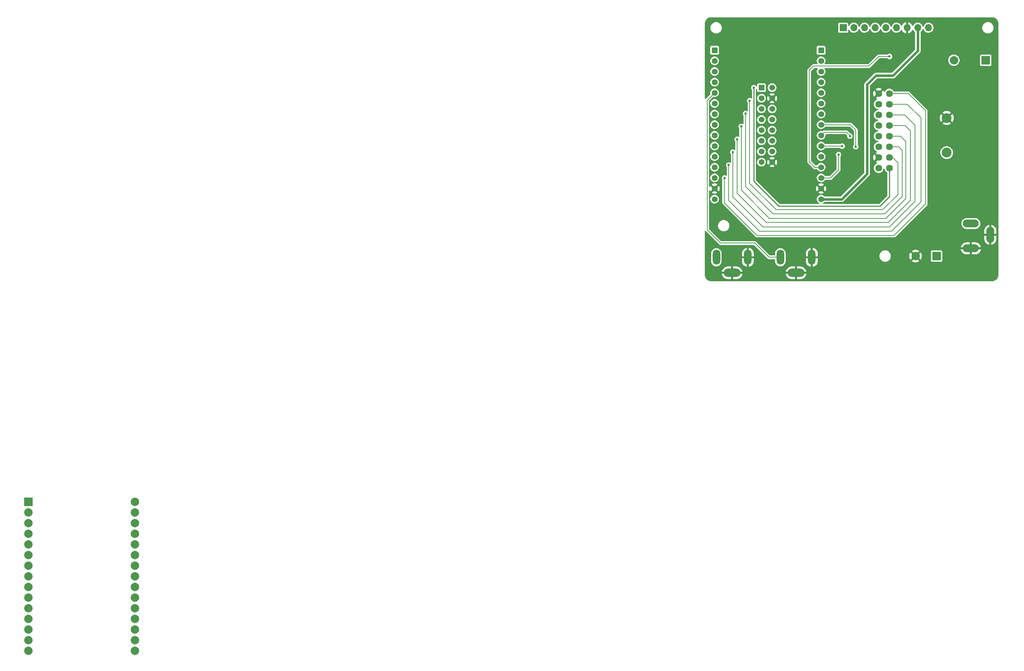
<source format=gbr>
%TF.GenerationSoftware,KiCad,Pcbnew,9.0.0*%
%TF.CreationDate,2025-04-30T00:07:22-04:00*%
%TF.ProjectId,W4MLB_Band_Display,57344d4c-425f-4426-916e-645f44697370,1.0*%
%TF.SameCoordinates,Original*%
%TF.FileFunction,Copper,L2,Bot*%
%TF.FilePolarity,Positive*%
%FSLAX46Y46*%
G04 Gerber Fmt 4.6, Leading zero omitted, Abs format (unit mm)*
G04 Created by KiCad (PCBNEW 9.0.0) date 2025-04-30 00:07:22*
%MOMM*%
%LPD*%
G01*
G04 APERTURE LIST*
%TA.AperFunction,ComponentPad*%
%ADD10C,2.336800*%
%TD*%
%TA.AperFunction,ComponentPad*%
%ADD11R,2.000000X2.000000*%
%TD*%
%TA.AperFunction,ComponentPad*%
%ADD12C,2.000000*%
%TD*%
%TA.AperFunction,ComponentPad*%
%ADD13O,4.000000X2.000000*%
%TD*%
%TA.AperFunction,ComponentPad*%
%ADD14O,1.800000X3.600000*%
%TD*%
%TA.AperFunction,ComponentPad*%
%ADD15R,1.390000X1.390000*%
%TD*%
%TA.AperFunction,ComponentPad*%
%ADD16C,1.390000*%
%TD*%
%TA.AperFunction,ComponentPad*%
%ADD17C,1.620010*%
%TD*%
%TA.AperFunction,ComponentPad*%
%ADD18O,3.800000X1.900000*%
%TD*%
%TA.AperFunction,ComponentPad*%
%ADD19O,1.900000X3.800000*%
%TD*%
%TA.AperFunction,ComponentPad*%
%ADD20R,1.700000X1.700000*%
%TD*%
%TA.AperFunction,ComponentPad*%
%ADD21O,1.700000X1.700000*%
%TD*%
%TA.AperFunction,ComponentPad*%
%ADD22R,1.370000X1.370000*%
%TD*%
%TA.AperFunction,ComponentPad*%
%ADD23C,1.370000*%
%TD*%
%TA.AperFunction,ViaPad*%
%ADD24C,0.600000*%
%TD*%
%TA.AperFunction,Conductor*%
%ADD25C,0.200000*%
%TD*%
%TA.AperFunction,Conductor*%
%ADD26C,0.254000*%
%TD*%
%TA.AperFunction,Conductor*%
%ADD27C,0.600000*%
%TD*%
G04 APERTURE END LIST*
D10*
%TO.P,J7,1,1*%
%TO.N,+5V*%
X177186000Y-96305000D03*
%TO.P,J7,2,2*%
%TO.N,GND*%
X177186000Y-88050000D03*
%TD*%
D11*
%TO.P,BZ1,1,+*%
%TO.N,+5V*%
X186500000Y-74250000D03*
D12*
%TO.P,BZ1,2,-*%
%TO.N,Net-(BZ1--)*%
X178900000Y-74250000D03*
%TD*%
D13*
%TO.P,J6,1*%
%TO.N,GND*%
X141267500Y-125000000D03*
D14*
%TO.P,J6,2*%
%TO.N,GPIO35*%
X137517500Y-121300000D03*
%TO.P,J6,3*%
%TO.N,GND*%
X145017500Y-121300000D03*
%TD*%
D15*
%TO.P,J2,01,01*%
%TO.N,GPIO23*%
X147230000Y-71860000D03*
D16*
%TO.P,J2,02,02*%
%TO.N,GPIO22*%
X147230000Y-74400000D03*
%TO.P,J2,03,03*%
%TO.N,GPIO1*%
X147230000Y-76940000D03*
%TO.P,J2,04,04*%
%TO.N,GPIO3*%
X147230000Y-79480000D03*
%TO.P,J2,05,05*%
%TO.N,GPIO21*%
X147230000Y-82020000D03*
%TO.P,J2,06,06*%
%TO.N,GPIO19*%
X147230000Y-84560000D03*
%TO.P,J2,07,07*%
%TO.N,GPIO18*%
X147230000Y-87100000D03*
%TO.P,J2,08,08*%
%TO.N,GPIO5*%
X147230000Y-89640000D03*
%TO.P,J2,09,09*%
%TO.N,GPIO17*%
X147230000Y-92180000D03*
%TO.P,J2,10,10*%
%TO.N,GPIO16*%
X147230000Y-94720000D03*
%TO.P,J2,11,11*%
%TO.N,GPIO4*%
X147230000Y-97260000D03*
%TO.P,J2,12,12*%
%TO.N,GPIO2*%
X147230000Y-99800000D03*
%TO.P,J2,13,13*%
%TO.N,GPIO15*%
X147230000Y-102340000D03*
%TO.P,J2,14,14*%
%TO.N,GND*%
X147230000Y-104880000D03*
%TO.P,J2,15,15*%
%TO.N,/+3.3VDC*%
X147230000Y-107420000D03*
%TD*%
D17*
%TO.P,J4,1,1*%
%TO.N,GPIO32*%
X163500000Y-99990000D03*
%TO.P,J4,2,2*%
%TO.N,GPIO18*%
X160960000Y-99990000D03*
%TO.P,J4,3,3*%
%TO.N,GPIO33*%
X163500000Y-97450000D03*
%TO.P,J4,4,4*%
%TO.N,GND*%
X160960000Y-97450000D03*
%TO.P,J4,5,5*%
%TO.N,GPIO25*%
X163500000Y-94910000D03*
%TO.P,J4,6,6*%
%TO.N,GPIO5*%
X160960000Y-94910000D03*
%TO.P,J4,7,7*%
%TO.N,GPIO26*%
X163500000Y-92370000D03*
%TO.P,J4,8,8*%
%TO.N,GPIO17*%
X160960000Y-92370000D03*
%TO.P,J4,9,9*%
%TO.N,GPIO27*%
X163500000Y-89830000D03*
%TO.P,J4,10,10*%
%TO.N,GPIO16*%
X160960000Y-89830000D03*
%TO.P,J4,11,11*%
%TO.N,GPIO14*%
X163500000Y-87290000D03*
%TO.P,J4,12,12*%
%TO.N,GPIO4*%
X160960000Y-87290000D03*
%TO.P,J4,13,13*%
%TO.N,GPIO12*%
X163500000Y-84750000D03*
%TO.P,J4,14,14*%
%TO.N,GPIO15*%
X160960000Y-84750000D03*
%TO.P,J4,15,15*%
%TO.N,GPIO13*%
X163500000Y-82210000D03*
%TO.P,J4,16,16*%
%TO.N,GND*%
X160960000Y-82210000D03*
%TD*%
D18*
%TO.P,J8,1*%
%TO.N,/PWR IN*%
X182950000Y-113237500D03*
%TO.P,J8,2*%
%TO.N,GND*%
X182950000Y-119167500D03*
D19*
%TO.P,J8,3*%
X187600000Y-115917500D03*
%TD*%
D20*
%TO.P,J9,1,Pin_1*%
%TO.N,GPIO36*%
X152500000Y-66500000D03*
D21*
%TO.P,J9,2,Pin_2*%
%TO.N,GPIO39*%
X155040000Y-66500000D03*
%TO.P,J9,3,Pin_3*%
%TO.N,GPIO21*%
X157580000Y-66500000D03*
%TO.P,J9,4,Pin_4*%
%TO.N,GPIO22*%
X160120000Y-66500000D03*
%TO.P,J9,5,Pin_5*%
%TO.N,GPIO1*%
X162660000Y-66500000D03*
%TO.P,J9,6,Pin_6*%
%TO.N,GPIO3*%
X165200000Y-66500000D03*
%TO.P,J9,7,Pin_7*%
%TO.N,GND*%
X167740000Y-66500000D03*
%TO.P,J9,8,Pin_8*%
%TO.N,/+3.3VDC*%
X170280000Y-66500000D03*
%TO.P,J9,9,Pin_9*%
%TO.N,+5V*%
X172820000Y-66500000D03*
%TD*%
D13*
%TO.P,J5,1*%
%TO.N,GND*%
X126017500Y-125000000D03*
D14*
%TO.P,J5,2*%
%TO.N,GPIO34*%
X122267500Y-121300000D03*
%TO.P,J5,3*%
%TO.N,GND*%
X129767500Y-121300000D03*
%TD*%
D11*
%TO.P,U1,1,3V3*%
%TO.N,unconnected-(U1-3V3-Pad1)*%
X-41750000Y-179690000D03*
D12*
%TO.P,U1,2,GND*%
%TO.N,unconnected-(U1-GND-Pad2)*%
X-41750000Y-182230000D03*
%TO.P,U1,3,D15*%
%TO.N,unconnected-(U1-D15-Pad3)*%
X-41750000Y-184770000D03*
%TO.P,U1,4,D2*%
%TO.N,unconnected-(U1-D2-Pad4)*%
X-41750000Y-187310000D03*
%TO.P,U1,5,D4*%
%TO.N,unconnected-(U1-D4-Pad5)*%
X-41750000Y-189850000D03*
%TO.P,U1,6,RX2*%
%TO.N,unconnected-(U1-RX2-Pad6)*%
X-41750000Y-192390000D03*
%TO.P,U1,7,TX2*%
%TO.N,unconnected-(U1-TX2-Pad7)*%
X-41750000Y-194930000D03*
%TO.P,U1,8,D5*%
%TO.N,unconnected-(U1-D5-Pad8)*%
X-41750000Y-197470000D03*
%TO.P,U1,9,D18*%
%TO.N,unconnected-(U1-D18-Pad9)*%
X-41750000Y-200010000D03*
%TO.P,U1,10,D19*%
%TO.N,unconnected-(U1-D19-Pad10)*%
X-41750000Y-202550000D03*
%TO.P,U1,11,D21*%
%TO.N,unconnected-(U1-D21-Pad11)*%
X-41750000Y-205090000D03*
%TO.P,U1,12,RX0*%
%TO.N,unconnected-(U1-RX0-Pad12)*%
X-41750000Y-207630000D03*
%TO.P,U1,13,TX0*%
%TO.N,unconnected-(U1-TX0-Pad13)*%
X-41750000Y-210170000D03*
%TO.P,U1,14,D22*%
%TO.N,unconnected-(U1-D22-Pad14)*%
X-41750000Y-212710000D03*
%TO.P,U1,15,D23*%
%TO.N,unconnected-(U1-D23-Pad15)*%
X-41750000Y-215250000D03*
%TO.P,U1,16,EN*%
%TO.N,unconnected-(U1-EN-Pad16)*%
X-16350000Y-215250000D03*
%TO.P,U1,17,VP*%
%TO.N,unconnected-(U1-VP-Pad17)*%
X-16350000Y-212710000D03*
%TO.P,U1,18,VN*%
%TO.N,unconnected-(U1-VN-Pad18)*%
X-16350000Y-210170000D03*
%TO.P,U1,19,D34*%
%TO.N,unconnected-(U1-D34-Pad19)*%
X-16350000Y-207630000D03*
%TO.P,U1,20,D35*%
%TO.N,unconnected-(U1-D35-Pad20)*%
X-16350000Y-205090000D03*
%TO.P,U1,21,D32*%
%TO.N,unconnected-(U1-D32-Pad21)*%
X-16350000Y-202550000D03*
%TO.P,U1,22,D33*%
%TO.N,unconnected-(U1-D33-Pad22)*%
X-16350000Y-200010000D03*
%TO.P,U1,23,D25*%
%TO.N,unconnected-(U1-D25-Pad23)*%
X-16350000Y-197470000D03*
%TO.P,U1,24,D26*%
%TO.N,unconnected-(U1-D26-Pad24)*%
X-16350000Y-194930000D03*
%TO.P,U1,25,D27*%
%TO.N,unconnected-(U1-D27-Pad25)*%
X-16350000Y-192390000D03*
%TO.P,U1,26,D14*%
%TO.N,unconnected-(U1-D14-Pad26)*%
X-16350000Y-189850000D03*
%TO.P,U1,27,D12*%
%TO.N,unconnected-(U1-D12-Pad27)*%
X-16350000Y-187310000D03*
%TO.P,U1,28,D13*%
%TO.N,unconnected-(U1-D13-Pad28)*%
X-16350000Y-184770000D03*
%TO.P,U1,29,GND__1*%
%TO.N,unconnected-(U1-GND__1-Pad29)*%
X-16350000Y-182230000D03*
%TO.P,U1,30,VIN*%
%TO.N,unconnected-(U1-VIN-Pad30)*%
X-16350000Y-179690000D03*
%TD*%
D11*
%TO.P,C2,1*%
%TO.N,+5V*%
X174750000Y-121000000D03*
D12*
%TO.P,C2,2*%
%TO.N,GND*%
X169750000Y-121000000D03*
%TD*%
D15*
%TO.P,J1,01,01*%
%TO.N,unconnected-(J1-Pad01)*%
X121830000Y-71860000D03*
D16*
%TO.P,J1,02,02*%
%TO.N,GPIO36*%
X121830000Y-74400000D03*
%TO.P,J1,03,03*%
%TO.N,GPIO39*%
X121830000Y-76940000D03*
%TO.P,J1,04,04*%
%TO.N,GPIO34*%
X121830000Y-79480000D03*
%TO.P,J1,05,05*%
%TO.N,GPIO35*%
X121830000Y-82020000D03*
%TO.P,J1,06,06*%
%TO.N,GPIO32*%
X121830000Y-84560000D03*
%TO.P,J1,07,07*%
%TO.N,GPIO33*%
X121830000Y-87100000D03*
%TO.P,J1,08,08*%
%TO.N,GPIO25*%
X121830000Y-89640000D03*
%TO.P,J1,09,09*%
%TO.N,GPIO26*%
X121830000Y-92180000D03*
%TO.P,J1,10,10*%
%TO.N,GPIO27*%
X121830000Y-94720000D03*
%TO.P,J1,11,11*%
%TO.N,GPIO14*%
X121830000Y-97260000D03*
%TO.P,J1,12,12*%
%TO.N,GPIO12*%
X121830000Y-99800000D03*
%TO.P,J1,13,13*%
%TO.N,GPIO13*%
X121830000Y-102340000D03*
%TO.P,J1,14,14*%
%TO.N,GND*%
X121830000Y-104880000D03*
%TO.P,J1,15,15*%
%TO.N,+5V*%
X121830000Y-107420000D03*
%TD*%
D22*
%TO.P,J3,01,01*%
%TO.N,GPIO32*%
X133010000Y-80802500D03*
D23*
%TO.P,J3,02,02*%
%TO.N,GPIO18*%
X135550000Y-80802500D03*
%TO.P,J3,03,03*%
%TO.N,GPIO33*%
X133010000Y-83342500D03*
%TO.P,J3,04,04*%
%TO.N,GND*%
X135550000Y-83342500D03*
%TO.P,J3,05,05*%
%TO.N,GPIO25*%
X133010000Y-85882500D03*
%TO.P,J3,06,06*%
%TO.N,GPIO5*%
X135550000Y-85882500D03*
%TO.P,J3,07,07*%
%TO.N,GPIO26*%
X133010000Y-88422500D03*
%TO.P,J3,08,08*%
%TO.N,GPIO17*%
X135550000Y-88422500D03*
%TO.P,J3,09,09*%
%TO.N,GPIO27*%
X133010000Y-90962500D03*
%TO.P,J3,10,10*%
%TO.N,GPIO16*%
X135550000Y-90962500D03*
%TO.P,J3,11,11*%
%TO.N,GPIO14*%
X133010000Y-93502500D03*
%TO.P,J3,12,12*%
%TO.N,GPIO4*%
X135550000Y-93502500D03*
%TO.P,J3,13,13*%
%TO.N,GPIO12*%
X133010000Y-96042500D03*
%TO.P,J3,14,14*%
%TO.N,GPIO15*%
X135550000Y-96042500D03*
%TO.P,J3,15,15*%
%TO.N,GPIO13*%
X133010000Y-98582500D03*
%TO.P,J3,16,16*%
%TO.N,GND*%
X135550000Y-98582500D03*
%TD*%
D24*
%TO.N,GND*%
X127980000Y-82000000D03*
X174125000Y-81000000D03*
X172400000Y-77050000D03*
X128000000Y-79450000D03*
X178750000Y-108490000D03*
%TO.N,GPIO32*%
X131200000Y-80802500D03*
%TO.N,GPIO16*%
X152250000Y-94750000D03*
%TO.N,GPIO17*%
X154100000Y-92370000D03*
%TO.N,GPIO13*%
X124200000Y-102362500D03*
%TO.N,GPIO33*%
X130200000Y-83882500D03*
%TO.N,GPIO25*%
X129200000Y-86962500D03*
%TO.N,GPIO27*%
X127200000Y-93122500D03*
%TO.N,GPIO26*%
X128200000Y-90042500D03*
%TO.N,GPIO2*%
X163550000Y-73350000D03*
%TO.N,GPIO14*%
X126200000Y-96202500D03*
%TO.N,GPIO12*%
X125200000Y-99282500D03*
%TO.N,GPIO5*%
X155500000Y-94900000D03*
%TO.N,GPIO15*%
X151400000Y-96750000D03*
%TD*%
D25*
%TO.N,GPIO35*%
X134800000Y-121300000D02*
X137517500Y-121300000D01*
X131400000Y-117900000D02*
X134800000Y-121300000D01*
X120050000Y-83800000D02*
X120050000Y-114700000D01*
X120050000Y-114700000D02*
X123250000Y-117900000D01*
X121830000Y-82020000D02*
X120050000Y-83800000D01*
X123250000Y-117900000D02*
X131400000Y-117900000D01*
%TO.N,GND*%
X181960000Y-102250000D02*
X182000000Y-102290000D01*
D26*
%TO.N,GPIO32*%
X161200000Y-109050000D02*
X163500000Y-106750000D01*
X137150000Y-109050000D02*
X161200000Y-109050000D01*
X131220000Y-80802500D02*
X131220000Y-103120000D01*
X163500000Y-106750000D02*
X163500000Y-99990000D01*
X131220000Y-103120000D02*
X137150000Y-109050000D01*
D25*
%TO.N,GPIO16*%
X152250000Y-94750000D02*
X152220000Y-94720000D01*
X152220000Y-94720000D02*
X147230000Y-94720000D01*
%TO.N,GPIO17*%
X154100000Y-92250000D02*
X153300000Y-91450000D01*
X147960000Y-91450000D02*
X147230000Y-92180000D01*
X154100000Y-92370000D02*
X154100000Y-92250000D01*
X153300000Y-91450000D02*
X147960000Y-91450000D01*
%TO.N,GPIO4*%
X160900000Y-87350000D02*
X160960000Y-87290000D01*
%TO.N,GPIO13*%
X124140000Y-108290000D02*
X131950000Y-116100000D01*
X168060000Y-82210000D02*
X163500000Y-82210000D01*
X124140000Y-102340000D02*
X124140000Y-108290000D01*
X172150000Y-108600000D02*
X172150000Y-108590000D01*
X164650000Y-116100000D02*
X172150000Y-108600000D01*
X172150000Y-86300000D02*
X168060000Y-82210000D01*
X172150000Y-108590000D02*
X172150000Y-86300000D01*
X131950000Y-116100000D02*
X164650000Y-116100000D01*
%TO.N,GPIO33*%
X165550000Y-106350000D02*
X165550000Y-98750000D01*
X161950000Y-109950000D02*
X165550000Y-106350000D01*
X130200000Y-103650000D02*
X136500000Y-109950000D01*
X136500000Y-109950000D02*
X161950000Y-109950000D01*
X165550000Y-98750000D02*
X164250000Y-97450000D01*
X130200000Y-83882500D02*
X130200000Y-103650000D01*
X164250000Y-97450000D02*
X163500000Y-97450000D01*
%TO.N,GPIO25*%
X166600000Y-95750000D02*
X165750000Y-94900000D01*
X129200000Y-104400000D02*
X135750000Y-110950000D01*
X163510000Y-94900000D02*
X163500000Y-94910000D01*
X162450000Y-110950000D02*
X166600000Y-106800000D01*
X135750000Y-110950000D02*
X162450000Y-110950000D01*
X129200000Y-86962500D02*
X129200000Y-104400000D01*
X166600000Y-106800000D02*
X166600000Y-95750000D01*
X165750000Y-94900000D02*
X163510000Y-94900000D01*
%TO.N,GPIO27*%
X168550000Y-91100000D02*
X167280000Y-89830000D01*
X127200000Y-93122500D02*
X127200000Y-106050000D01*
X127200000Y-106050000D02*
X134150000Y-113000000D01*
X163250000Y-113000000D02*
X168550000Y-107700000D01*
X167280000Y-89830000D02*
X163500000Y-89830000D01*
X168550000Y-107700000D02*
X168550000Y-91100000D01*
X134150000Y-113000000D02*
X163250000Y-113000000D01*
%TO.N,GPIO26*%
X167450000Y-93650000D02*
X166170000Y-92370000D01*
X162700000Y-112000000D02*
X167450000Y-107250000D01*
X128200000Y-90042500D02*
X128200000Y-105250000D01*
X167450000Y-107250000D02*
X167450000Y-93650000D01*
X166170000Y-92370000D02*
X163500000Y-92370000D01*
X128200000Y-105250000D02*
X134950000Y-112000000D01*
X134950000Y-112000000D02*
X162700000Y-112000000D01*
%TO.N,GPIO2*%
X145700000Y-99800000D02*
X147230000Y-99800000D01*
X144400000Y-76650000D02*
X144400000Y-98500000D01*
X145400000Y-75650000D02*
X144400000Y-76650000D01*
X163550000Y-73350000D02*
X160950000Y-73350000D01*
X158650000Y-75650000D02*
X145400000Y-75650000D01*
X144400000Y-98500000D02*
X145700000Y-99800000D01*
X160950000Y-73350000D02*
X158650000Y-75650000D01*
%TO.N,GPIO14*%
X163550000Y-114050000D02*
X169650000Y-107950000D01*
X133400000Y-114050000D02*
X163550000Y-114050000D01*
X167140000Y-87290000D02*
X163500000Y-87290000D01*
X126200000Y-96202500D02*
X126200000Y-106850000D01*
X169650000Y-107950000D02*
X169650000Y-89800000D01*
X169650000Y-89800000D02*
X167140000Y-87290000D01*
X126200000Y-106850000D02*
X133400000Y-114050000D01*
%TO.N,GPIO1*%
X146690000Y-76940000D02*
X147230000Y-76940000D01*
%TO.N,GPIO12*%
X167800000Y-84750000D02*
X163500000Y-84750000D01*
X171050000Y-108050000D02*
X171050000Y-88000000D01*
X132550000Y-115050000D02*
X164050000Y-115050000D01*
X125200000Y-107700000D02*
X132550000Y-115050000D01*
X125200000Y-99282500D02*
X125200000Y-107700000D01*
X171050000Y-88000000D02*
X167800000Y-84750000D01*
X164050000Y-115050000D02*
X171050000Y-108050000D01*
%TO.N,GPIO5*%
X155500000Y-90900000D02*
X154240000Y-89640000D01*
X154240000Y-89640000D02*
X147230000Y-89640000D01*
X155500000Y-94900000D02*
X155500000Y-90900000D01*
%TO.N,GPIO15*%
X151400000Y-96750000D02*
X151400000Y-100400000D01*
X149440000Y-102340000D02*
X147230000Y-102340000D01*
X151400000Y-100400000D02*
X149450000Y-102350000D01*
X149450000Y-102350000D02*
X149440000Y-102340000D01*
D27*
%TO.N,/+3.3VDC*%
X152180000Y-107420000D02*
X158200000Y-101400000D01*
X164400000Y-77900000D02*
X170300000Y-72000000D01*
X160350000Y-77900000D02*
X164400000Y-77900000D01*
X147230000Y-107420000D02*
X152180000Y-107420000D01*
X158200000Y-101400000D02*
X158200000Y-80050000D01*
X158200000Y-80050000D02*
X160350000Y-77900000D01*
X170300000Y-72000000D02*
X170300000Y-66630000D01*
%TD*%
%TA.AperFunction,Conductor*%
%TO.N,GND*%
G36*
X188004418Y-64000816D02*
G01*
X188204561Y-64015130D01*
X188222063Y-64017647D01*
X188413797Y-64059355D01*
X188430755Y-64064334D01*
X188614609Y-64132909D01*
X188630701Y-64140259D01*
X188802904Y-64234288D01*
X188817784Y-64243849D01*
X188974867Y-64361441D01*
X188988237Y-64373027D01*
X189126972Y-64511762D01*
X189138558Y-64525132D01*
X189256146Y-64682210D01*
X189265711Y-64697095D01*
X189359740Y-64869298D01*
X189367090Y-64885390D01*
X189435662Y-65069236D01*
X189440646Y-65086212D01*
X189482351Y-65277931D01*
X189484869Y-65295442D01*
X189487274Y-65329060D01*
X189497346Y-65469890D01*
X189499184Y-65495580D01*
X189499500Y-65504427D01*
X189499500Y-125495572D01*
X189499184Y-125504418D01*
X189499184Y-125504419D01*
X189484869Y-125704557D01*
X189482351Y-125722068D01*
X189440646Y-125913787D01*
X189435662Y-125930763D01*
X189367090Y-126114609D01*
X189359740Y-126130701D01*
X189265711Y-126302904D01*
X189256146Y-126317789D01*
X189138558Y-126474867D01*
X189126972Y-126488237D01*
X188988237Y-126626972D01*
X188974867Y-126638558D01*
X188817789Y-126756146D01*
X188802904Y-126765711D01*
X188630701Y-126859740D01*
X188614609Y-126867090D01*
X188430763Y-126935662D01*
X188413787Y-126940646D01*
X188222068Y-126982351D01*
X188204557Y-126984869D01*
X188023779Y-126997799D01*
X188004417Y-126999184D01*
X187995572Y-126999500D01*
X121004428Y-126999500D01*
X120995582Y-126999184D01*
X120973622Y-126997613D01*
X120795442Y-126984869D01*
X120777931Y-126982351D01*
X120586212Y-126940646D01*
X120569236Y-126935662D01*
X120385390Y-126867090D01*
X120369298Y-126859740D01*
X120197095Y-126765711D01*
X120182210Y-126756146D01*
X120025132Y-126638558D01*
X120011762Y-126626972D01*
X119873027Y-126488237D01*
X119861441Y-126474867D01*
X119852606Y-126463065D01*
X119743849Y-126317784D01*
X119734288Y-126302904D01*
X119640259Y-126130701D01*
X119632909Y-126114609D01*
X119564334Y-125930755D01*
X119559355Y-125913797D01*
X119517647Y-125722063D01*
X119515130Y-125704556D01*
X119505921Y-125575802D01*
X119500816Y-125504418D01*
X119500500Y-125495572D01*
X119500500Y-124750000D01*
X123538398Y-124750000D01*
X124817499Y-124750000D01*
X124792479Y-124810402D01*
X124767500Y-124935981D01*
X124767500Y-125064019D01*
X124792479Y-125189598D01*
X124817499Y-125250000D01*
X123538398Y-125250000D01*
X123554434Y-125351247D01*
X123627397Y-125575802D01*
X123734585Y-125786171D01*
X123873366Y-125977186D01*
X124040313Y-126144133D01*
X124231328Y-126282914D01*
X124441697Y-126390102D01*
X124666252Y-126463065D01*
X124666251Y-126463065D01*
X124899448Y-126500000D01*
X125767500Y-126500000D01*
X125767500Y-125650000D01*
X126267500Y-125650000D01*
X126267500Y-126500000D01*
X127135552Y-126500000D01*
X127368747Y-126463065D01*
X127593302Y-126390102D01*
X127803671Y-126282914D01*
X127994686Y-126144133D01*
X128161633Y-125977186D01*
X128300414Y-125786171D01*
X128407602Y-125575802D01*
X128480565Y-125351247D01*
X128496602Y-125250000D01*
X127217501Y-125250000D01*
X127242521Y-125189598D01*
X127267500Y-125064019D01*
X127267500Y-124935981D01*
X127242521Y-124810402D01*
X127217501Y-124750000D01*
X128496602Y-124750000D01*
X138788398Y-124750000D01*
X140067499Y-124750000D01*
X140042479Y-124810402D01*
X140017500Y-124935981D01*
X140017500Y-125064019D01*
X140042479Y-125189598D01*
X140067499Y-125250000D01*
X138788398Y-125250000D01*
X138804434Y-125351247D01*
X138877397Y-125575802D01*
X138984585Y-125786171D01*
X139123366Y-125977186D01*
X139290313Y-126144133D01*
X139481328Y-126282914D01*
X139691697Y-126390102D01*
X139916252Y-126463065D01*
X139916251Y-126463065D01*
X140149448Y-126500000D01*
X141017500Y-126500000D01*
X141017500Y-125650000D01*
X141517500Y-125650000D01*
X141517500Y-126500000D01*
X142385552Y-126500000D01*
X142618747Y-126463065D01*
X142843302Y-126390102D01*
X143053671Y-126282914D01*
X143244686Y-126144133D01*
X143411633Y-125977186D01*
X143550414Y-125786171D01*
X143657602Y-125575802D01*
X143730565Y-125351247D01*
X143746602Y-125250000D01*
X142467501Y-125250000D01*
X142492521Y-125189598D01*
X142517500Y-125064019D01*
X142517500Y-124935981D01*
X142492521Y-124810402D01*
X142467501Y-124750000D01*
X143746602Y-124750000D01*
X143730565Y-124648752D01*
X143657602Y-124424197D01*
X143550414Y-124213828D01*
X143411633Y-124022813D01*
X143244686Y-123855866D01*
X143053671Y-123717085D01*
X142843302Y-123609897D01*
X142618747Y-123536934D01*
X142618748Y-123536934D01*
X142385552Y-123500000D01*
X141517500Y-123500000D01*
X141517500Y-124350000D01*
X141017500Y-124350000D01*
X141017500Y-123500000D01*
X140149448Y-123500000D01*
X139916252Y-123536934D01*
X139691697Y-123609897D01*
X139481328Y-123717085D01*
X139290313Y-123855866D01*
X139123366Y-124022813D01*
X138984585Y-124213828D01*
X138877397Y-124424197D01*
X138804434Y-124648752D01*
X138788398Y-124750000D01*
X128496602Y-124750000D01*
X128480565Y-124648752D01*
X128407602Y-124424197D01*
X128300414Y-124213828D01*
X128161633Y-124022813D01*
X127994686Y-123855866D01*
X127803671Y-123717085D01*
X127593302Y-123609897D01*
X127368747Y-123536934D01*
X127368748Y-123536934D01*
X127135552Y-123500000D01*
X126267500Y-123500000D01*
X126267500Y-124350000D01*
X125767500Y-124350000D01*
X125767500Y-123500000D01*
X124899448Y-123500000D01*
X124666252Y-123536934D01*
X124441697Y-123609897D01*
X124231328Y-123717085D01*
X124040313Y-123855866D01*
X123873366Y-124022813D01*
X123734585Y-124213828D01*
X123627397Y-124424197D01*
X123554434Y-124648752D01*
X123538398Y-124750000D01*
X119500500Y-124750000D01*
X119500500Y-120301577D01*
X121017000Y-120301577D01*
X121017000Y-122298422D01*
X121047790Y-122492826D01*
X121108617Y-122680029D01*
X121197976Y-122855405D01*
X121313672Y-123014646D01*
X121452854Y-123153828D01*
X121612095Y-123269524D01*
X121694955Y-123311743D01*
X121787470Y-123358882D01*
X121787472Y-123358882D01*
X121787475Y-123358884D01*
X121887817Y-123391487D01*
X121974673Y-123419709D01*
X122169078Y-123450500D01*
X122169083Y-123450500D01*
X122365922Y-123450500D01*
X122560326Y-123419709D01*
X122747525Y-123358884D01*
X122922905Y-123269524D01*
X123082146Y-123153828D01*
X123221328Y-123014646D01*
X123337024Y-122855405D01*
X123426384Y-122680025D01*
X123487209Y-122492826D01*
X123503479Y-122390102D01*
X123518000Y-122298422D01*
X123518000Y-120301578D01*
X123516137Y-120289818D01*
X128367500Y-120289818D01*
X128367500Y-121050000D01*
X129267500Y-121050000D01*
X129267500Y-121550000D01*
X128367500Y-121550000D01*
X128367500Y-122310181D01*
X128401973Y-122527835D01*
X128470067Y-122737410D01*
X128570113Y-122933760D01*
X128699642Y-123112041D01*
X128855458Y-123267857D01*
X129033739Y-123397386D01*
X129230089Y-123497432D01*
X129439663Y-123565526D01*
X129517499Y-123577854D01*
X129517500Y-123577854D01*
X129517500Y-122483012D01*
X129574507Y-122515925D01*
X129701674Y-122550000D01*
X129833326Y-122550000D01*
X129960493Y-122515925D01*
X130017500Y-122483012D01*
X130017500Y-123577854D01*
X130095334Y-123565526D01*
X130095337Y-123565526D01*
X130304910Y-123497432D01*
X130501260Y-123397386D01*
X130679541Y-123267857D01*
X130835357Y-123112041D01*
X130964886Y-122933760D01*
X131064932Y-122737410D01*
X131133026Y-122527835D01*
X131167500Y-122310181D01*
X131167500Y-121550000D01*
X130267500Y-121550000D01*
X130267500Y-121050000D01*
X131167500Y-121050000D01*
X131167500Y-120289818D01*
X131133026Y-120072164D01*
X131064932Y-119862589D01*
X130964886Y-119666239D01*
X130835357Y-119487958D01*
X130679541Y-119332142D01*
X130501260Y-119202613D01*
X130304910Y-119102567D01*
X130095336Y-119034473D01*
X130017500Y-119022144D01*
X130017500Y-120116988D01*
X129960493Y-120084075D01*
X129833326Y-120050000D01*
X129701674Y-120050000D01*
X129574507Y-120084075D01*
X129517500Y-120116988D01*
X129517500Y-119022144D01*
X129439664Y-119034473D01*
X129439661Y-119034473D01*
X129230089Y-119102567D01*
X129033739Y-119202613D01*
X128855458Y-119332142D01*
X128699642Y-119487958D01*
X128570113Y-119666239D01*
X128470067Y-119862589D01*
X128401973Y-120072164D01*
X128367500Y-120289818D01*
X123516137Y-120289818D01*
X123487209Y-120107173D01*
X123441579Y-119966740D01*
X123426384Y-119919975D01*
X123426382Y-119919972D01*
X123426382Y-119919970D01*
X123338985Y-119748444D01*
X123337024Y-119744595D01*
X123221328Y-119585354D01*
X123082146Y-119446172D01*
X122922905Y-119330476D01*
X122747529Y-119241117D01*
X122560326Y-119180290D01*
X122365922Y-119149500D01*
X122365917Y-119149500D01*
X122169083Y-119149500D01*
X122169078Y-119149500D01*
X121974673Y-119180290D01*
X121787470Y-119241117D01*
X121612094Y-119330476D01*
X121521241Y-119396485D01*
X121452854Y-119446172D01*
X121452852Y-119446174D01*
X121452851Y-119446174D01*
X121313674Y-119585351D01*
X121313674Y-119585352D01*
X121313672Y-119585354D01*
X121267067Y-119649500D01*
X121197976Y-119744594D01*
X121108617Y-119919970D01*
X121047790Y-120107173D01*
X121017000Y-120301577D01*
X119500500Y-120301577D01*
X119500500Y-115086965D01*
X119520185Y-115019926D01*
X119572989Y-114974171D01*
X119642147Y-114964227D01*
X119705703Y-114993252D01*
X119712181Y-114999284D01*
X122973386Y-118260489D01*
X122973387Y-118260490D01*
X122973389Y-118260491D01*
X123032693Y-118294729D01*
X123032696Y-118294732D01*
X123066937Y-118314500D01*
X123076114Y-118319799D01*
X123190691Y-118350500D01*
X131162035Y-118350500D01*
X131229074Y-118370185D01*
X131249716Y-118386819D01*
X134523386Y-121660489D01*
X134626113Y-121719799D01*
X134650321Y-121726284D01*
X134650324Y-121726286D01*
X134650325Y-121726286D01*
X134680447Y-121734357D01*
X134740691Y-121750500D01*
X136143000Y-121750500D01*
X136210039Y-121770185D01*
X136255794Y-121822989D01*
X136267000Y-121874500D01*
X136267000Y-122298422D01*
X136297790Y-122492826D01*
X136358617Y-122680029D01*
X136447976Y-122855405D01*
X136563672Y-123014646D01*
X136702854Y-123153828D01*
X136862095Y-123269524D01*
X136944955Y-123311743D01*
X137037470Y-123358882D01*
X137037472Y-123358882D01*
X137037475Y-123358884D01*
X137137817Y-123391487D01*
X137224673Y-123419709D01*
X137419078Y-123450500D01*
X137419083Y-123450500D01*
X137615922Y-123450500D01*
X137810326Y-123419709D01*
X137997525Y-123358884D01*
X138172905Y-123269524D01*
X138332146Y-123153828D01*
X138471328Y-123014646D01*
X138587024Y-122855405D01*
X138676384Y-122680025D01*
X138737209Y-122492826D01*
X138753479Y-122390102D01*
X138768000Y-122298422D01*
X138768000Y-120301578D01*
X138766137Y-120289818D01*
X143617500Y-120289818D01*
X143617500Y-121050000D01*
X144517500Y-121050000D01*
X144517500Y-121550000D01*
X143617500Y-121550000D01*
X143617500Y-122310181D01*
X143651973Y-122527835D01*
X143720067Y-122737410D01*
X143820113Y-122933760D01*
X143949642Y-123112041D01*
X144105458Y-123267857D01*
X144283739Y-123397386D01*
X144480089Y-123497432D01*
X144689663Y-123565526D01*
X144767499Y-123577854D01*
X144767500Y-123577854D01*
X144767500Y-122483012D01*
X144824507Y-122515925D01*
X144951674Y-122550000D01*
X145083326Y-122550000D01*
X145210493Y-122515925D01*
X145267500Y-122483012D01*
X145267500Y-123577854D01*
X145345334Y-123565526D01*
X145345337Y-123565526D01*
X145554910Y-123497432D01*
X145751260Y-123397386D01*
X145929541Y-123267857D01*
X146085357Y-123112041D01*
X146214886Y-122933760D01*
X146314932Y-122737410D01*
X146383026Y-122527835D01*
X146417500Y-122310181D01*
X146417500Y-121550000D01*
X145517500Y-121550000D01*
X145517500Y-121050000D01*
X146417500Y-121050000D01*
X146417500Y-120893713D01*
X161149500Y-120893713D01*
X161149500Y-121106287D01*
X161159534Y-121169644D01*
X161182753Y-121316239D01*
X161248444Y-121518414D01*
X161344951Y-121707820D01*
X161469890Y-121879786D01*
X161620213Y-122030109D01*
X161792179Y-122155048D01*
X161792181Y-122155049D01*
X161792184Y-122155051D01*
X161981588Y-122251557D01*
X162183757Y-122317246D01*
X162393713Y-122350500D01*
X162393714Y-122350500D01*
X162606286Y-122350500D01*
X162606287Y-122350500D01*
X162816243Y-122317246D01*
X163018412Y-122251557D01*
X163207816Y-122155051D01*
X163379792Y-122030104D01*
X163530104Y-121879792D01*
X163530106Y-121879788D01*
X163530109Y-121879786D01*
X163655048Y-121707820D01*
X163655047Y-121707820D01*
X163655051Y-121707816D01*
X163751557Y-121518412D01*
X163817246Y-121316243D01*
X163850500Y-121106287D01*
X163850500Y-120893713D01*
X163848636Y-120881947D01*
X168250000Y-120881947D01*
X168250000Y-121118052D01*
X168286934Y-121351247D01*
X168359897Y-121575802D01*
X168467087Y-121786174D01*
X168527338Y-121869104D01*
X168527340Y-121869105D01*
X169267037Y-121129408D01*
X169284075Y-121192993D01*
X169349901Y-121307007D01*
X169442993Y-121400099D01*
X169557007Y-121465925D01*
X169620590Y-121482962D01*
X168880893Y-122222658D01*
X168963828Y-122282914D01*
X169174197Y-122390102D01*
X169398752Y-122463065D01*
X169398751Y-122463065D01*
X169631948Y-122500000D01*
X169868052Y-122500000D01*
X170101247Y-122463065D01*
X170325802Y-122390102D01*
X170536163Y-122282918D01*
X170536169Y-122282914D01*
X170619104Y-122222658D01*
X170619105Y-122222658D01*
X169879408Y-121482962D01*
X169942993Y-121465925D01*
X170057007Y-121400099D01*
X170150099Y-121307007D01*
X170215925Y-121192993D01*
X170232962Y-121129409D01*
X170972658Y-121869105D01*
X170972658Y-121869104D01*
X171032914Y-121786169D01*
X171032918Y-121786163D01*
X171140102Y-121575802D01*
X171213065Y-121351247D01*
X171250000Y-121118052D01*
X171250000Y-120881947D01*
X171213065Y-120648752D01*
X171140102Y-120424197D01*
X171032914Y-120213828D01*
X170972658Y-120130894D01*
X170972658Y-120130893D01*
X170232962Y-120870590D01*
X170215925Y-120807007D01*
X170150099Y-120692993D01*
X170057007Y-120599901D01*
X169942993Y-120534075D01*
X169879409Y-120517037D01*
X170429707Y-119966739D01*
X173399500Y-119966739D01*
X173399500Y-122033260D01*
X173409426Y-122101391D01*
X173460803Y-122206485D01*
X173543514Y-122289196D01*
X173543515Y-122289196D01*
X173543517Y-122289198D01*
X173648607Y-122340573D01*
X173682673Y-122345536D01*
X173716739Y-122350500D01*
X173716740Y-122350500D01*
X175783261Y-122350500D01*
X175805971Y-122347191D01*
X175851393Y-122340573D01*
X175956483Y-122289198D01*
X176039198Y-122206483D01*
X176090573Y-122101393D01*
X176100500Y-122033260D01*
X176100500Y-119966740D01*
X176090573Y-119898607D01*
X176039198Y-119793517D01*
X176039196Y-119793515D01*
X176039196Y-119793514D01*
X175956485Y-119710803D01*
X175851391Y-119659426D01*
X175783261Y-119649500D01*
X175783260Y-119649500D01*
X173716740Y-119649500D01*
X173716739Y-119649500D01*
X173648608Y-119659426D01*
X173543514Y-119710803D01*
X173460803Y-119793514D01*
X173409426Y-119898608D01*
X173399500Y-119966739D01*
X170429707Y-119966739D01*
X170521874Y-119874572D01*
X170619105Y-119777340D01*
X170619104Y-119777338D01*
X170536174Y-119717087D01*
X170325802Y-119609897D01*
X170101247Y-119536934D01*
X170101248Y-119536934D01*
X169886425Y-119502910D01*
X169868052Y-119500000D01*
X169631948Y-119500000D01*
X169398752Y-119536934D01*
X169174197Y-119609897D01*
X168963830Y-119717084D01*
X168880894Y-119777340D01*
X169620591Y-120517037D01*
X169557007Y-120534075D01*
X169442993Y-120599901D01*
X169349901Y-120692993D01*
X169284075Y-120807007D01*
X169267037Y-120870591D01*
X168527340Y-120130894D01*
X168467084Y-120213830D01*
X168359897Y-120424197D01*
X168286934Y-120648752D01*
X168250000Y-120881947D01*
X163848636Y-120881947D01*
X163817246Y-120683757D01*
X163751557Y-120481588D01*
X163655051Y-120292184D01*
X163655049Y-120292181D01*
X163655048Y-120292179D01*
X163530109Y-120120213D01*
X163379790Y-119969894D01*
X163379785Y-119969890D01*
X163317908Y-119924933D01*
X163317885Y-119924918D01*
X163207815Y-119844948D01*
X163018414Y-119748444D01*
X163018413Y-119748443D01*
X163018412Y-119748443D01*
X162816243Y-119682754D01*
X162816241Y-119682753D01*
X162816240Y-119682753D01*
X162654957Y-119657208D01*
X162606287Y-119649500D01*
X162393713Y-119649500D01*
X162345042Y-119657208D01*
X162183760Y-119682753D01*
X161981585Y-119748444D01*
X161792179Y-119844951D01*
X161620213Y-119969890D01*
X161469890Y-120120213D01*
X161344951Y-120292179D01*
X161248444Y-120481585D01*
X161182753Y-120683760D01*
X161156503Y-120849500D01*
X161149500Y-120893713D01*
X146417500Y-120893713D01*
X146417500Y-120289818D01*
X146383026Y-120072164D01*
X146314932Y-119862589D01*
X146214886Y-119666239D01*
X146085357Y-119487958D01*
X145929541Y-119332142D01*
X145751260Y-119202613D01*
X145554910Y-119102567D01*
X145462353Y-119072494D01*
X145345336Y-119034473D01*
X145267500Y-119022144D01*
X145267500Y-120116988D01*
X145210493Y-120084075D01*
X145083326Y-120050000D01*
X144951674Y-120050000D01*
X144824507Y-120084075D01*
X144767500Y-120116988D01*
X144767500Y-119022144D01*
X144689664Y-119034473D01*
X144689661Y-119034473D01*
X144480089Y-119102567D01*
X144283739Y-119202613D01*
X144105458Y-119332142D01*
X143949642Y-119487958D01*
X143820113Y-119666239D01*
X143720067Y-119862589D01*
X143651973Y-120072164D01*
X143617500Y-120289818D01*
X138766137Y-120289818D01*
X138737209Y-120107173D01*
X138691579Y-119966740D01*
X138676384Y-119919975D01*
X138676382Y-119919972D01*
X138676382Y-119919970D01*
X138588985Y-119748444D01*
X138587024Y-119744595D01*
X138471328Y-119585354D01*
X138332146Y-119446172D01*
X138172905Y-119330476D01*
X137997529Y-119241117D01*
X137810326Y-119180290D01*
X137615922Y-119149500D01*
X137615917Y-119149500D01*
X137419083Y-119149500D01*
X137419078Y-119149500D01*
X137224673Y-119180290D01*
X137037470Y-119241117D01*
X136862094Y-119330476D01*
X136771241Y-119396485D01*
X136702854Y-119446172D01*
X136702852Y-119446174D01*
X136702851Y-119446174D01*
X136563674Y-119585351D01*
X136563674Y-119585352D01*
X136563672Y-119585354D01*
X136517067Y-119649500D01*
X136447976Y-119744594D01*
X136358617Y-119919970D01*
X136297790Y-120107173D01*
X136267000Y-120301577D01*
X136267000Y-120725500D01*
X136247315Y-120792539D01*
X136194511Y-120838294D01*
X136143000Y-120849500D01*
X135037965Y-120849500D01*
X134970926Y-120829815D01*
X134950284Y-120813181D01*
X133054603Y-118917500D01*
X180571522Y-118917500D01*
X181517599Y-118917500D01*
X181500924Y-118934175D01*
X181450896Y-119020825D01*
X181425000Y-119117472D01*
X181425000Y-119217528D01*
X181450896Y-119314175D01*
X181500924Y-119400825D01*
X181517599Y-119417500D01*
X180571522Y-119417500D01*
X180585704Y-119507044D01*
X180656230Y-119724104D01*
X180759849Y-119927466D01*
X180894004Y-120112114D01*
X181055385Y-120273495D01*
X181240033Y-120407650D01*
X181443395Y-120511269D01*
X181660455Y-120581795D01*
X181885884Y-120617500D01*
X182700000Y-120617500D01*
X182700000Y-119547500D01*
X183200000Y-119547500D01*
X183200000Y-120617500D01*
X184014116Y-120617500D01*
X184239544Y-120581795D01*
X184456604Y-120511269D01*
X184659966Y-120407650D01*
X184844614Y-120273495D01*
X185005995Y-120112114D01*
X185140150Y-119927466D01*
X185243769Y-119724104D01*
X185314295Y-119507044D01*
X185328478Y-119417500D01*
X184382401Y-119417500D01*
X184399076Y-119400825D01*
X184449104Y-119314175D01*
X184475000Y-119217528D01*
X184475000Y-119117472D01*
X184449104Y-119020825D01*
X184399076Y-118934175D01*
X184382401Y-118917500D01*
X185328478Y-118917500D01*
X185314295Y-118827955D01*
X185243769Y-118610895D01*
X185140150Y-118407533D01*
X185005995Y-118222885D01*
X184844614Y-118061504D01*
X184659966Y-117927349D01*
X184456604Y-117823730D01*
X184239544Y-117753204D01*
X184014116Y-117717500D01*
X183200000Y-117717500D01*
X183200000Y-118787500D01*
X182700000Y-118787500D01*
X182700000Y-117717500D01*
X181885884Y-117717500D01*
X181660455Y-117753204D01*
X181443395Y-117823730D01*
X181240033Y-117927349D01*
X181055385Y-118061504D01*
X180894004Y-118222885D01*
X180759849Y-118407533D01*
X180656230Y-118610895D01*
X180585704Y-118827955D01*
X180571522Y-118917500D01*
X133054603Y-118917500D01*
X131676616Y-117539513D01*
X131676614Y-117539511D01*
X131625250Y-117509856D01*
X131573888Y-117480201D01*
X131561780Y-117476957D01*
X131549673Y-117473713D01*
X131549670Y-117473712D01*
X131511478Y-117463478D01*
X131459309Y-117449500D01*
X131459308Y-117449500D01*
X123487965Y-117449500D01*
X123420926Y-117429815D01*
X123400284Y-117413181D01*
X120536819Y-114549716D01*
X120503334Y-114488393D01*
X120500500Y-114462035D01*
X120500500Y-113643713D01*
X122649500Y-113643713D01*
X122649500Y-113856286D01*
X122675886Y-114022885D01*
X122682754Y-114066243D01*
X122735790Y-114229471D01*
X122748444Y-114268414D01*
X122844951Y-114457820D01*
X122969890Y-114629786D01*
X123120213Y-114780109D01*
X123292179Y-114905048D01*
X123292181Y-114905049D01*
X123292184Y-114905051D01*
X123481588Y-115001557D01*
X123683757Y-115067246D01*
X123893713Y-115100500D01*
X123893714Y-115100500D01*
X124106286Y-115100500D01*
X124106287Y-115100500D01*
X124316243Y-115067246D01*
X124518412Y-115001557D01*
X124707816Y-114905051D01*
X124750710Y-114873887D01*
X124879786Y-114780109D01*
X124879788Y-114780106D01*
X124879792Y-114780104D01*
X125030104Y-114629792D01*
X125030106Y-114629788D01*
X125030109Y-114629786D01*
X125155048Y-114457820D01*
X125155047Y-114457820D01*
X125155051Y-114457816D01*
X125251557Y-114268412D01*
X125317246Y-114066243D01*
X125350500Y-113856287D01*
X125350500Y-113643713D01*
X125317246Y-113433757D01*
X125251557Y-113231588D01*
X125155051Y-113042184D01*
X125155049Y-113042181D01*
X125155048Y-113042179D01*
X125030109Y-112870213D01*
X124879786Y-112719890D01*
X124707820Y-112594951D01*
X124518414Y-112498444D01*
X124518413Y-112498443D01*
X124518412Y-112498443D01*
X124316243Y-112432754D01*
X124316241Y-112432753D01*
X124316240Y-112432753D01*
X124154957Y-112407208D01*
X124106287Y-112399500D01*
X123893713Y-112399500D01*
X123845042Y-112407208D01*
X123683760Y-112432753D01*
X123481585Y-112498444D01*
X123292179Y-112594951D01*
X123120213Y-112719890D01*
X122969890Y-112870213D01*
X122844951Y-113042179D01*
X122748444Y-113231585D01*
X122682753Y-113433760D01*
X122649500Y-113643713D01*
X120500500Y-113643713D01*
X120500500Y-107317022D01*
X120784500Y-107317022D01*
X120784500Y-107522977D01*
X120824676Y-107724953D01*
X120824678Y-107724961D01*
X120903490Y-107915232D01*
X121017903Y-108086463D01*
X121017909Y-108086471D01*
X121163528Y-108232090D01*
X121163536Y-108232096D01*
X121334767Y-108346509D01*
X121341527Y-108349309D01*
X121525039Y-108425322D01*
X121647671Y-108449715D01*
X121727022Y-108465499D01*
X121727025Y-108465500D01*
X121727027Y-108465500D01*
X121932975Y-108465500D01*
X121932976Y-108465499D01*
X122134961Y-108425322D01*
X122325230Y-108346510D01*
X122325230Y-108346509D01*
X122325232Y-108346509D01*
X122472284Y-108248252D01*
X122496468Y-108232093D01*
X122642093Y-108086468D01*
X122715497Y-107976610D01*
X122756509Y-107915232D01*
X122764768Y-107895294D01*
X122835322Y-107724961D01*
X122875500Y-107522973D01*
X122875500Y-107317027D01*
X122875500Y-107317024D01*
X122875499Y-107317022D01*
X122873965Y-107309309D01*
X122835322Y-107115039D01*
X122756510Y-106924770D01*
X122756509Y-106924767D01*
X122642096Y-106753536D01*
X122642090Y-106753528D01*
X122496471Y-106607909D01*
X122496463Y-106607903D01*
X122325232Y-106493490D01*
X122134961Y-106414678D01*
X122134953Y-106414676D01*
X121932976Y-106374500D01*
X121932973Y-106374500D01*
X121727027Y-106374500D01*
X121727024Y-106374500D01*
X121525046Y-106414676D01*
X121525038Y-106414678D01*
X121334767Y-106493490D01*
X121163536Y-106607903D01*
X121163528Y-106607909D01*
X121017909Y-106753528D01*
X121017903Y-106753536D01*
X120903490Y-106924767D01*
X120824678Y-107115038D01*
X120824676Y-107115046D01*
X120784500Y-107317022D01*
X120500500Y-107317022D01*
X120500500Y-105419421D01*
X120520185Y-105352382D01*
X120572989Y-105306627D01*
X120642147Y-105296683D01*
X120705703Y-105325708D01*
X120734985Y-105363126D01*
X120807942Y-105506312D01*
X120825696Y-105530749D01*
X121330707Y-105025738D01*
X121345437Y-105080712D01*
X121413896Y-105199287D01*
X121510713Y-105296104D01*
X121629288Y-105364563D01*
X121684259Y-105379292D01*
X121179248Y-105884302D01*
X121179249Y-105884303D01*
X121203680Y-105902053D01*
X121371281Y-105987451D01*
X121550166Y-106045574D01*
X121735952Y-106075000D01*
X121924048Y-106075000D01*
X122109831Y-106045574D01*
X122109834Y-106045574D01*
X122288718Y-105987451D01*
X122456316Y-105902055D01*
X122480749Y-105884303D01*
X122480749Y-105884302D01*
X121975740Y-105379292D01*
X122030712Y-105364563D01*
X122149287Y-105296104D01*
X122246104Y-105199287D01*
X122314563Y-105080712D01*
X122329292Y-105025739D01*
X122834302Y-105530749D01*
X122834303Y-105530749D01*
X122852055Y-105506316D01*
X122937451Y-105338718D01*
X122995574Y-105159834D01*
X122995574Y-105159831D01*
X123025000Y-104974048D01*
X123025000Y-104785951D01*
X122995574Y-104600168D01*
X122995574Y-104600165D01*
X122937451Y-104421281D01*
X122852053Y-104253680D01*
X122834303Y-104229249D01*
X122834302Y-104229248D01*
X122329292Y-104734259D01*
X122314563Y-104679288D01*
X122246104Y-104560713D01*
X122149287Y-104463896D01*
X122030712Y-104395437D01*
X121975739Y-104380707D01*
X122480749Y-103875696D01*
X122456312Y-103857942D01*
X122288718Y-103772548D01*
X122109833Y-103714425D01*
X121924048Y-103685000D01*
X121735952Y-103685000D01*
X121550168Y-103714425D01*
X121550165Y-103714425D01*
X121371281Y-103772548D01*
X121203681Y-103857945D01*
X121179249Y-103875696D01*
X121179248Y-103875696D01*
X121684260Y-104380707D01*
X121629288Y-104395437D01*
X121510713Y-104463896D01*
X121413896Y-104560713D01*
X121345437Y-104679288D01*
X121330707Y-104734260D01*
X120825696Y-104229248D01*
X120825696Y-104229249D01*
X120807944Y-104253684D01*
X120734984Y-104396874D01*
X120687010Y-104447669D01*
X120619189Y-104464464D01*
X120553054Y-104441926D01*
X120509603Y-104387211D01*
X120500500Y-104340578D01*
X120500500Y-102237022D01*
X120784500Y-102237022D01*
X120784500Y-102442977D01*
X120824676Y-102644953D01*
X120824678Y-102644961D01*
X120903490Y-102835232D01*
X121017903Y-103006463D01*
X121017909Y-103006471D01*
X121163528Y-103152090D01*
X121163536Y-103152096D01*
X121334767Y-103266509D01*
X121390496Y-103289592D01*
X121525039Y-103345322D01*
X121727022Y-103385499D01*
X121727025Y-103385500D01*
X121727027Y-103385500D01*
X121932975Y-103385500D01*
X121932976Y-103385499D01*
X122134961Y-103345322D01*
X122325230Y-103266510D01*
X122325230Y-103266509D01*
X122325232Y-103266509D01*
X122410275Y-103209684D01*
X122496468Y-103152093D01*
X122642093Y-103006468D01*
X122756510Y-102835230D01*
X122835322Y-102644961D01*
X122875500Y-102442973D01*
X122875500Y-102426571D01*
X123549499Y-102426571D01*
X123574497Y-102552238D01*
X123574499Y-102552244D01*
X123623533Y-102670624D01*
X123623534Y-102670626D01*
X123623535Y-102670627D01*
X123668602Y-102738075D01*
X123689480Y-102804750D01*
X123689500Y-102806964D01*
X123689500Y-108349309D01*
X123709868Y-108425322D01*
X123709867Y-108425322D01*
X123709868Y-108425324D01*
X123720199Y-108463884D01*
X123721132Y-108465500D01*
X123779511Y-108566614D01*
X131673386Y-116460489D01*
X131776113Y-116519799D01*
X131800321Y-116526284D01*
X131800324Y-116526286D01*
X131800325Y-116526286D01*
X131830447Y-116534357D01*
X131890691Y-116550500D01*
X131890693Y-116550500D01*
X164709308Y-116550500D01*
X164709309Y-116550500D01*
X164799673Y-116526286D01*
X164823887Y-116519799D01*
X164926614Y-116460489D01*
X166533720Y-114853383D01*
X186150000Y-114853383D01*
X186150000Y-115667500D01*
X187220000Y-115667500D01*
X187220000Y-116167500D01*
X186150000Y-116167500D01*
X186150000Y-116981616D01*
X186185704Y-117207044D01*
X186256230Y-117424104D01*
X186359849Y-117627466D01*
X186494004Y-117812114D01*
X186655385Y-117973495D01*
X186840033Y-118107650D01*
X187043395Y-118211269D01*
X187260455Y-118281795D01*
X187350000Y-118295978D01*
X187350000Y-117349901D01*
X187366675Y-117366576D01*
X187453325Y-117416604D01*
X187549972Y-117442500D01*
X187650028Y-117442500D01*
X187746675Y-117416604D01*
X187833325Y-117366576D01*
X187850000Y-117349901D01*
X187850000Y-118295977D01*
X187939544Y-118281795D01*
X188156604Y-118211269D01*
X188359966Y-118107650D01*
X188544614Y-117973495D01*
X188705995Y-117812114D01*
X188840150Y-117627466D01*
X188943769Y-117424104D01*
X189014295Y-117207044D01*
X189050000Y-116981616D01*
X189050000Y-116167500D01*
X187980000Y-116167500D01*
X187980000Y-115667500D01*
X189050000Y-115667500D01*
X189050000Y-114853383D01*
X189014295Y-114627955D01*
X188943769Y-114410895D01*
X188840150Y-114207533D01*
X188705995Y-114022885D01*
X188544614Y-113861504D01*
X188359966Y-113727349D01*
X188156602Y-113623729D01*
X187939541Y-113553203D01*
X187850000Y-113539021D01*
X187850000Y-114485099D01*
X187833325Y-114468424D01*
X187746675Y-114418396D01*
X187650028Y-114392500D01*
X187549972Y-114392500D01*
X187453325Y-114418396D01*
X187366675Y-114468424D01*
X187350000Y-114485099D01*
X187350000Y-113539021D01*
X187349999Y-113539021D01*
X187260458Y-113553203D01*
X187043397Y-113623729D01*
X186840033Y-113727349D01*
X186655385Y-113861504D01*
X186494004Y-114022885D01*
X186359849Y-114207533D01*
X186256230Y-114410895D01*
X186185704Y-114627955D01*
X186150000Y-114853383D01*
X166533720Y-114853383D01*
X168251955Y-113135148D01*
X180699500Y-113135148D01*
X180699500Y-113339851D01*
X180731522Y-113542034D01*
X180794781Y-113736723D01*
X180887715Y-113919113D01*
X181008028Y-114084713D01*
X181152786Y-114229471D01*
X181307749Y-114342056D01*
X181318390Y-114349787D01*
X181402219Y-114392500D01*
X181500776Y-114442718D01*
X181500778Y-114442718D01*
X181500781Y-114442720D01*
X181579890Y-114468424D01*
X181695465Y-114505977D01*
X181796557Y-114521988D01*
X181897648Y-114538000D01*
X181897649Y-114538000D01*
X184002351Y-114538000D01*
X184002352Y-114538000D01*
X184204534Y-114505977D01*
X184399219Y-114442720D01*
X184581610Y-114349787D01*
X184693614Y-114268412D01*
X184747213Y-114229471D01*
X184747215Y-114229468D01*
X184747219Y-114229466D01*
X184891966Y-114084719D01*
X184891968Y-114084715D01*
X184891971Y-114084713D01*
X184944732Y-114012090D01*
X185012287Y-113919110D01*
X185105220Y-113736719D01*
X185168477Y-113542034D01*
X185200500Y-113339852D01*
X185200500Y-113135148D01*
X185168477Y-112932966D01*
X185105220Y-112738281D01*
X185105218Y-112738278D01*
X185105218Y-112738276D01*
X185071503Y-112672107D01*
X185012287Y-112555890D01*
X184989675Y-112524767D01*
X184891971Y-112390286D01*
X184747213Y-112245528D01*
X184581613Y-112125215D01*
X184581612Y-112125214D01*
X184581610Y-112125213D01*
X184524653Y-112096191D01*
X184399223Y-112032281D01*
X184204534Y-111969022D01*
X184029995Y-111941378D01*
X184002352Y-111937000D01*
X181897648Y-111937000D01*
X181873329Y-111940851D01*
X181695465Y-111969022D01*
X181500776Y-112032281D01*
X181318386Y-112125215D01*
X181152786Y-112245528D01*
X181008028Y-112390286D01*
X180887715Y-112555886D01*
X180794781Y-112738276D01*
X180731522Y-112932965D01*
X180699500Y-113135148D01*
X168251955Y-113135148D01*
X172510490Y-108876614D01*
X172569799Y-108773887D01*
X172586971Y-108709799D01*
X172600500Y-108659309D01*
X172600500Y-108530691D01*
X172600500Y-96185454D01*
X175667100Y-96185454D01*
X175667100Y-96424545D01*
X175704499Y-96660677D01*
X175778381Y-96888059D01*
X175854886Y-97038207D01*
X175886920Y-97101077D01*
X176027448Y-97294497D01*
X176196503Y-97463552D01*
X176389923Y-97604080D01*
X176453137Y-97636289D01*
X176602940Y-97712618D01*
X176602942Y-97712618D01*
X176602945Y-97712620D01*
X176674027Y-97735716D01*
X176830322Y-97786500D01*
X177066455Y-97823900D01*
X177066460Y-97823900D01*
X177305545Y-97823900D01*
X177541677Y-97786500D01*
X177567292Y-97778177D01*
X177769055Y-97712620D01*
X177982077Y-97604080D01*
X178175497Y-97463552D01*
X178344552Y-97294497D01*
X178485080Y-97101077D01*
X178593620Y-96888055D01*
X178667500Y-96660677D01*
X178687724Y-96532986D01*
X178704900Y-96424545D01*
X178704900Y-96185454D01*
X178667500Y-95949322D01*
X178633221Y-95843824D01*
X178593620Y-95721945D01*
X178593618Y-95721942D01*
X178593618Y-95721940D01*
X178507029Y-95552000D01*
X178485080Y-95508923D01*
X178344552Y-95315503D01*
X178175497Y-95146448D01*
X177982077Y-95005920D01*
X177973086Y-95001339D01*
X177769059Y-94897381D01*
X177541677Y-94823499D01*
X177305545Y-94786100D01*
X177305540Y-94786100D01*
X177066460Y-94786100D01*
X177066455Y-94786100D01*
X176830322Y-94823499D01*
X176602940Y-94897381D01*
X176389922Y-95005920D01*
X176333663Y-95046795D01*
X176196503Y-95146448D01*
X176196501Y-95146450D01*
X176196500Y-95146450D01*
X176027450Y-95315500D01*
X176027450Y-95315501D01*
X176027448Y-95315503D01*
X175975890Y-95386467D01*
X175886920Y-95508922D01*
X175778381Y-95721940D01*
X175704499Y-95949322D01*
X175667100Y-96185454D01*
X172600500Y-96185454D01*
X172600500Y-87940639D01*
X175517600Y-87940639D01*
X175517600Y-88159360D01*
X175546147Y-88376186D01*
X175602752Y-88587442D01*
X175686444Y-88789491D01*
X175686448Y-88789501D01*
X175795795Y-88978895D01*
X175795806Y-88978912D01*
X175842578Y-89039865D01*
X175842580Y-89039865D01*
X176385140Y-88497304D01*
X176475739Y-88632896D01*
X176603104Y-88760261D01*
X176738694Y-88850858D01*
X176196133Y-89393418D01*
X176196133Y-89393421D01*
X176257090Y-89440196D01*
X176446498Y-89549551D01*
X176446508Y-89549555D01*
X176648557Y-89633247D01*
X176859813Y-89689852D01*
X177076639Y-89718399D01*
X177076654Y-89718400D01*
X177295346Y-89718400D01*
X177295360Y-89718399D01*
X177512186Y-89689852D01*
X177723442Y-89633247D01*
X177925491Y-89549555D01*
X177925501Y-89549551D01*
X178114898Y-89440202D01*
X178175866Y-89393419D01*
X177633305Y-88850859D01*
X177768896Y-88760261D01*
X177896261Y-88632896D01*
X177986859Y-88497305D01*
X178529419Y-89039866D01*
X178576202Y-88978898D01*
X178685551Y-88789501D01*
X178685555Y-88789491D01*
X178769247Y-88587442D01*
X178825852Y-88376186D01*
X178854399Y-88159360D01*
X178854400Y-88159346D01*
X178854400Y-87940653D01*
X178854399Y-87940639D01*
X178825852Y-87723813D01*
X178769247Y-87512557D01*
X178685555Y-87310508D01*
X178685551Y-87310498D01*
X178576196Y-87121090D01*
X178529421Y-87060133D01*
X178529418Y-87060133D01*
X177986858Y-87602693D01*
X177896261Y-87467104D01*
X177768896Y-87339739D01*
X177633305Y-87249140D01*
X178175865Y-86706580D01*
X178175865Y-86706578D01*
X178114912Y-86659806D01*
X178114895Y-86659795D01*
X177925501Y-86550448D01*
X177925491Y-86550444D01*
X177723442Y-86466752D01*
X177512186Y-86410147D01*
X177295360Y-86381600D01*
X177076639Y-86381600D01*
X176859813Y-86410147D01*
X176648557Y-86466752D01*
X176446508Y-86550444D01*
X176446498Y-86550448D01*
X176257102Y-86659795D01*
X176196133Y-86706579D01*
X176738694Y-87249140D01*
X176603104Y-87339739D01*
X176475739Y-87467104D01*
X176385140Y-87602694D01*
X175842579Y-87060133D01*
X175795795Y-87121102D01*
X175686448Y-87310498D01*
X175686444Y-87310508D01*
X175602752Y-87512557D01*
X175546147Y-87723813D01*
X175517600Y-87940639D01*
X172600500Y-87940639D01*
X172600500Y-86240691D01*
X172569799Y-86126114D01*
X172569797Y-86126110D01*
X172544731Y-86082694D01*
X172510493Y-86023392D01*
X172510487Y-86023384D01*
X168336616Y-81849513D01*
X168336614Y-81849511D01*
X168247754Y-81798207D01*
X168233888Y-81790201D01*
X168221780Y-81786957D01*
X168209673Y-81783713D01*
X168209670Y-81783712D01*
X168154248Y-81768862D01*
X168119309Y-81759500D01*
X168119308Y-81759500D01*
X164648912Y-81759500D01*
X164581873Y-81739815D01*
X164538427Y-81691795D01*
X164492553Y-81601763D01*
X164485653Y-81592267D01*
X164385189Y-81453986D01*
X164256013Y-81324810D01*
X164108240Y-81217449D01*
X164108239Y-81217448D01*
X164108237Y-81217447D01*
X164026858Y-81175982D01*
X163945476Y-81134515D01*
X163771753Y-81078070D01*
X163591339Y-81049495D01*
X163591334Y-81049495D01*
X163408666Y-81049495D01*
X163408661Y-81049495D01*
X163228246Y-81078070D01*
X163054523Y-81134515D01*
X162891759Y-81217449D01*
X162743986Y-81324810D01*
X162614810Y-81453986D01*
X162507449Y-81601759D01*
X162424510Y-81764534D01*
X162423209Y-81767674D01*
X162422397Y-81768681D01*
X162422305Y-81768862D01*
X162422266Y-81768842D01*
X162379359Y-81822070D01*
X162313061Y-81844124D01*
X162245365Y-81826833D01*
X162197763Y-81775688D01*
X162190725Y-81758519D01*
X162174028Y-81707132D01*
X162080416Y-81523407D01*
X162046636Y-81476915D01*
X161451123Y-82072429D01*
X161435240Y-82013149D01*
X161368098Y-81896856D01*
X161273144Y-81801902D01*
X161156851Y-81734760D01*
X161097569Y-81718875D01*
X161693084Y-81123362D01*
X161693083Y-81123361D01*
X161646597Y-81089587D01*
X161646584Y-81089579D01*
X161462871Y-80995973D01*
X161266754Y-80932250D01*
X161063105Y-80899995D01*
X160856895Y-80899995D01*
X160653245Y-80932250D01*
X160457128Y-80995973D01*
X160273403Y-81089585D01*
X160226915Y-81123361D01*
X160226914Y-81123362D01*
X160822428Y-81718876D01*
X160763149Y-81734760D01*
X160646856Y-81801902D01*
X160551902Y-81896856D01*
X160484760Y-82013149D01*
X160468876Y-82072428D01*
X159873362Y-81476914D01*
X159873361Y-81476915D01*
X159839585Y-81523403D01*
X159745973Y-81707128D01*
X159682250Y-81903245D01*
X159649995Y-82106894D01*
X159649995Y-82313105D01*
X159682250Y-82516754D01*
X159745973Y-82712871D01*
X159839579Y-82896584D01*
X159839587Y-82896597D01*
X159873361Y-82943083D01*
X159873362Y-82943084D01*
X160468876Y-82347570D01*
X160484760Y-82406851D01*
X160551902Y-82523144D01*
X160646856Y-82618098D01*
X160763149Y-82685240D01*
X160822429Y-82701123D01*
X160226915Y-83296636D01*
X160273407Y-83330416D01*
X160457132Y-83424028D01*
X160508519Y-83440725D01*
X160566195Y-83480162D01*
X160593394Y-83544520D01*
X160581480Y-83613367D01*
X160534236Y-83664843D01*
X160517674Y-83673209D01*
X160514534Y-83674510D01*
X160351759Y-83757449D01*
X160203986Y-83864810D01*
X160074810Y-83993986D01*
X159967449Y-84141759D01*
X159884515Y-84304523D01*
X159828070Y-84478246D01*
X159799495Y-84658660D01*
X159799495Y-84841339D01*
X159828070Y-85021753D01*
X159884515Y-85195476D01*
X159967449Y-85358240D01*
X160074810Y-85506013D01*
X160203986Y-85635189D01*
X160342267Y-85735653D01*
X160351763Y-85742553D01*
X160514521Y-85825483D01*
X160514523Y-85825484D01*
X160601384Y-85853706D01*
X160688248Y-85881930D01*
X160739499Y-85890047D01*
X160786721Y-85897527D01*
X160849856Y-85927456D01*
X160886787Y-85986768D01*
X160885789Y-86056631D01*
X160847179Y-86114863D01*
X160786721Y-86142473D01*
X160688246Y-86158070D01*
X160514523Y-86214515D01*
X160351759Y-86297449D01*
X160203986Y-86404810D01*
X160074810Y-86533986D01*
X159967449Y-86681759D01*
X159884515Y-86844523D01*
X159828070Y-87018246D01*
X159799495Y-87198660D01*
X159799495Y-87381339D01*
X159828070Y-87561753D01*
X159884515Y-87735476D01*
X159921573Y-87808205D01*
X159960157Y-87883930D01*
X159967449Y-87898240D01*
X160074810Y-88046013D01*
X160203986Y-88175189D01*
X160290392Y-88237965D01*
X160351763Y-88282553D01*
X160514521Y-88365483D01*
X160514523Y-88365484D01*
X160601384Y-88393706D01*
X160688248Y-88421930D01*
X160739499Y-88430047D01*
X160786721Y-88437527D01*
X160849856Y-88467456D01*
X160886787Y-88526768D01*
X160885789Y-88596631D01*
X160847179Y-88654863D01*
X160786721Y-88682473D01*
X160688246Y-88698070D01*
X160514523Y-88754515D01*
X160351759Y-88837449D01*
X160203986Y-88944810D01*
X160074810Y-89073986D01*
X159967449Y-89221759D01*
X159884515Y-89384523D01*
X159828070Y-89558246D01*
X159799495Y-89738660D01*
X159799495Y-89921339D01*
X159828070Y-90101753D01*
X159884515Y-90275476D01*
X159967449Y-90438240D01*
X160074810Y-90586013D01*
X160203986Y-90715189D01*
X160342267Y-90815653D01*
X160351763Y-90822553D01*
X160514521Y-90905483D01*
X160514523Y-90905484D01*
X160601384Y-90933706D01*
X160688248Y-90961930D01*
X160739499Y-90970047D01*
X160786721Y-90977527D01*
X160849856Y-91007456D01*
X160886787Y-91066768D01*
X160885789Y-91136631D01*
X160847179Y-91194863D01*
X160786721Y-91222473D01*
X160688246Y-91238070D01*
X160514523Y-91294515D01*
X160351759Y-91377449D01*
X160203986Y-91484810D01*
X160074810Y-91613986D01*
X159967449Y-91761759D01*
X159884515Y-91924523D01*
X159828070Y-92098246D01*
X159799495Y-92278660D01*
X159799495Y-92461339D01*
X159828070Y-92641753D01*
X159884515Y-92815476D01*
X159900304Y-92846463D01*
X159951258Y-92946465D01*
X159967449Y-92978240D01*
X160074810Y-93126013D01*
X160203986Y-93255189D01*
X160342267Y-93355653D01*
X160351763Y-93362553D01*
X160514521Y-93445483D01*
X160514523Y-93445484D01*
X160593002Y-93470983D01*
X160688248Y-93501930D01*
X160739499Y-93510047D01*
X160786721Y-93517527D01*
X160849856Y-93547456D01*
X160886787Y-93606768D01*
X160885789Y-93676631D01*
X160847179Y-93734863D01*
X160786721Y-93762473D01*
X160688246Y-93778070D01*
X160514523Y-93834515D01*
X160351759Y-93917449D01*
X160203986Y-94024810D01*
X160074810Y-94153986D01*
X159967449Y-94301759D01*
X159884515Y-94464523D01*
X159828070Y-94638246D01*
X159799495Y-94818660D01*
X159799495Y-95001339D01*
X159828070Y-95181753D01*
X159884515Y-95355476D01*
X159909890Y-95405276D01*
X159962701Y-95508923D01*
X159967449Y-95518240D01*
X160074810Y-95666013D01*
X160203986Y-95795189D01*
X160340494Y-95894366D01*
X160351763Y-95902553D01*
X160514521Y-95985483D01*
X160517661Y-95986784D01*
X160518669Y-95987597D01*
X160518862Y-95987695D01*
X160518841Y-95987735D01*
X160572062Y-96030628D01*
X160594123Y-96096924D01*
X160576840Y-96164622D01*
X160525701Y-96212230D01*
X160508521Y-96219274D01*
X160457128Y-96235972D01*
X160273403Y-96329585D01*
X160226915Y-96363361D01*
X160226914Y-96363362D01*
X160822428Y-96958876D01*
X160763149Y-96974760D01*
X160646856Y-97041902D01*
X160551902Y-97136856D01*
X160484760Y-97253149D01*
X160468876Y-97312428D01*
X159873362Y-96716914D01*
X159873361Y-96716915D01*
X159839585Y-96763403D01*
X159745973Y-96947128D01*
X159682250Y-97143245D01*
X159649995Y-97346894D01*
X159649995Y-97553105D01*
X159682250Y-97756754D01*
X159745973Y-97952871D01*
X159839579Y-98136584D01*
X159839587Y-98136597D01*
X159873361Y-98183083D01*
X159873362Y-98183084D01*
X160468876Y-97587570D01*
X160484760Y-97646851D01*
X160551902Y-97763144D01*
X160646856Y-97858098D01*
X160763149Y-97925240D01*
X160822428Y-97941123D01*
X160226915Y-98536636D01*
X160273407Y-98570416D01*
X160457132Y-98664028D01*
X160508519Y-98680725D01*
X160566195Y-98720162D01*
X160593394Y-98784520D01*
X160581480Y-98853367D01*
X160534236Y-98904843D01*
X160517674Y-98913209D01*
X160514534Y-98914510D01*
X160351759Y-98997449D01*
X160203986Y-99104810D01*
X160074810Y-99233986D01*
X159967449Y-99381759D01*
X159884515Y-99544523D01*
X159828070Y-99718246D01*
X159799495Y-99898660D01*
X159799495Y-100081339D01*
X159828070Y-100261753D01*
X159884515Y-100435476D01*
X159896659Y-100459309D01*
X159962241Y-100588020D01*
X159967449Y-100598240D01*
X160074810Y-100746013D01*
X160203986Y-100875189D01*
X160342267Y-100975653D01*
X160351763Y-100982553D01*
X160500061Y-101058115D01*
X160514523Y-101065484D01*
X160556713Y-101079192D01*
X160688248Y-101121930D01*
X160771807Y-101135164D01*
X160868661Y-101150505D01*
X160868666Y-101150505D01*
X161051339Y-101150505D01*
X161138801Y-101136651D01*
X161231752Y-101121930D01*
X161405479Y-101065483D01*
X161568237Y-100982553D01*
X161651208Y-100922271D01*
X161716013Y-100875189D01*
X161716015Y-100875186D01*
X161716019Y-100875184D01*
X161845184Y-100746019D01*
X161845186Y-100746015D01*
X161845189Y-100746013D01*
X161895610Y-100676613D01*
X161952553Y-100598237D01*
X162035483Y-100435479D01*
X162091930Y-100261752D01*
X162107527Y-100163278D01*
X162137456Y-100100143D01*
X162196768Y-100063212D01*
X162266630Y-100064210D01*
X162324863Y-100102820D01*
X162352473Y-100163278D01*
X162368070Y-100261753D01*
X162424515Y-100435476D01*
X162436659Y-100459309D01*
X162502241Y-100588020D01*
X162507449Y-100598240D01*
X162614810Y-100746013D01*
X162743986Y-100875189D01*
X162891761Y-100982552D01*
X162954794Y-101014669D01*
X163005591Y-101062643D01*
X163022500Y-101125154D01*
X163022500Y-106500851D01*
X163002815Y-106567890D01*
X162986181Y-106588532D01*
X161038532Y-108536181D01*
X160977209Y-108569666D01*
X160950851Y-108572500D01*
X147795785Y-108572500D01*
X147728746Y-108552815D01*
X147682991Y-108500011D01*
X147673047Y-108430853D01*
X147702072Y-108367297D01*
X147726892Y-108345399D01*
X147896468Y-108232093D01*
X148021743Y-108106817D01*
X148083064Y-108073334D01*
X148109423Y-108070500D01*
X152244071Y-108070500D01*
X152336896Y-108052035D01*
X152369744Y-108045501D01*
X152488127Y-107996465D01*
X152594669Y-107925277D01*
X158705277Y-101814669D01*
X158776466Y-101708126D01*
X158825501Y-101589743D01*
X158850500Y-101464069D01*
X158850500Y-101335931D01*
X158850500Y-80370807D01*
X158870185Y-80303768D01*
X158886819Y-80283126D01*
X160583126Y-78586819D01*
X160644449Y-78553334D01*
X160670807Y-78550500D01*
X164464071Y-78550500D01*
X164548615Y-78533682D01*
X164589744Y-78525501D01*
X164708127Y-78476465D01*
X164710782Y-78474690D01*
X164710804Y-78474683D01*
X164710801Y-78474678D01*
X164710804Y-78474676D01*
X164814669Y-78405277D01*
X166977799Y-76242147D01*
X169076234Y-74143713D01*
X177549500Y-74143713D01*
X177549500Y-74356286D01*
X177572733Y-74502977D01*
X177582754Y-74566243D01*
X177627826Y-74704961D01*
X177648444Y-74768414D01*
X177744951Y-74957820D01*
X177869890Y-75129786D01*
X178020213Y-75280109D01*
X178192179Y-75405048D01*
X178192181Y-75405049D01*
X178192184Y-75405051D01*
X178381588Y-75501557D01*
X178583757Y-75567246D01*
X178793713Y-75600500D01*
X178793714Y-75600500D01*
X179006286Y-75600500D01*
X179006287Y-75600500D01*
X179216243Y-75567246D01*
X179418412Y-75501557D01*
X179607816Y-75405051D01*
X179629789Y-75389086D01*
X179779786Y-75280109D01*
X179779788Y-75280106D01*
X179779792Y-75280104D01*
X179930104Y-75129792D01*
X179930106Y-75129788D01*
X179930109Y-75129786D01*
X180055048Y-74957820D01*
X180055047Y-74957820D01*
X180055051Y-74957816D01*
X180151557Y-74768412D01*
X180217246Y-74566243D01*
X180250500Y-74356287D01*
X180250500Y-74143713D01*
X180217246Y-73933757D01*
X180151557Y-73731588D01*
X180055051Y-73542184D01*
X180055049Y-73542181D01*
X180055048Y-73542179D01*
X179930109Y-73370213D01*
X179779786Y-73219890D01*
X179775449Y-73216739D01*
X185149500Y-73216739D01*
X185149500Y-75283260D01*
X185159426Y-75351391D01*
X185210803Y-75456485D01*
X185293514Y-75539196D01*
X185293515Y-75539196D01*
X185293517Y-75539198D01*
X185398607Y-75590573D01*
X185432673Y-75595536D01*
X185466739Y-75600500D01*
X185466740Y-75600500D01*
X187533261Y-75600500D01*
X187555971Y-75597191D01*
X187601393Y-75590573D01*
X187706483Y-75539198D01*
X187789198Y-75456483D01*
X187840573Y-75351393D01*
X187850500Y-75283260D01*
X187850500Y-73216740D01*
X187840573Y-73148607D01*
X187789198Y-73043517D01*
X187789196Y-73043515D01*
X187789196Y-73043514D01*
X187706485Y-72960803D01*
X187601391Y-72909426D01*
X187533261Y-72899500D01*
X187533260Y-72899500D01*
X185466740Y-72899500D01*
X185466739Y-72899500D01*
X185398608Y-72909426D01*
X185293514Y-72960803D01*
X185210803Y-73043514D01*
X185159426Y-73148608D01*
X185149500Y-73216739D01*
X179775449Y-73216739D01*
X179607820Y-73094951D01*
X179418414Y-72998444D01*
X179418413Y-72998443D01*
X179418412Y-72998443D01*
X179216243Y-72932754D01*
X179216241Y-72932753D01*
X179216240Y-72932753D01*
X179044169Y-72905500D01*
X179006287Y-72899500D01*
X178793713Y-72899500D01*
X178755831Y-72905500D01*
X178583760Y-72932753D01*
X178381585Y-72998444D01*
X178192179Y-73094951D01*
X178020213Y-73219890D01*
X177869890Y-73370213D01*
X177744951Y-73542179D01*
X177648444Y-73731585D01*
X177582753Y-73933760D01*
X177549500Y-74143713D01*
X169076234Y-74143713D01*
X169168787Y-74051160D01*
X170805272Y-72414674D01*
X170805273Y-72414673D01*
X170805277Y-72414669D01*
X170876465Y-72308127D01*
X170925501Y-72189744D01*
X170950500Y-72064069D01*
X170950500Y-67559933D01*
X170970185Y-67492894D01*
X171001616Y-67459614D01*
X171012932Y-67451393D01*
X171062073Y-67415690D01*
X171195690Y-67282073D01*
X171306760Y-67129199D01*
X171392547Y-66960832D01*
X171432069Y-66839195D01*
X171471507Y-66781521D01*
X171535866Y-66754323D01*
X171604712Y-66766238D01*
X171656188Y-66813482D01*
X171667931Y-66839196D01*
X171707454Y-66960836D01*
X171793237Y-67129194D01*
X171793240Y-67129199D01*
X171904310Y-67282073D01*
X172037927Y-67415690D01*
X172190801Y-67526760D01*
X172249136Y-67556483D01*
X172359163Y-67612545D01*
X172359165Y-67612545D01*
X172359168Y-67612547D01*
X172441185Y-67639196D01*
X172538881Y-67670940D01*
X172725514Y-67700500D01*
X172725519Y-67700500D01*
X172914486Y-67700500D01*
X173101118Y-67670940D01*
X173280832Y-67612547D01*
X173449199Y-67526760D01*
X173602073Y-67415690D01*
X173735690Y-67282073D01*
X173846760Y-67129199D01*
X173932547Y-66960832D01*
X173990940Y-66781118D01*
X173995184Y-66754323D01*
X174020500Y-66594486D01*
X174020500Y-66405512D01*
X174020499Y-66405511D01*
X174018630Y-66393713D01*
X185649500Y-66393713D01*
X185649500Y-66606286D01*
X185682316Y-66813482D01*
X185682754Y-66816243D01*
X185738642Y-66988249D01*
X185748444Y-67018414D01*
X185844951Y-67207820D01*
X185969890Y-67379786D01*
X186120213Y-67530109D01*
X186292179Y-67655048D01*
X186292181Y-67655049D01*
X186292184Y-67655051D01*
X186481588Y-67751557D01*
X186683757Y-67817246D01*
X186893713Y-67850500D01*
X186893714Y-67850500D01*
X187106286Y-67850500D01*
X187106287Y-67850500D01*
X187316243Y-67817246D01*
X187518412Y-67751557D01*
X187707816Y-67655051D01*
X187766321Y-67612545D01*
X187879786Y-67530109D01*
X187879788Y-67530106D01*
X187879792Y-67530104D01*
X188030104Y-67379792D01*
X188030106Y-67379788D01*
X188030109Y-67379786D01*
X188155048Y-67207820D01*
X188155047Y-67207820D01*
X188155051Y-67207816D01*
X188251557Y-67018412D01*
X188317246Y-66816243D01*
X188350500Y-66606287D01*
X188350500Y-66393713D01*
X188317246Y-66183757D01*
X188251557Y-65981588D01*
X188155051Y-65792184D01*
X188155049Y-65792181D01*
X188155048Y-65792179D01*
X188030109Y-65620213D01*
X187879786Y-65469890D01*
X187707820Y-65344951D01*
X187518414Y-65248444D01*
X187518413Y-65248443D01*
X187518412Y-65248443D01*
X187316243Y-65182754D01*
X187316241Y-65182753D01*
X187316240Y-65182753D01*
X187154957Y-65157208D01*
X187106287Y-65149500D01*
X186893713Y-65149500D01*
X186845042Y-65157208D01*
X186683760Y-65182753D01*
X186481585Y-65248444D01*
X186292179Y-65344951D01*
X186120213Y-65469890D01*
X185969890Y-65620213D01*
X185844951Y-65792179D01*
X185748444Y-65981585D01*
X185682753Y-66183760D01*
X185649500Y-66393713D01*
X174018630Y-66393713D01*
X173990940Y-66218881D01*
X173944248Y-66075181D01*
X173932547Y-66039168D01*
X173932545Y-66039165D01*
X173932545Y-66039163D01*
X173846759Y-65870800D01*
X173735690Y-65717927D01*
X173602073Y-65584310D01*
X173449199Y-65473240D01*
X173442624Y-65469890D01*
X173280836Y-65387454D01*
X173101118Y-65329059D01*
X172914486Y-65299500D01*
X172914481Y-65299500D01*
X172725519Y-65299500D01*
X172725514Y-65299500D01*
X172538881Y-65329059D01*
X172359163Y-65387454D01*
X172190800Y-65473240D01*
X172103579Y-65536610D01*
X172037927Y-65584310D01*
X172037925Y-65584312D01*
X172037924Y-65584312D01*
X171904312Y-65717924D01*
X171904312Y-65717925D01*
X171904310Y-65717927D01*
X171856610Y-65783579D01*
X171793240Y-65870800D01*
X171707454Y-66039163D01*
X171667931Y-66160803D01*
X171628493Y-66218478D01*
X171564134Y-66245676D01*
X171495288Y-66233761D01*
X171443812Y-66186516D01*
X171432069Y-66160803D01*
X171404248Y-66075181D01*
X171392547Y-66039168D01*
X171392545Y-66039165D01*
X171392545Y-66039163D01*
X171306759Y-65870800D01*
X171195690Y-65717927D01*
X171062073Y-65584310D01*
X170909199Y-65473240D01*
X170902624Y-65469890D01*
X170740836Y-65387454D01*
X170561118Y-65329059D01*
X170374486Y-65299500D01*
X170374481Y-65299500D01*
X170185519Y-65299500D01*
X170185514Y-65299500D01*
X169998881Y-65329059D01*
X169819163Y-65387454D01*
X169650800Y-65473240D01*
X169563579Y-65536610D01*
X169497927Y-65584310D01*
X169497925Y-65584312D01*
X169497924Y-65584312D01*
X169364312Y-65717924D01*
X169364312Y-65717925D01*
X169364310Y-65717927D01*
X169310363Y-65792179D01*
X169253238Y-65870803D01*
X169204377Y-65966697D01*
X169156402Y-66017492D01*
X169088581Y-66034287D01*
X169022447Y-66011749D01*
X168983408Y-65966696D01*
X168894620Y-65792442D01*
X168769727Y-65620540D01*
X168769723Y-65620535D01*
X168619464Y-65470276D01*
X168619459Y-65470272D01*
X168447557Y-65345379D01*
X168258215Y-65248903D01*
X168056124Y-65183241D01*
X167990000Y-65172768D01*
X167990000Y-66066988D01*
X167932993Y-66034075D01*
X167805826Y-66000000D01*
X167674174Y-66000000D01*
X167547007Y-66034075D01*
X167490000Y-66066988D01*
X167490000Y-65172768D01*
X167489999Y-65172768D01*
X167423875Y-65183241D01*
X167221784Y-65248903D01*
X167032442Y-65345379D01*
X166860540Y-65470272D01*
X166860535Y-65470276D01*
X166710276Y-65620535D01*
X166710272Y-65620540D01*
X166585376Y-65792446D01*
X166585375Y-65792447D01*
X166496590Y-65966696D01*
X166448616Y-66017492D01*
X166380795Y-66034287D01*
X166314660Y-66011749D01*
X166275621Y-65966696D01*
X166226759Y-65870800D01*
X166115690Y-65717927D01*
X165982073Y-65584310D01*
X165829199Y-65473240D01*
X165822624Y-65469890D01*
X165660836Y-65387454D01*
X165481118Y-65329059D01*
X165294486Y-65299500D01*
X165294481Y-65299500D01*
X165105519Y-65299500D01*
X165105514Y-65299500D01*
X164918881Y-65329059D01*
X164739163Y-65387454D01*
X164570800Y-65473240D01*
X164483579Y-65536610D01*
X164417927Y-65584310D01*
X164417925Y-65584312D01*
X164417924Y-65584312D01*
X164284312Y-65717924D01*
X164284312Y-65717925D01*
X164284310Y-65717927D01*
X164236610Y-65783579D01*
X164173240Y-65870800D01*
X164087454Y-66039163D01*
X164047931Y-66160803D01*
X164008493Y-66218478D01*
X163944134Y-66245676D01*
X163875288Y-66233761D01*
X163823812Y-66186516D01*
X163812069Y-66160803D01*
X163784248Y-66075181D01*
X163772547Y-66039168D01*
X163772545Y-66039165D01*
X163772545Y-66039163D01*
X163686759Y-65870800D01*
X163575690Y-65717927D01*
X163442073Y-65584310D01*
X163289199Y-65473240D01*
X163282624Y-65469890D01*
X163120836Y-65387454D01*
X162941118Y-65329059D01*
X162754486Y-65299500D01*
X162754481Y-65299500D01*
X162565519Y-65299500D01*
X162565514Y-65299500D01*
X162378881Y-65329059D01*
X162199163Y-65387454D01*
X162030800Y-65473240D01*
X161943579Y-65536610D01*
X161877927Y-65584310D01*
X161877925Y-65584312D01*
X161877924Y-65584312D01*
X161744312Y-65717924D01*
X161744312Y-65717925D01*
X161744310Y-65717927D01*
X161696610Y-65783579D01*
X161633240Y-65870800D01*
X161547454Y-66039163D01*
X161507931Y-66160803D01*
X161468493Y-66218478D01*
X161404134Y-66245676D01*
X161335288Y-66233761D01*
X161283812Y-66186516D01*
X161272069Y-66160803D01*
X161244248Y-66075181D01*
X161232547Y-66039168D01*
X161232545Y-66039165D01*
X161232545Y-66039163D01*
X161146759Y-65870800D01*
X161035690Y-65717927D01*
X160902073Y-65584310D01*
X160749199Y-65473240D01*
X160742624Y-65469890D01*
X160580836Y-65387454D01*
X160401118Y-65329059D01*
X160214486Y-65299500D01*
X160214481Y-65299500D01*
X160025519Y-65299500D01*
X160025514Y-65299500D01*
X159838881Y-65329059D01*
X159659163Y-65387454D01*
X159490800Y-65473240D01*
X159403579Y-65536610D01*
X159337927Y-65584310D01*
X159337925Y-65584312D01*
X159337924Y-65584312D01*
X159204312Y-65717924D01*
X159204312Y-65717925D01*
X159204310Y-65717927D01*
X159156610Y-65783579D01*
X159093240Y-65870800D01*
X159007454Y-66039163D01*
X158967931Y-66160803D01*
X158928493Y-66218478D01*
X158864134Y-66245676D01*
X158795288Y-66233761D01*
X158743812Y-66186516D01*
X158732069Y-66160803D01*
X158704248Y-66075181D01*
X158692547Y-66039168D01*
X158692545Y-66039165D01*
X158692545Y-66039163D01*
X158606759Y-65870800D01*
X158495690Y-65717927D01*
X158362073Y-65584310D01*
X158209199Y-65473240D01*
X158202624Y-65469890D01*
X158040836Y-65387454D01*
X157861118Y-65329059D01*
X157674486Y-65299500D01*
X157674481Y-65299500D01*
X157485519Y-65299500D01*
X157485514Y-65299500D01*
X157298881Y-65329059D01*
X157119163Y-65387454D01*
X156950800Y-65473240D01*
X156863579Y-65536610D01*
X156797927Y-65584310D01*
X156797925Y-65584312D01*
X156797924Y-65584312D01*
X156664312Y-65717924D01*
X156664312Y-65717925D01*
X156664310Y-65717927D01*
X156616610Y-65783579D01*
X156553240Y-65870800D01*
X156467454Y-66039163D01*
X156427931Y-66160803D01*
X156388493Y-66218478D01*
X156324134Y-66245676D01*
X156255288Y-66233761D01*
X156203812Y-66186516D01*
X156192069Y-66160803D01*
X156164248Y-66075181D01*
X156152547Y-66039168D01*
X156152545Y-66039165D01*
X156152545Y-66039163D01*
X156066759Y-65870800D01*
X155955690Y-65717927D01*
X155822073Y-65584310D01*
X155669199Y-65473240D01*
X155662624Y-65469890D01*
X155500836Y-65387454D01*
X155321118Y-65329059D01*
X155134486Y-65299500D01*
X155134481Y-65299500D01*
X154945519Y-65299500D01*
X154945514Y-65299500D01*
X154758881Y-65329059D01*
X154579163Y-65387454D01*
X154410800Y-65473240D01*
X154323579Y-65536610D01*
X154257927Y-65584310D01*
X154257925Y-65584312D01*
X154257924Y-65584312D01*
X154124312Y-65717924D01*
X154124312Y-65717925D01*
X154124310Y-65717927D01*
X154076610Y-65783579D01*
X154013240Y-65870800D01*
X153934985Y-66024385D01*
X153887010Y-66075181D01*
X153819189Y-66091976D01*
X153753054Y-66069439D01*
X153709603Y-66014723D01*
X153700500Y-65968090D01*
X153700500Y-65616739D01*
X153690573Y-65548608D01*
X153690573Y-65548607D01*
X153639198Y-65443517D01*
X153639196Y-65443515D01*
X153639196Y-65443514D01*
X153556485Y-65360803D01*
X153451391Y-65309426D01*
X153383261Y-65299500D01*
X153383260Y-65299500D01*
X151616740Y-65299500D01*
X151616739Y-65299500D01*
X151548608Y-65309426D01*
X151443514Y-65360803D01*
X151360803Y-65443514D01*
X151309426Y-65548608D01*
X151299500Y-65616739D01*
X151299500Y-67383260D01*
X151309426Y-67451391D01*
X151360803Y-67556485D01*
X151443514Y-67639196D01*
X151443515Y-67639196D01*
X151443517Y-67639198D01*
X151548607Y-67690573D01*
X151582673Y-67695536D01*
X151616739Y-67700500D01*
X151616740Y-67700500D01*
X153383261Y-67700500D01*
X153405971Y-67697191D01*
X153451393Y-67690573D01*
X153556483Y-67639198D01*
X153639198Y-67556483D01*
X153690573Y-67451393D01*
X153700500Y-67383260D01*
X153700500Y-67031909D01*
X153720185Y-66964870D01*
X153772989Y-66919115D01*
X153842147Y-66909171D01*
X153905703Y-66938196D01*
X153934984Y-66975613D01*
X154013240Y-67129199D01*
X154124310Y-67282073D01*
X154257927Y-67415690D01*
X154410801Y-67526760D01*
X154469136Y-67556483D01*
X154579163Y-67612545D01*
X154579165Y-67612545D01*
X154579168Y-67612547D01*
X154661185Y-67639196D01*
X154758881Y-67670940D01*
X154945514Y-67700500D01*
X154945519Y-67700500D01*
X155134486Y-67700500D01*
X155321118Y-67670940D01*
X155500832Y-67612547D01*
X155669199Y-67526760D01*
X155822073Y-67415690D01*
X155955690Y-67282073D01*
X156066760Y-67129199D01*
X156152547Y-66960832D01*
X156192069Y-66839195D01*
X156231507Y-66781521D01*
X156295866Y-66754323D01*
X156364712Y-66766238D01*
X156416188Y-66813482D01*
X156427931Y-66839196D01*
X156467454Y-66960836D01*
X156553237Y-67129194D01*
X156553240Y-67129199D01*
X156664310Y-67282073D01*
X156797927Y-67415690D01*
X156950801Y-67526760D01*
X157009136Y-67556483D01*
X157119163Y-67612545D01*
X157119165Y-67612545D01*
X157119168Y-67612547D01*
X157201185Y-67639196D01*
X157298881Y-67670940D01*
X157485514Y-67700500D01*
X157485519Y-67700500D01*
X157674486Y-67700500D01*
X157861118Y-67670940D01*
X158040832Y-67612547D01*
X158209199Y-67526760D01*
X158362073Y-67415690D01*
X158495690Y-67282073D01*
X158606760Y-67129199D01*
X158692547Y-66960832D01*
X158732069Y-66839195D01*
X158771507Y-66781521D01*
X158835866Y-66754323D01*
X158904712Y-66766238D01*
X158956188Y-66813482D01*
X158967931Y-66839196D01*
X159007454Y-66960836D01*
X159093237Y-67129194D01*
X159093240Y-67129199D01*
X159204310Y-67282073D01*
X159337927Y-67415690D01*
X159490801Y-67526760D01*
X159549136Y-67556483D01*
X159659163Y-67612545D01*
X159659165Y-67612545D01*
X159659168Y-67612547D01*
X159741185Y-67639196D01*
X159838881Y-67670940D01*
X160025514Y-67700500D01*
X160025519Y-67700500D01*
X160214486Y-67700500D01*
X160401118Y-67670940D01*
X160580832Y-67612547D01*
X160749199Y-67526760D01*
X160902073Y-67415690D01*
X161035690Y-67282073D01*
X161146760Y-67129199D01*
X161232547Y-66960832D01*
X161272069Y-66839195D01*
X161311507Y-66781521D01*
X161375866Y-66754323D01*
X161444712Y-66766238D01*
X161496188Y-66813482D01*
X161507931Y-66839196D01*
X161547454Y-66960836D01*
X161633237Y-67129194D01*
X161633240Y-67129199D01*
X161744310Y-67282073D01*
X161877927Y-67415690D01*
X162030801Y-67526760D01*
X162089136Y-67556483D01*
X162199163Y-67612545D01*
X162199165Y-67612545D01*
X162199168Y-67612547D01*
X162281185Y-67639196D01*
X162378881Y-67670940D01*
X162565514Y-67700500D01*
X162565519Y-67700500D01*
X162754486Y-67700500D01*
X162941118Y-67670940D01*
X163120832Y-67612547D01*
X163289199Y-67526760D01*
X163442073Y-67415690D01*
X163575690Y-67282073D01*
X163686760Y-67129199D01*
X163772547Y-66960832D01*
X163812069Y-66839195D01*
X163851507Y-66781521D01*
X163915866Y-66754323D01*
X163984712Y-66766238D01*
X164036188Y-66813482D01*
X164047931Y-66839196D01*
X164087454Y-66960836D01*
X164173237Y-67129194D01*
X164173240Y-67129199D01*
X164284310Y-67282073D01*
X164417927Y-67415690D01*
X164570801Y-67526760D01*
X164629136Y-67556483D01*
X164739163Y-67612545D01*
X164739165Y-67612545D01*
X164739168Y-67612547D01*
X164821185Y-67639196D01*
X164918881Y-67670940D01*
X165105514Y-67700500D01*
X165105519Y-67700500D01*
X165294486Y-67700500D01*
X165481118Y-67670940D01*
X165660832Y-67612547D01*
X165829199Y-67526760D01*
X165982073Y-67415690D01*
X166115690Y-67282073D01*
X166226760Y-67129199D01*
X166275621Y-67033302D01*
X166323595Y-66982507D01*
X166391416Y-66965712D01*
X166457551Y-66988249D01*
X166496591Y-67033303D01*
X166585379Y-67207557D01*
X166710272Y-67379459D01*
X166710276Y-67379464D01*
X166860535Y-67529723D01*
X166860540Y-67529727D01*
X167032442Y-67654620D01*
X167221782Y-67751095D01*
X167423871Y-67816757D01*
X167490000Y-67827231D01*
X167490000Y-66933012D01*
X167547007Y-66965925D01*
X167674174Y-67000000D01*
X167805826Y-67000000D01*
X167932993Y-66965925D01*
X167990000Y-66933012D01*
X167990000Y-67827230D01*
X168056126Y-67816757D01*
X168056129Y-67816757D01*
X168258217Y-67751095D01*
X168447557Y-67654620D01*
X168619459Y-67529727D01*
X168619464Y-67529723D01*
X168769723Y-67379464D01*
X168769727Y-67379459D01*
X168894620Y-67207557D01*
X168983408Y-67033303D01*
X169031382Y-66982507D01*
X169099203Y-66965712D01*
X169165338Y-66988249D01*
X169204377Y-67033303D01*
X169253236Y-67129194D01*
X169253240Y-67129199D01*
X169364310Y-67282073D01*
X169497927Y-67415690D01*
X169598388Y-67488679D01*
X169641051Y-67544005D01*
X169649500Y-67588994D01*
X169649500Y-71679192D01*
X169629815Y-71746231D01*
X169613181Y-71766873D01*
X164166873Y-77213181D01*
X164105550Y-77246666D01*
X164079192Y-77249500D01*
X160285929Y-77249500D01*
X160160261Y-77274497D01*
X160160255Y-77274499D01*
X160041875Y-77323533D01*
X160041866Y-77323538D01*
X159935331Y-77394723D01*
X159935327Y-77394726D01*
X157694727Y-79635325D01*
X157694724Y-79635328D01*
X157628850Y-79733917D01*
X157623536Y-79741870D01*
X157574499Y-79860255D01*
X157574497Y-79860261D01*
X157549500Y-79985928D01*
X157549500Y-101079192D01*
X157529815Y-101146231D01*
X157513181Y-101166873D01*
X151946873Y-106733181D01*
X151885550Y-106766666D01*
X151859192Y-106769500D01*
X148109423Y-106769500D01*
X148042384Y-106749815D01*
X148021746Y-106733185D01*
X147896468Y-106607907D01*
X147896467Y-106607906D01*
X147896466Y-106607905D01*
X147896463Y-106607903D01*
X147725232Y-106493490D01*
X147534961Y-106414678D01*
X147534953Y-106414676D01*
X147332976Y-106374500D01*
X147332973Y-106374500D01*
X147127027Y-106374500D01*
X147127024Y-106374500D01*
X146925046Y-106414676D01*
X146925038Y-106414678D01*
X146734767Y-106493490D01*
X146563536Y-106607903D01*
X146563528Y-106607909D01*
X146417909Y-106753528D01*
X146417903Y-106753536D01*
X146303490Y-106924767D01*
X146224678Y-107115038D01*
X146224676Y-107115046D01*
X146184500Y-107317022D01*
X146184500Y-107522977D01*
X146224676Y-107724953D01*
X146224678Y-107724961D01*
X146303490Y-107915232D01*
X146417903Y-108086463D01*
X146417909Y-108086471D01*
X146563529Y-108232091D01*
X146563532Y-108232093D01*
X146733105Y-108345398D01*
X146777911Y-108399010D01*
X146786618Y-108468334D01*
X146756464Y-108531362D01*
X146697021Y-108568082D01*
X146664215Y-108572500D01*
X137399149Y-108572500D01*
X137332110Y-108552815D01*
X137311468Y-108536181D01*
X133561238Y-104785951D01*
X146035000Y-104785951D01*
X146035000Y-104974048D01*
X146064425Y-105159831D01*
X146064425Y-105159834D01*
X146122548Y-105338718D01*
X146207942Y-105506312D01*
X146225696Y-105530749D01*
X146730707Y-105025738D01*
X146745437Y-105080712D01*
X146813896Y-105199287D01*
X146910713Y-105296104D01*
X147029288Y-105364563D01*
X147084259Y-105379292D01*
X146579248Y-105884302D01*
X146579249Y-105884303D01*
X146603680Y-105902053D01*
X146771281Y-105987451D01*
X146950166Y-106045574D01*
X147135952Y-106075000D01*
X147324048Y-106075000D01*
X147509831Y-106045574D01*
X147509834Y-106045574D01*
X147688718Y-105987451D01*
X147856316Y-105902055D01*
X147880749Y-105884303D01*
X147880749Y-105884302D01*
X147375740Y-105379292D01*
X147430712Y-105364563D01*
X147549287Y-105296104D01*
X147646104Y-105199287D01*
X147714563Y-105080712D01*
X147729292Y-105025739D01*
X148234302Y-105530749D01*
X148234303Y-105530749D01*
X148252055Y-105506316D01*
X148337451Y-105338718D01*
X148395574Y-105159834D01*
X148395574Y-105159831D01*
X148425000Y-104974048D01*
X148425000Y-104785951D01*
X148395574Y-104600168D01*
X148395574Y-104600165D01*
X148337451Y-104421281D01*
X148252053Y-104253680D01*
X148234303Y-104229249D01*
X148234302Y-104229248D01*
X147729292Y-104734259D01*
X147714563Y-104679288D01*
X147646104Y-104560713D01*
X147549287Y-104463896D01*
X147430712Y-104395437D01*
X147375739Y-104380707D01*
X147880749Y-103875696D01*
X147856312Y-103857942D01*
X147688718Y-103772548D01*
X147509833Y-103714425D01*
X147324048Y-103685000D01*
X147135952Y-103685000D01*
X146950168Y-103714425D01*
X146950165Y-103714425D01*
X146771281Y-103772548D01*
X146603681Y-103857945D01*
X146579249Y-103875696D01*
X146579248Y-103875696D01*
X147084260Y-104380707D01*
X147029288Y-104395437D01*
X146910713Y-104463896D01*
X146813896Y-104560713D01*
X146745437Y-104679288D01*
X146730707Y-104734260D01*
X146225696Y-104229248D01*
X146225696Y-104229249D01*
X146207945Y-104253681D01*
X146122548Y-104421281D01*
X146064425Y-104600165D01*
X146064425Y-104600168D01*
X146035000Y-104785951D01*
X133561238Y-104785951D01*
X131733819Y-102958532D01*
X131700334Y-102897209D01*
X131697500Y-102870851D01*
X131697500Y-102237022D01*
X146184500Y-102237022D01*
X146184500Y-102442977D01*
X146224676Y-102644953D01*
X146224678Y-102644961D01*
X146303490Y-102835232D01*
X146417903Y-103006463D01*
X146417909Y-103006471D01*
X146563528Y-103152090D01*
X146563536Y-103152096D01*
X146734767Y-103266509D01*
X146790496Y-103289592D01*
X146925039Y-103345322D01*
X147127022Y-103385499D01*
X147127025Y-103385500D01*
X147127027Y-103385500D01*
X147332975Y-103385500D01*
X147332976Y-103385499D01*
X147534961Y-103345322D01*
X147725230Y-103266510D01*
X147725230Y-103266509D01*
X147725232Y-103266509D01*
X147810275Y-103209684D01*
X147896468Y-103152093D01*
X148042093Y-103006468D01*
X148098390Y-102922213D01*
X148149576Y-102845609D01*
X148203188Y-102800804D01*
X148252678Y-102790500D01*
X149337049Y-102790500D01*
X149369135Y-102794723D01*
X149390691Y-102800499D01*
X149390695Y-102800499D01*
X149509306Y-102800499D01*
X149509309Y-102800499D01*
X149596381Y-102777169D01*
X149623885Y-102769800D01*
X149623887Y-102769799D01*
X149726614Y-102710489D01*
X149810489Y-102626614D01*
X151760489Y-100676614D01*
X151819798Y-100573887D01*
X151819799Y-100573886D01*
X151850500Y-100459309D01*
X151850500Y-97270807D01*
X151870185Y-97203768D01*
X151886821Y-97183124D01*
X151905274Y-97164671D01*
X151905276Y-97164669D01*
X151976465Y-97058127D01*
X152025501Y-96939744D01*
X152050500Y-96814069D01*
X152050500Y-96685931D01*
X152050500Y-96685928D01*
X152025502Y-96560261D01*
X152025501Y-96560260D01*
X152025501Y-96560256D01*
X151978965Y-96447909D01*
X151976466Y-96441875D01*
X151976461Y-96441866D01*
X151905276Y-96335331D01*
X151905273Y-96335327D01*
X151814672Y-96244726D01*
X151814668Y-96244723D01*
X151708133Y-96173538D01*
X151708124Y-96173533D01*
X151589744Y-96124499D01*
X151589738Y-96124497D01*
X151464071Y-96099500D01*
X151464069Y-96099500D01*
X151335931Y-96099500D01*
X151335929Y-96099500D01*
X151210261Y-96124497D01*
X151210255Y-96124499D01*
X151091875Y-96173533D01*
X151091866Y-96173538D01*
X150985331Y-96244723D01*
X150985327Y-96244726D01*
X150894726Y-96335327D01*
X150894723Y-96335331D01*
X150823538Y-96441866D01*
X150823533Y-96441875D01*
X150774499Y-96560255D01*
X150774497Y-96560261D01*
X150749500Y-96685928D01*
X150749500Y-96685931D01*
X150749500Y-96814069D01*
X150749500Y-96814071D01*
X150749499Y-96814071D01*
X150774497Y-96939738D01*
X150774499Y-96939744D01*
X150823533Y-97058124D01*
X150823538Y-97058133D01*
X150894723Y-97164668D01*
X150894725Y-97164671D01*
X150913179Y-97183124D01*
X150946666Y-97244446D01*
X150949500Y-97270807D01*
X150949500Y-100162035D01*
X150929815Y-100229074D01*
X150913181Y-100249716D01*
X149309716Y-101853181D01*
X149248393Y-101886666D01*
X149222035Y-101889500D01*
X148252678Y-101889500D01*
X148185639Y-101869815D01*
X148149576Y-101834391D01*
X148042093Y-101673532D01*
X148042090Y-101673528D01*
X147896471Y-101527909D01*
X147896463Y-101527903D01*
X147725232Y-101413490D01*
X147534961Y-101334678D01*
X147534953Y-101334676D01*
X147332976Y-101294500D01*
X147332973Y-101294500D01*
X147127027Y-101294500D01*
X147127024Y-101294500D01*
X146925046Y-101334676D01*
X146925038Y-101334678D01*
X146734767Y-101413490D01*
X146563536Y-101527903D01*
X146563528Y-101527909D01*
X146417909Y-101673528D01*
X146417903Y-101673536D01*
X146303490Y-101844767D01*
X146224678Y-102035038D01*
X146224676Y-102035046D01*
X146184500Y-102237022D01*
X131697500Y-102237022D01*
X131697500Y-98684490D01*
X131974499Y-98684490D01*
X132014292Y-98884538D01*
X132014295Y-98884548D01*
X132092348Y-99072986D01*
X132092355Y-99072999D01*
X132205674Y-99242592D01*
X132205677Y-99242596D01*
X132349903Y-99386822D01*
X132349907Y-99386825D01*
X132519500Y-99500144D01*
X132519513Y-99500151D01*
X132707951Y-99578204D01*
X132707956Y-99578206D01*
X132707960Y-99578206D01*
X132707961Y-99578207D01*
X132908009Y-99618000D01*
X132908012Y-99618000D01*
X133111990Y-99618000D01*
X133249615Y-99590624D01*
X133312044Y-99578206D01*
X133500493Y-99500148D01*
X133508141Y-99495038D01*
X133606551Y-99429283D01*
X133637370Y-99408689D01*
X133670093Y-99386825D01*
X133814325Y-99242593D01*
X133927648Y-99072993D01*
X134005706Y-98884544D01*
X134027053Y-98777226D01*
X134045500Y-98684490D01*
X134045500Y-98489238D01*
X134365000Y-98489238D01*
X134365000Y-98675761D01*
X134394178Y-98859984D01*
X134451819Y-99037384D01*
X134536498Y-99203577D01*
X134552854Y-99226090D01*
X134552855Y-99226090D01*
X135058871Y-98720074D01*
X135074755Y-98779353D01*
X135141898Y-98895647D01*
X135236853Y-98990602D01*
X135353147Y-99057745D01*
X135412424Y-99073628D01*
X134906408Y-99579643D01*
X134906408Y-99579644D01*
X134928918Y-99595999D01*
X135095115Y-99680680D01*
X135272515Y-99738321D01*
X135456739Y-99767500D01*
X135643261Y-99767500D01*
X135827484Y-99738321D01*
X136004884Y-99680680D01*
X136171075Y-99596002D01*
X136193590Y-99579643D01*
X136193591Y-99579643D01*
X135687575Y-99073627D01*
X135746853Y-99057745D01*
X135863147Y-98990602D01*
X135958102Y-98895647D01*
X136025245Y-98779353D01*
X136041128Y-98720075D01*
X136547143Y-99226091D01*
X136547143Y-99226090D01*
X136563502Y-99203575D01*
X136648180Y-99037384D01*
X136705821Y-98859984D01*
X136735000Y-98675761D01*
X136735000Y-98489238D01*
X136705821Y-98305015D01*
X136648180Y-98127615D01*
X136563499Y-97961418D01*
X136547144Y-97938908D01*
X136547143Y-97938908D01*
X136041127Y-98444923D01*
X136025245Y-98385647D01*
X135958102Y-98269353D01*
X135863147Y-98174398D01*
X135746853Y-98107255D01*
X135687574Y-98091371D01*
X136193590Y-97585355D01*
X136193590Y-97585354D01*
X136171077Y-97568998D01*
X136004884Y-97484319D01*
X135827484Y-97426678D01*
X135643261Y-97397500D01*
X135456739Y-97397500D01*
X135272515Y-97426678D01*
X135095115Y-97484319D01*
X134928927Y-97568995D01*
X134928923Y-97568998D01*
X134906408Y-97585354D01*
X134906408Y-97585356D01*
X135412425Y-98091371D01*
X135353147Y-98107255D01*
X135236853Y-98174398D01*
X135141898Y-98269353D01*
X135074755Y-98385647D01*
X135058871Y-98444924D01*
X134552856Y-97938908D01*
X134552854Y-97938908D01*
X134536498Y-97961423D01*
X134536495Y-97961427D01*
X134451819Y-98127615D01*
X134394178Y-98305015D01*
X134365000Y-98489238D01*
X134045500Y-98489238D01*
X134045500Y-98480509D01*
X134005707Y-98280461D01*
X134005706Y-98280460D01*
X134005706Y-98280456D01*
X133984370Y-98228946D01*
X133927651Y-98092013D01*
X133927644Y-98092000D01*
X133814325Y-97922407D01*
X133814322Y-97922403D01*
X133670093Y-97778174D01*
X133606549Y-97735716D01*
X133500499Y-97664855D01*
X133500486Y-97664848D01*
X133312048Y-97586795D01*
X133312038Y-97586792D01*
X133111990Y-97547000D01*
X133111988Y-97547000D01*
X132908012Y-97547000D01*
X132908010Y-97547000D01*
X132707961Y-97586792D01*
X132707951Y-97586795D01*
X132519513Y-97664848D01*
X132519500Y-97664855D01*
X132349907Y-97778174D01*
X132349903Y-97778177D01*
X132205677Y-97922403D01*
X132205674Y-97922407D01*
X132092355Y-98092000D01*
X132092348Y-98092013D01*
X132014295Y-98280451D01*
X132014292Y-98280461D01*
X131974500Y-98480509D01*
X131974500Y-98480512D01*
X131974500Y-98684488D01*
X131974500Y-98684490D01*
X131974499Y-98684490D01*
X131697500Y-98684490D01*
X131697500Y-96144490D01*
X131974499Y-96144490D01*
X132014292Y-96344538D01*
X132014295Y-96344548D01*
X132092348Y-96532986D01*
X132092355Y-96532999D01*
X132205674Y-96702592D01*
X132205677Y-96702596D01*
X132349903Y-96846822D01*
X132349907Y-96846825D01*
X132519500Y-96960144D01*
X132519513Y-96960151D01*
X132707951Y-97038204D01*
X132707956Y-97038206D01*
X132707960Y-97038206D01*
X132707961Y-97038207D01*
X132908009Y-97078000D01*
X132908012Y-97078000D01*
X133111990Y-97078000D01*
X133246579Y-97051227D01*
X133312044Y-97038206D01*
X133500493Y-96960148D01*
X133670093Y-96846825D01*
X133814325Y-96702593D01*
X133927648Y-96532993D01*
X134005706Y-96344544D01*
X134032025Y-96212230D01*
X134045500Y-96144490D01*
X134514499Y-96144490D01*
X134554292Y-96344538D01*
X134554295Y-96344548D01*
X134632348Y-96532986D01*
X134632355Y-96532999D01*
X134745674Y-96702592D01*
X134745677Y-96702596D01*
X134889903Y-96846822D01*
X134889907Y-96846825D01*
X135059500Y-96960144D01*
X135059513Y-96960151D01*
X135247951Y-97038204D01*
X135247956Y-97038206D01*
X135247960Y-97038206D01*
X135247961Y-97038207D01*
X135448009Y-97078000D01*
X135448012Y-97078000D01*
X135651990Y-97078000D01*
X135786579Y-97051227D01*
X135852044Y-97038206D01*
X136040493Y-96960148D01*
X136210093Y-96846825D01*
X136354325Y-96702593D01*
X136467648Y-96532993D01*
X136545706Y-96344544D01*
X136572025Y-96212230D01*
X136585500Y-96144490D01*
X136585500Y-95940509D01*
X136545707Y-95740461D01*
X136545706Y-95740460D01*
X136545706Y-95740456D01*
X136538039Y-95721945D01*
X136467651Y-95552013D01*
X136467644Y-95552000D01*
X136354325Y-95382407D01*
X136354322Y-95382403D01*
X136210096Y-95238177D01*
X136210092Y-95238174D01*
X136040499Y-95124855D01*
X136040486Y-95124848D01*
X135852048Y-95046795D01*
X135852038Y-95046792D01*
X135651990Y-95007000D01*
X135651988Y-95007000D01*
X135448012Y-95007000D01*
X135448010Y-95007000D01*
X135247961Y-95046792D01*
X135247951Y-95046795D01*
X135059513Y-95124848D01*
X135059500Y-95124855D01*
X134889907Y-95238174D01*
X134889903Y-95238177D01*
X134745677Y-95382403D01*
X134745674Y-95382407D01*
X134632355Y-95552000D01*
X134632348Y-95552013D01*
X134554295Y-95740451D01*
X134554292Y-95740461D01*
X134514500Y-95940509D01*
X134514500Y-95940512D01*
X134514500Y-96144488D01*
X134514500Y-96144490D01*
X134514499Y-96144490D01*
X134045500Y-96144490D01*
X134045500Y-95940509D01*
X134005707Y-95740461D01*
X134005706Y-95740460D01*
X134005706Y-95740456D01*
X133998039Y-95721945D01*
X133927651Y-95552013D01*
X133927644Y-95552000D01*
X133814325Y-95382407D01*
X133814322Y-95382403D01*
X133670096Y-95238177D01*
X133670092Y-95238174D01*
X133500499Y-95124855D01*
X133500486Y-95124848D01*
X133312048Y-95046795D01*
X133312038Y-95046792D01*
X133111990Y-95007000D01*
X133111988Y-95007000D01*
X132908012Y-95007000D01*
X132908010Y-95007000D01*
X132707961Y-95046792D01*
X132707951Y-95046795D01*
X132519513Y-95124848D01*
X132519500Y-95124855D01*
X132349907Y-95238174D01*
X132349903Y-95238177D01*
X132205677Y-95382403D01*
X132205674Y-95382407D01*
X132092355Y-95552000D01*
X132092348Y-95552013D01*
X132014295Y-95740451D01*
X132014292Y-95740461D01*
X131974500Y-95940509D01*
X131974500Y-95940512D01*
X131974500Y-96144488D01*
X131974500Y-96144490D01*
X131974499Y-96144490D01*
X131697500Y-96144490D01*
X131697500Y-93604490D01*
X131974499Y-93604490D01*
X132014292Y-93804538D01*
X132014295Y-93804548D01*
X132092348Y-93992986D01*
X132092355Y-93992999D01*
X132205674Y-94162592D01*
X132205677Y-94162596D01*
X132349903Y-94306822D01*
X132349907Y-94306825D01*
X132519500Y-94420144D01*
X132519513Y-94420151D01*
X132648035Y-94473386D01*
X132707956Y-94498206D01*
X132707960Y-94498206D01*
X132707961Y-94498207D01*
X132908009Y-94538000D01*
X132908012Y-94538000D01*
X133111990Y-94538000D01*
X133246579Y-94511227D01*
X133312044Y-94498206D01*
X133500493Y-94420148D01*
X133670093Y-94306825D01*
X133814325Y-94162593D01*
X133927648Y-93992993D01*
X134005706Y-93804544D01*
X134031826Y-93673232D01*
X134045500Y-93604490D01*
X134514499Y-93604490D01*
X134554292Y-93804538D01*
X134554295Y-93804548D01*
X134632348Y-93992986D01*
X134632355Y-93992999D01*
X134745674Y-94162592D01*
X134745677Y-94162596D01*
X134889903Y-94306822D01*
X134889907Y-94306825D01*
X135059500Y-94420144D01*
X135059513Y-94420151D01*
X135188035Y-94473386D01*
X135247956Y-94498206D01*
X135247960Y-94498206D01*
X135247961Y-94498207D01*
X135448009Y-94538000D01*
X135448012Y-94538000D01*
X135651990Y-94538000D01*
X135786579Y-94511227D01*
X135852044Y-94498206D01*
X136040493Y-94420148D01*
X136210093Y-94306825D01*
X136354325Y-94162593D01*
X136467648Y-93992993D01*
X136545706Y-93804544D01*
X136571826Y-93673232D01*
X136585500Y-93604490D01*
X136585500Y-93400508D01*
X136545707Y-93200461D01*
X136545706Y-93200460D01*
X136545706Y-93200456D01*
X136514871Y-93126013D01*
X136467651Y-93012013D01*
X136467644Y-93012000D01*
X136354325Y-92842407D01*
X136354322Y-92842403D01*
X136210096Y-92698177D01*
X136210092Y-92698174D01*
X136040499Y-92584855D01*
X136040486Y-92584848D01*
X135852048Y-92506795D01*
X135852038Y-92506792D01*
X135651990Y-92467000D01*
X135651988Y-92467000D01*
X135448012Y-92467000D01*
X135448010Y-92467000D01*
X135247961Y-92506792D01*
X135247951Y-92506795D01*
X135059513Y-92584848D01*
X135059500Y-92584855D01*
X134889907Y-92698174D01*
X134889903Y-92698177D01*
X134745677Y-92842403D01*
X134745674Y-92842407D01*
X134632355Y-93012000D01*
X134632348Y-93012013D01*
X134554295Y-93200451D01*
X134554292Y-93200461D01*
X134514500Y-93400508D01*
X134514500Y-93400510D01*
X134514500Y-93400512D01*
X134514500Y-93604488D01*
X134514500Y-93604490D01*
X134514499Y-93604490D01*
X134045500Y-93604490D01*
X134045500Y-93400508D01*
X134005707Y-93200461D01*
X134005706Y-93200460D01*
X134005706Y-93200456D01*
X133974871Y-93126013D01*
X133927651Y-93012013D01*
X133927644Y-93012000D01*
X133814325Y-92842407D01*
X133814322Y-92842403D01*
X133670096Y-92698177D01*
X133670092Y-92698174D01*
X133500499Y-92584855D01*
X133500486Y-92584848D01*
X133312048Y-92506795D01*
X133312038Y-92506792D01*
X133111990Y-92467000D01*
X133111988Y-92467000D01*
X132908012Y-92467000D01*
X132908010Y-92467000D01*
X132707961Y-92506792D01*
X132707951Y-92506795D01*
X132519513Y-92584848D01*
X132519500Y-92584855D01*
X132349907Y-92698174D01*
X132349903Y-92698177D01*
X132205677Y-92842403D01*
X132205674Y-92842407D01*
X132092355Y-93012000D01*
X132092348Y-93012013D01*
X132014295Y-93200451D01*
X132014292Y-93200461D01*
X131974500Y-93400508D01*
X131974500Y-93400510D01*
X131974500Y-93400512D01*
X131974500Y-93604488D01*
X131974500Y-93604490D01*
X131974499Y-93604490D01*
X131697500Y-93604490D01*
X131697500Y-91064490D01*
X131974499Y-91064490D01*
X132014292Y-91264538D01*
X132014295Y-91264548D01*
X132092348Y-91452986D01*
X132092355Y-91452999D01*
X132205674Y-91622592D01*
X132205677Y-91622596D01*
X132349903Y-91766822D01*
X132349907Y-91766825D01*
X132519500Y-91880144D01*
X132519513Y-91880151D01*
X132688630Y-91950201D01*
X132707956Y-91958206D01*
X132707960Y-91958206D01*
X132707961Y-91958207D01*
X132908009Y-91998000D01*
X132908012Y-91998000D01*
X133111990Y-91998000D01*
X133246579Y-91971227D01*
X133312044Y-91958206D01*
X133500493Y-91880148D01*
X133670093Y-91766825D01*
X133814325Y-91622593D01*
X133927648Y-91452993D01*
X134005706Y-91264544D01*
X134030816Y-91138308D01*
X134045500Y-91064490D01*
X134514499Y-91064490D01*
X134554292Y-91264538D01*
X134554295Y-91264548D01*
X134632348Y-91452986D01*
X134632355Y-91452999D01*
X134745674Y-91622592D01*
X134745677Y-91622596D01*
X134889903Y-91766822D01*
X134889907Y-91766825D01*
X135059500Y-91880144D01*
X135059513Y-91880151D01*
X135228630Y-91950201D01*
X135247956Y-91958206D01*
X135247960Y-91958206D01*
X135247961Y-91958207D01*
X135448009Y-91998000D01*
X135448012Y-91998000D01*
X135651990Y-91998000D01*
X135786579Y-91971227D01*
X135852044Y-91958206D01*
X136040493Y-91880148D01*
X136210093Y-91766825D01*
X136354325Y-91622593D01*
X136467648Y-91452993D01*
X136545706Y-91264544D01*
X136570816Y-91138308D01*
X136585500Y-91064490D01*
X136585500Y-90860509D01*
X136545707Y-90660461D01*
X136545706Y-90660460D01*
X136545706Y-90660456D01*
X136539437Y-90645321D01*
X136467651Y-90472013D01*
X136467644Y-90472000D01*
X136354325Y-90302407D01*
X136354322Y-90302403D01*
X136210096Y-90158177D01*
X136210092Y-90158174D01*
X136040499Y-90044855D01*
X136040486Y-90044848D01*
X135852048Y-89966795D01*
X135852038Y-89966792D01*
X135651990Y-89927000D01*
X135651988Y-89927000D01*
X135448012Y-89927000D01*
X135448010Y-89927000D01*
X135247961Y-89966792D01*
X135247951Y-89966795D01*
X135059513Y-90044848D01*
X135059500Y-90044855D01*
X134889907Y-90158174D01*
X134889903Y-90158177D01*
X134745677Y-90302403D01*
X134745674Y-90302407D01*
X134632355Y-90472000D01*
X134632348Y-90472013D01*
X134554295Y-90660451D01*
X134554292Y-90660461D01*
X134514500Y-90860509D01*
X134514500Y-90860512D01*
X134514500Y-91064488D01*
X134514500Y-91064490D01*
X134514499Y-91064490D01*
X134045500Y-91064490D01*
X134045500Y-90860509D01*
X134005707Y-90660461D01*
X134005706Y-90660460D01*
X134005706Y-90660456D01*
X133999437Y-90645321D01*
X133927651Y-90472013D01*
X133927644Y-90472000D01*
X133814325Y-90302407D01*
X133814322Y-90302403D01*
X133670096Y-90158177D01*
X133670092Y-90158174D01*
X133500499Y-90044855D01*
X133500486Y-90044848D01*
X133312048Y-89966795D01*
X133312038Y-89966792D01*
X133111990Y-89927000D01*
X133111988Y-89927000D01*
X132908012Y-89927000D01*
X132908010Y-89927000D01*
X132707961Y-89966792D01*
X132707951Y-89966795D01*
X132519513Y-90044848D01*
X132519500Y-90044855D01*
X132349907Y-90158174D01*
X132349903Y-90158177D01*
X132205677Y-90302403D01*
X132205674Y-90302407D01*
X132092355Y-90472000D01*
X132092348Y-90472013D01*
X132014295Y-90660451D01*
X132014292Y-90660461D01*
X131974500Y-90860509D01*
X131974500Y-90860512D01*
X131974500Y-91064488D01*
X131974500Y-91064490D01*
X131974499Y-91064490D01*
X131697500Y-91064490D01*
X131697500Y-88524490D01*
X131974499Y-88524490D01*
X132014292Y-88724538D01*
X132014295Y-88724548D01*
X132092348Y-88912986D01*
X132092355Y-88912999D01*
X132205674Y-89082592D01*
X132205677Y-89082596D01*
X132349903Y-89226822D01*
X132349907Y-89226825D01*
X132519500Y-89340144D01*
X132519513Y-89340151D01*
X132688630Y-89410201D01*
X132707956Y-89418206D01*
X132707960Y-89418206D01*
X132707961Y-89418207D01*
X132908009Y-89458000D01*
X132908012Y-89458000D01*
X133111990Y-89458000D01*
X133246579Y-89431227D01*
X133312044Y-89418206D01*
X133500493Y-89340148D01*
X133670093Y-89226825D01*
X133814325Y-89082593D01*
X133927648Y-88912993D01*
X134005706Y-88724544D01*
X134032978Y-88587442D01*
X134045500Y-88524490D01*
X134514499Y-88524490D01*
X134554292Y-88724538D01*
X134554295Y-88724548D01*
X134632348Y-88912986D01*
X134632355Y-88912999D01*
X134745674Y-89082592D01*
X134745677Y-89082596D01*
X134889903Y-89226822D01*
X134889907Y-89226825D01*
X135059500Y-89340144D01*
X135059513Y-89340151D01*
X135228630Y-89410201D01*
X135247956Y-89418206D01*
X135247960Y-89418206D01*
X135247961Y-89418207D01*
X135448009Y-89458000D01*
X135448012Y-89458000D01*
X135651990Y-89458000D01*
X135786579Y-89431227D01*
X135852044Y-89418206D01*
X136040493Y-89340148D01*
X136210093Y-89226825D01*
X136354325Y-89082593D01*
X136467648Y-88912993D01*
X136545706Y-88724544D01*
X136572978Y-88587442D01*
X136585500Y-88524490D01*
X136585500Y-88320509D01*
X136545707Y-88120461D01*
X136545706Y-88120460D01*
X136545706Y-88120456D01*
X136514871Y-88046013D01*
X136467651Y-87932013D01*
X136467644Y-87932000D01*
X136354325Y-87762407D01*
X136354322Y-87762403D01*
X136210096Y-87618177D01*
X136210092Y-87618174D01*
X136040499Y-87504855D01*
X136040486Y-87504848D01*
X135852048Y-87426795D01*
X135852038Y-87426792D01*
X135651990Y-87387000D01*
X135651988Y-87387000D01*
X135448012Y-87387000D01*
X135448010Y-87387000D01*
X135247961Y-87426792D01*
X135247951Y-87426795D01*
X135059513Y-87504848D01*
X135059500Y-87504855D01*
X134889907Y-87618174D01*
X134889903Y-87618177D01*
X134745677Y-87762403D01*
X134745674Y-87762407D01*
X134632355Y-87932000D01*
X134632348Y-87932013D01*
X134554295Y-88120451D01*
X134554292Y-88120461D01*
X134514500Y-88320509D01*
X134514500Y-88320512D01*
X134514500Y-88524488D01*
X134514500Y-88524490D01*
X134514499Y-88524490D01*
X134045500Y-88524490D01*
X134045500Y-88320509D01*
X134005707Y-88120461D01*
X134005706Y-88120460D01*
X134005706Y-88120456D01*
X133974871Y-88046013D01*
X133927651Y-87932013D01*
X133927644Y-87932000D01*
X133814325Y-87762407D01*
X133814322Y-87762403D01*
X133670096Y-87618177D01*
X133670092Y-87618174D01*
X133500499Y-87504855D01*
X133500486Y-87504848D01*
X133312048Y-87426795D01*
X133312038Y-87426792D01*
X133111990Y-87387000D01*
X133111988Y-87387000D01*
X132908012Y-87387000D01*
X132908010Y-87387000D01*
X132707961Y-87426792D01*
X132707951Y-87426795D01*
X132519513Y-87504848D01*
X132519500Y-87504855D01*
X132349907Y-87618174D01*
X132349903Y-87618177D01*
X132205677Y-87762403D01*
X132205674Y-87762407D01*
X132092355Y-87932000D01*
X132092348Y-87932013D01*
X132014295Y-88120451D01*
X132014292Y-88120461D01*
X131974500Y-88320509D01*
X131974500Y-88320512D01*
X131974500Y-88524488D01*
X131974500Y-88524490D01*
X131974499Y-88524490D01*
X131697500Y-88524490D01*
X131697500Y-85984490D01*
X131974499Y-85984490D01*
X132014292Y-86184538D01*
X132014295Y-86184548D01*
X132092348Y-86372986D01*
X132092355Y-86372999D01*
X132205674Y-86542592D01*
X132205677Y-86542596D01*
X132349903Y-86686822D01*
X132349907Y-86686825D01*
X132519500Y-86800144D01*
X132519513Y-86800151D01*
X132688630Y-86870201D01*
X132707956Y-86878206D01*
X132707960Y-86878206D01*
X132707961Y-86878207D01*
X132908009Y-86918000D01*
X132908012Y-86918000D01*
X133111990Y-86918000D01*
X133246579Y-86891227D01*
X133312044Y-86878206D01*
X133500493Y-86800148D01*
X133670093Y-86686825D01*
X133814325Y-86542593D01*
X133927648Y-86372993D01*
X134005706Y-86184544D01*
X134025965Y-86082696D01*
X134045500Y-85984490D01*
X134514499Y-85984490D01*
X134554292Y-86184538D01*
X134554295Y-86184548D01*
X134632348Y-86372986D01*
X134632355Y-86372999D01*
X134745674Y-86542592D01*
X134745677Y-86542596D01*
X134889903Y-86686822D01*
X134889907Y-86686825D01*
X135059500Y-86800144D01*
X135059513Y-86800151D01*
X135228630Y-86870201D01*
X135247956Y-86878206D01*
X135247960Y-86878206D01*
X135247961Y-86878207D01*
X135448009Y-86918000D01*
X135448012Y-86918000D01*
X135651990Y-86918000D01*
X135786579Y-86891227D01*
X135852044Y-86878206D01*
X136040493Y-86800148D01*
X136210093Y-86686825D01*
X136354325Y-86542593D01*
X136467648Y-86372993D01*
X136545706Y-86184544D01*
X136565965Y-86082696D01*
X136585500Y-85984490D01*
X136585500Y-85780509D01*
X136545707Y-85580461D01*
X136545706Y-85580460D01*
X136545706Y-85580456D01*
X136514871Y-85506013D01*
X136467651Y-85392013D01*
X136467644Y-85392000D01*
X136354325Y-85222407D01*
X136354322Y-85222403D01*
X136210096Y-85078177D01*
X136210092Y-85078174D01*
X136040499Y-84964855D01*
X136040486Y-84964848D01*
X135852048Y-84886795D01*
X135852038Y-84886792D01*
X135651990Y-84847000D01*
X135651988Y-84847000D01*
X135448012Y-84847000D01*
X135448010Y-84847000D01*
X135247961Y-84886792D01*
X135247951Y-84886795D01*
X135059513Y-84964848D01*
X135059500Y-84964855D01*
X134889907Y-85078174D01*
X134889903Y-85078177D01*
X134745677Y-85222403D01*
X134745674Y-85222407D01*
X134632355Y-85392000D01*
X134632348Y-85392013D01*
X134554295Y-85580451D01*
X134554292Y-85580461D01*
X134514500Y-85780509D01*
X134514500Y-85780512D01*
X134514500Y-85984488D01*
X134514500Y-85984490D01*
X134514499Y-85984490D01*
X134045500Y-85984490D01*
X134045500Y-85780509D01*
X134005707Y-85580461D01*
X134005706Y-85580460D01*
X134005706Y-85580456D01*
X133974871Y-85506013D01*
X133927651Y-85392013D01*
X133927644Y-85392000D01*
X133814325Y-85222407D01*
X133814322Y-85222403D01*
X133670096Y-85078177D01*
X133670092Y-85078174D01*
X133500499Y-84964855D01*
X133500486Y-84964848D01*
X133312048Y-84886795D01*
X133312038Y-84886792D01*
X133111990Y-84847000D01*
X133111988Y-84847000D01*
X132908012Y-84847000D01*
X132908010Y-84847000D01*
X132707961Y-84886792D01*
X132707951Y-84886795D01*
X132519513Y-84964848D01*
X132519500Y-84964855D01*
X132349907Y-85078174D01*
X132349903Y-85078177D01*
X132205677Y-85222403D01*
X132205674Y-85222407D01*
X132092355Y-85392000D01*
X132092348Y-85392013D01*
X132014295Y-85580451D01*
X132014292Y-85580461D01*
X131974500Y-85780509D01*
X131974500Y-85780512D01*
X131974500Y-85984488D01*
X131974500Y-85984490D01*
X131974499Y-85984490D01*
X131697500Y-85984490D01*
X131697500Y-83444490D01*
X131974499Y-83444490D01*
X132014292Y-83644538D01*
X132014295Y-83644548D01*
X132092348Y-83832986D01*
X132092355Y-83832999D01*
X132205674Y-84002592D01*
X132205677Y-84002596D01*
X132349903Y-84146822D01*
X132349907Y-84146825D01*
X132519500Y-84260144D01*
X132519513Y-84260151D01*
X132688630Y-84330201D01*
X132707956Y-84338206D01*
X132707960Y-84338206D01*
X132707961Y-84338207D01*
X132908009Y-84378000D01*
X132908012Y-84378000D01*
X133111990Y-84378000D01*
X133246579Y-84351227D01*
X133312044Y-84338206D01*
X133500493Y-84260148D01*
X133528463Y-84241459D01*
X133606551Y-84189283D01*
X133637370Y-84168689D01*
X133670093Y-84146825D01*
X133814325Y-84002593D01*
X133927648Y-83832993D01*
X134005706Y-83644544D01*
X134027655Y-83534200D01*
X134045500Y-83444490D01*
X134045500Y-83249238D01*
X134365000Y-83249238D01*
X134365000Y-83435761D01*
X134394178Y-83619984D01*
X134451819Y-83797384D01*
X134536498Y-83963577D01*
X134552854Y-83986090D01*
X134552855Y-83986090D01*
X135058871Y-83480074D01*
X135074755Y-83539353D01*
X135141898Y-83655647D01*
X135236853Y-83750602D01*
X135353147Y-83817745D01*
X135412424Y-83833628D01*
X134906408Y-84339643D01*
X134906408Y-84339644D01*
X134928918Y-84355999D01*
X135095115Y-84440680D01*
X135272515Y-84498321D01*
X135456739Y-84527500D01*
X135643261Y-84527500D01*
X135827484Y-84498321D01*
X136004884Y-84440680D01*
X136171075Y-84356002D01*
X136193590Y-84339643D01*
X136193591Y-84339643D01*
X135687575Y-83833627D01*
X135746853Y-83817745D01*
X135863147Y-83750602D01*
X135958102Y-83655647D01*
X136025245Y-83539353D01*
X136041128Y-83480075D01*
X136547143Y-83986091D01*
X136547143Y-83986090D01*
X136563502Y-83963575D01*
X136648180Y-83797384D01*
X136705821Y-83619984D01*
X136735000Y-83435761D01*
X136735000Y-83249238D01*
X136705821Y-83065015D01*
X136648180Y-82887615D01*
X136563499Y-82721418D01*
X136547144Y-82698908D01*
X136547143Y-82698908D01*
X136041127Y-83204923D01*
X136025245Y-83145647D01*
X135958102Y-83029353D01*
X135863147Y-82934398D01*
X135746853Y-82867255D01*
X135687574Y-82851371D01*
X136193590Y-82345355D01*
X136193590Y-82345354D01*
X136171077Y-82328998D01*
X136004884Y-82244319D01*
X135827484Y-82186678D01*
X135643261Y-82157500D01*
X135456739Y-82157500D01*
X135272515Y-82186678D01*
X135095115Y-82244319D01*
X134928927Y-82328995D01*
X134928923Y-82328998D01*
X134906408Y-82345354D01*
X134906408Y-82345356D01*
X135412425Y-82851371D01*
X135353147Y-82867255D01*
X135236853Y-82934398D01*
X135141898Y-83029353D01*
X135074755Y-83145647D01*
X135058871Y-83204924D01*
X134552856Y-82698908D01*
X134552854Y-82698908D01*
X134536498Y-82721423D01*
X134536495Y-82721427D01*
X134451819Y-82887615D01*
X134394178Y-83065015D01*
X134365000Y-83249238D01*
X134045500Y-83249238D01*
X134045500Y-83240509D01*
X134005707Y-83040461D01*
X134005706Y-83040460D01*
X134005706Y-83040456D01*
X133974871Y-82966013D01*
X133927651Y-82852013D01*
X133927644Y-82852000D01*
X133814325Y-82682407D01*
X133814322Y-82682403D01*
X133670093Y-82538174D01*
X133606549Y-82495716D01*
X133500499Y-82424855D01*
X133500486Y-82424848D01*
X133312048Y-82346795D01*
X133312038Y-82346792D01*
X133111990Y-82307000D01*
X133111988Y-82307000D01*
X132908012Y-82307000D01*
X132908010Y-82307000D01*
X132707961Y-82346792D01*
X132707951Y-82346795D01*
X132519513Y-82424848D01*
X132519500Y-82424855D01*
X132349907Y-82538174D01*
X132349903Y-82538177D01*
X132205677Y-82682403D01*
X132205674Y-82682407D01*
X132092355Y-82852000D01*
X132092348Y-82852013D01*
X132014295Y-83040451D01*
X132014292Y-83040461D01*
X131974500Y-83240509D01*
X131974500Y-83240512D01*
X131974500Y-83444488D01*
X131974500Y-83444490D01*
X131974499Y-83444490D01*
X131697500Y-83444490D01*
X131697500Y-81266422D01*
X131717185Y-81199383D01*
X131718397Y-81197532D01*
X131747397Y-81154130D01*
X131801009Y-81109324D01*
X131870334Y-81100617D01*
X131933362Y-81130771D01*
X131970082Y-81190214D01*
X131974500Y-81223020D01*
X131974500Y-81520760D01*
X131984426Y-81588891D01*
X132035803Y-81693985D01*
X132118514Y-81776696D01*
X132118515Y-81776696D01*
X132118517Y-81776698D01*
X132223607Y-81828073D01*
X132257673Y-81833036D01*
X132291739Y-81838000D01*
X132291740Y-81838000D01*
X133728261Y-81838000D01*
X133750971Y-81834691D01*
X133796393Y-81828073D01*
X133901483Y-81776698D01*
X133984198Y-81693983D01*
X134035573Y-81588893D01*
X134045500Y-81520760D01*
X134045500Y-80904490D01*
X134514499Y-80904490D01*
X134554292Y-81104538D01*
X134554295Y-81104548D01*
X134632348Y-81292986D01*
X134632355Y-81292999D01*
X134745674Y-81462592D01*
X134745677Y-81462596D01*
X134889903Y-81606822D01*
X134889907Y-81606825D01*
X135059500Y-81720144D01*
X135059513Y-81720151D01*
X135228630Y-81790201D01*
X135247956Y-81798206D01*
X135247960Y-81798206D01*
X135247961Y-81798207D01*
X135448009Y-81838000D01*
X135448012Y-81838000D01*
X135651990Y-81838000D01*
X135786579Y-81811227D01*
X135852044Y-81798206D01*
X136040493Y-81720148D01*
X136210093Y-81606825D01*
X136354325Y-81462593D01*
X136467648Y-81292993D01*
X136545706Y-81104544D01*
X136585500Y-80904488D01*
X136585500Y-80700512D01*
X136585500Y-80700509D01*
X136545707Y-80500461D01*
X136545706Y-80500460D01*
X136545706Y-80500456D01*
X136543186Y-80494373D01*
X136467651Y-80312013D01*
X136467644Y-80312000D01*
X136354325Y-80142407D01*
X136354322Y-80142403D01*
X136210096Y-79998177D01*
X136210092Y-79998174D01*
X136040499Y-79884855D01*
X136040486Y-79884848D01*
X135852048Y-79806795D01*
X135852038Y-79806792D01*
X135651990Y-79767000D01*
X135651988Y-79767000D01*
X135448012Y-79767000D01*
X135448010Y-79767000D01*
X135247961Y-79806792D01*
X135247951Y-79806795D01*
X135059513Y-79884848D01*
X135059500Y-79884855D01*
X134889907Y-79998174D01*
X134889903Y-79998177D01*
X134745677Y-80142403D01*
X134745674Y-80142407D01*
X134632355Y-80312000D01*
X134632348Y-80312013D01*
X134554295Y-80500451D01*
X134554292Y-80500461D01*
X134514500Y-80700509D01*
X134514500Y-80700512D01*
X134514500Y-80904488D01*
X134514500Y-80904490D01*
X134514499Y-80904490D01*
X134045500Y-80904490D01*
X134045500Y-80084240D01*
X134035573Y-80016107D01*
X133984198Y-79911017D01*
X133984196Y-79911015D01*
X133984196Y-79911014D01*
X133901485Y-79828303D01*
X133796391Y-79776926D01*
X133728261Y-79767000D01*
X133728260Y-79767000D01*
X132291740Y-79767000D01*
X132291739Y-79767000D01*
X132223608Y-79776926D01*
X132118514Y-79828303D01*
X132035803Y-79911014D01*
X131984426Y-80016108D01*
X131974500Y-80084239D01*
X131974500Y-80381979D01*
X131954815Y-80449018D01*
X131902011Y-80494773D01*
X131832853Y-80504717D01*
X131769297Y-80475692D01*
X131747398Y-80450870D01*
X131705276Y-80387831D01*
X131705273Y-80387827D01*
X131614672Y-80297226D01*
X131614668Y-80297223D01*
X131508133Y-80226038D01*
X131508124Y-80226033D01*
X131389744Y-80176999D01*
X131389738Y-80176997D01*
X131264071Y-80152000D01*
X131264069Y-80152000D01*
X131135931Y-80152000D01*
X131135929Y-80152000D01*
X131010261Y-80176997D01*
X131010255Y-80176999D01*
X130891875Y-80226033D01*
X130891866Y-80226038D01*
X130785331Y-80297223D01*
X130785327Y-80297226D01*
X130694726Y-80387827D01*
X130694723Y-80387831D01*
X130623538Y-80494366D01*
X130623533Y-80494375D01*
X130574499Y-80612755D01*
X130574497Y-80612761D01*
X130549500Y-80738428D01*
X130549500Y-80738431D01*
X130549500Y-80866569D01*
X130549500Y-80866571D01*
X130549499Y-80866571D01*
X130574497Y-80992238D01*
X130574499Y-80992244D01*
X130623533Y-81110624D01*
X130623538Y-81110633D01*
X130694723Y-81217168D01*
X130694725Y-81217171D01*
X130706178Y-81228623D01*
X130739665Y-81289945D01*
X130742500Y-81316307D01*
X130742500Y-83230649D01*
X130722815Y-83297688D01*
X130670011Y-83343443D01*
X130600853Y-83353387D01*
X130549610Y-83333752D01*
X130508131Y-83306037D01*
X130508124Y-83306033D01*
X130389744Y-83256999D01*
X130389738Y-83256997D01*
X130264071Y-83232000D01*
X130264069Y-83232000D01*
X130135931Y-83232000D01*
X130135929Y-83232000D01*
X130010261Y-83256997D01*
X130010255Y-83256999D01*
X129891875Y-83306033D01*
X129891866Y-83306038D01*
X129785331Y-83377223D01*
X129785327Y-83377226D01*
X129694726Y-83467827D01*
X129694723Y-83467831D01*
X129623538Y-83574366D01*
X129623533Y-83574375D01*
X129574499Y-83692755D01*
X129574497Y-83692761D01*
X129549500Y-83818428D01*
X129549500Y-83818431D01*
X129549500Y-83946569D01*
X129549500Y-83946571D01*
X129549499Y-83946571D01*
X129574497Y-84072238D01*
X129574499Y-84072244D01*
X129623533Y-84190624D01*
X129623538Y-84190633D01*
X129694723Y-84297168D01*
X129694725Y-84297171D01*
X129713179Y-84315624D01*
X129746666Y-84376946D01*
X129749500Y-84403307D01*
X129749500Y-86315327D01*
X129729815Y-86382366D01*
X129677011Y-86428121D01*
X129607853Y-86438065D01*
X129556609Y-86418429D01*
X129508133Y-86386038D01*
X129508124Y-86386033D01*
X129389744Y-86336999D01*
X129389738Y-86336997D01*
X129264071Y-86312000D01*
X129264069Y-86312000D01*
X129135931Y-86312000D01*
X129135929Y-86312000D01*
X129010261Y-86336997D01*
X129010255Y-86336999D01*
X128891875Y-86386033D01*
X128891866Y-86386038D01*
X128785331Y-86457223D01*
X128785327Y-86457226D01*
X128694726Y-86547827D01*
X128694723Y-86547831D01*
X128623538Y-86654366D01*
X128623533Y-86654375D01*
X128574499Y-86772755D01*
X128574497Y-86772761D01*
X128549500Y-86898428D01*
X128549500Y-86898431D01*
X128549500Y-87026569D01*
X128549500Y-87026571D01*
X128549499Y-87026571D01*
X128574497Y-87152238D01*
X128574499Y-87152244D01*
X128623533Y-87270624D01*
X128623538Y-87270633D01*
X128694723Y-87377168D01*
X128694725Y-87377171D01*
X128713179Y-87395624D01*
X128746666Y-87456946D01*
X128749500Y-87483307D01*
X128749500Y-89395327D01*
X128729815Y-89462366D01*
X128677011Y-89508121D01*
X128607853Y-89518065D01*
X128556609Y-89498429D01*
X128508133Y-89466038D01*
X128508124Y-89466033D01*
X128389744Y-89416999D01*
X128389738Y-89416997D01*
X128264071Y-89392000D01*
X128264069Y-89392000D01*
X128135931Y-89392000D01*
X128135929Y-89392000D01*
X128010261Y-89416997D01*
X128010255Y-89416999D01*
X127891875Y-89466033D01*
X127891866Y-89466038D01*
X127785331Y-89537223D01*
X127785327Y-89537226D01*
X127694726Y-89627827D01*
X127694723Y-89627831D01*
X127623538Y-89734366D01*
X127623533Y-89734375D01*
X127574499Y-89852755D01*
X127574497Y-89852761D01*
X127549500Y-89978428D01*
X127549500Y-90106571D01*
X127574497Y-90232238D01*
X127574499Y-90232244D01*
X127623533Y-90350624D01*
X127623538Y-90350633D01*
X127694723Y-90457168D01*
X127694725Y-90457171D01*
X127713179Y-90475624D01*
X127746666Y-90536946D01*
X127749500Y-90563307D01*
X127749500Y-92475327D01*
X127729815Y-92542366D01*
X127677011Y-92588121D01*
X127607853Y-92598065D01*
X127556609Y-92578429D01*
X127508133Y-92546038D01*
X127508124Y-92546033D01*
X127389744Y-92496999D01*
X127389738Y-92496997D01*
X127264071Y-92472000D01*
X127264069Y-92472000D01*
X127135931Y-92472000D01*
X127135929Y-92472000D01*
X127010261Y-92496997D01*
X127010255Y-92496999D01*
X126891875Y-92546033D01*
X126891866Y-92546038D01*
X126785331Y-92617223D01*
X126785327Y-92617226D01*
X126694726Y-92707827D01*
X126694723Y-92707831D01*
X126623538Y-92814366D01*
X126623533Y-92814375D01*
X126574499Y-92932755D01*
X126574497Y-92932761D01*
X126549500Y-93058428D01*
X126549500Y-93058431D01*
X126549500Y-93186569D01*
X126549500Y-93186571D01*
X126549499Y-93186571D01*
X126574497Y-93312238D01*
X126574499Y-93312244D01*
X126623533Y-93430624D01*
X126623538Y-93430633D01*
X126694723Y-93537168D01*
X126694725Y-93537171D01*
X126713179Y-93555624D01*
X126746666Y-93616946D01*
X126749500Y-93643307D01*
X126749500Y-95555327D01*
X126729815Y-95622366D01*
X126677011Y-95668121D01*
X126607853Y-95678065D01*
X126556609Y-95658429D01*
X126508133Y-95626038D01*
X126508124Y-95626033D01*
X126389744Y-95576999D01*
X126389738Y-95576997D01*
X126264071Y-95552000D01*
X126264069Y-95552000D01*
X126135931Y-95552000D01*
X126135929Y-95552000D01*
X126010261Y-95576997D01*
X126010255Y-95576999D01*
X125891875Y-95626033D01*
X125891866Y-95626038D01*
X125785331Y-95697223D01*
X125785327Y-95697226D01*
X125694726Y-95787827D01*
X125694723Y-95787831D01*
X125623538Y-95894366D01*
X125623533Y-95894375D01*
X125574499Y-96012755D01*
X125574497Y-96012761D01*
X125549500Y-96138428D01*
X125549500Y-96138431D01*
X125549500Y-96266569D01*
X125549500Y-96266571D01*
X125549499Y-96266571D01*
X125574497Y-96392238D01*
X125574499Y-96392244D01*
X125623533Y-96510624D01*
X125623538Y-96510633D01*
X125694723Y-96617168D01*
X125694725Y-96617171D01*
X125713179Y-96635624D01*
X125746666Y-96696946D01*
X125749500Y-96723307D01*
X125749500Y-98635327D01*
X125729815Y-98702366D01*
X125677011Y-98748121D01*
X125607853Y-98758065D01*
X125556609Y-98738429D01*
X125508133Y-98706038D01*
X125508124Y-98706033D01*
X125389744Y-98656999D01*
X125389738Y-98656997D01*
X125264071Y-98632000D01*
X125264069Y-98632000D01*
X125135931Y-98632000D01*
X125135929Y-98632000D01*
X125010261Y-98656997D01*
X125010255Y-98656999D01*
X124891875Y-98706033D01*
X124891866Y-98706038D01*
X124785331Y-98777223D01*
X124785327Y-98777226D01*
X124694726Y-98867827D01*
X124694723Y-98867831D01*
X124623538Y-98974366D01*
X124623533Y-98974375D01*
X124574499Y-99092755D01*
X124574497Y-99092761D01*
X124549500Y-99218428D01*
X124549500Y-99218431D01*
X124549500Y-99346569D01*
X124549500Y-99346571D01*
X124549499Y-99346571D01*
X124574497Y-99472238D01*
X124574499Y-99472244D01*
X124623533Y-99590624D01*
X124623538Y-99590633D01*
X124694723Y-99697168D01*
X124694725Y-99697171D01*
X124713179Y-99715624D01*
X124746666Y-99776946D01*
X124749500Y-99803307D01*
X124749500Y-101715327D01*
X124729815Y-101782366D01*
X124677011Y-101828121D01*
X124607853Y-101838065D01*
X124556609Y-101818429D01*
X124508133Y-101786038D01*
X124508124Y-101786033D01*
X124389744Y-101736999D01*
X124389738Y-101736997D01*
X124264071Y-101712000D01*
X124264069Y-101712000D01*
X124135931Y-101712000D01*
X124135929Y-101712000D01*
X124010261Y-101736997D01*
X124010255Y-101736999D01*
X123891875Y-101786033D01*
X123891866Y-101786038D01*
X123785331Y-101857223D01*
X123785327Y-101857226D01*
X123694726Y-101947827D01*
X123694723Y-101947831D01*
X123623538Y-102054366D01*
X123623533Y-102054375D01*
X123574499Y-102172755D01*
X123574497Y-102172761D01*
X123549500Y-102298428D01*
X123549500Y-102298431D01*
X123549500Y-102426569D01*
X123549500Y-102426571D01*
X123549499Y-102426571D01*
X122875500Y-102426571D01*
X122875500Y-102237027D01*
X122875500Y-102237024D01*
X122875499Y-102237022D01*
X122839168Y-102054375D01*
X122835322Y-102035039D01*
X122766884Y-101869815D01*
X122756509Y-101844767D01*
X122642096Y-101673536D01*
X122642090Y-101673528D01*
X122496471Y-101527909D01*
X122496463Y-101527903D01*
X122325232Y-101413490D01*
X122134961Y-101334678D01*
X122134953Y-101334676D01*
X121932976Y-101294500D01*
X121932973Y-101294500D01*
X121727027Y-101294500D01*
X121727024Y-101294500D01*
X121525046Y-101334676D01*
X121525038Y-101334678D01*
X121334767Y-101413490D01*
X121163536Y-101527903D01*
X121163528Y-101527909D01*
X121017909Y-101673528D01*
X121017903Y-101673536D01*
X120903490Y-101844767D01*
X120824678Y-102035038D01*
X120824676Y-102035046D01*
X120784500Y-102237022D01*
X120500500Y-102237022D01*
X120500500Y-99697022D01*
X120784500Y-99697022D01*
X120784500Y-99902977D01*
X120824676Y-100104953D01*
X120824678Y-100104961D01*
X120903490Y-100295232D01*
X121017903Y-100466463D01*
X121017909Y-100466471D01*
X121163528Y-100612090D01*
X121163536Y-100612096D01*
X121334767Y-100726509D01*
X121381854Y-100746013D01*
X121525039Y-100805322D01*
X121727022Y-100845499D01*
X121727025Y-100845500D01*
X121727027Y-100845500D01*
X121932975Y-100845500D01*
X121932976Y-100845499D01*
X122134961Y-100805322D01*
X122325230Y-100726510D01*
X122325230Y-100726509D01*
X122325232Y-100726509D01*
X122410275Y-100669684D01*
X122496468Y-100612093D01*
X122642093Y-100466468D01*
X122756510Y-100295230D01*
X122835322Y-100104961D01*
X122875500Y-99902973D01*
X122875500Y-99697027D01*
X122875500Y-99697024D01*
X122875499Y-99697022D01*
X122862363Y-99630983D01*
X122835322Y-99495039D01*
X122756510Y-99304770D01*
X122756509Y-99304767D01*
X122642096Y-99133536D01*
X122642090Y-99133528D01*
X122496471Y-98987909D01*
X122496463Y-98987903D01*
X122325232Y-98873490D01*
X122134961Y-98794678D01*
X122134953Y-98794676D01*
X121932976Y-98754500D01*
X121932973Y-98754500D01*
X121727027Y-98754500D01*
X121727024Y-98754500D01*
X121525046Y-98794676D01*
X121525038Y-98794678D01*
X121334767Y-98873490D01*
X121163536Y-98987903D01*
X121163528Y-98987909D01*
X121017909Y-99133528D01*
X121017903Y-99133536D01*
X120903490Y-99304767D01*
X120824678Y-99495038D01*
X120824676Y-99495046D01*
X120784500Y-99697022D01*
X120500500Y-99697022D01*
X120500500Y-97157022D01*
X120784500Y-97157022D01*
X120784500Y-97362977D01*
X120824676Y-97564953D01*
X120824678Y-97564961D01*
X120903490Y-97755232D01*
X121017903Y-97926463D01*
X121017909Y-97926471D01*
X121163528Y-98072090D01*
X121163536Y-98072096D01*
X121334767Y-98186509D01*
X121390496Y-98209592D01*
X121525039Y-98265322D01*
X121708597Y-98301834D01*
X121727022Y-98305499D01*
X121727025Y-98305500D01*
X121727027Y-98305500D01*
X121932975Y-98305500D01*
X121932976Y-98305499D01*
X122134961Y-98265322D01*
X122325230Y-98186510D01*
X122325230Y-98186509D01*
X122325232Y-98186509D01*
X122466675Y-98092000D01*
X122496468Y-98072093D01*
X122642093Y-97926468D01*
X122735616Y-97786500D01*
X122756509Y-97755232D01*
X122764593Y-97735716D01*
X122835322Y-97564961D01*
X122875500Y-97362973D01*
X122875500Y-97157027D01*
X122875500Y-97157024D01*
X122875499Y-97157022D01*
X122864371Y-97101077D01*
X122835322Y-96955039D01*
X122756510Y-96764770D01*
X122756509Y-96764767D01*
X122642096Y-96593536D01*
X122642090Y-96593528D01*
X122496471Y-96447909D01*
X122496463Y-96447903D01*
X122325232Y-96333490D01*
X122134961Y-96254678D01*
X122134953Y-96254676D01*
X121932976Y-96214500D01*
X121932973Y-96214500D01*
X121727027Y-96214500D01*
X121727024Y-96214500D01*
X121525046Y-96254676D01*
X121525038Y-96254678D01*
X121334767Y-96333490D01*
X121163536Y-96447903D01*
X121163528Y-96447909D01*
X121017909Y-96593528D01*
X121017903Y-96593536D01*
X120903490Y-96764767D01*
X120824678Y-96955038D01*
X120824676Y-96955046D01*
X120784500Y-97157022D01*
X120500500Y-97157022D01*
X120500500Y-94617022D01*
X120784500Y-94617022D01*
X120784500Y-94822977D01*
X120824676Y-95024953D01*
X120824678Y-95024961D01*
X120903490Y-95215232D01*
X121017903Y-95386463D01*
X121017909Y-95386471D01*
X121163528Y-95532090D01*
X121163536Y-95532096D01*
X121334767Y-95646509D01*
X121363545Y-95658429D01*
X121525039Y-95725322D01*
X121727022Y-95765499D01*
X121727025Y-95765500D01*
X121727027Y-95765500D01*
X121932975Y-95765500D01*
X121932976Y-95765499D01*
X122134961Y-95725322D01*
X122325230Y-95646510D01*
X122325230Y-95646509D01*
X122325232Y-95646509D01*
X122429264Y-95576997D01*
X122496468Y-95532093D01*
X122642093Y-95386468D01*
X122729754Y-95255273D01*
X122756509Y-95215232D01*
X122757419Y-95213035D01*
X122835322Y-95024961D01*
X122875500Y-94822973D01*
X122875500Y-94617027D01*
X122875500Y-94617024D01*
X122875499Y-94617022D01*
X122870497Y-94591875D01*
X122835322Y-94415039D01*
X122766177Y-94248108D01*
X122756509Y-94224767D01*
X122642096Y-94053536D01*
X122642090Y-94053528D01*
X122496471Y-93907909D01*
X122496463Y-93907903D01*
X122325232Y-93793490D01*
X122134961Y-93714678D01*
X122134953Y-93714676D01*
X121932976Y-93674500D01*
X121932973Y-93674500D01*
X121727027Y-93674500D01*
X121727024Y-93674500D01*
X121525046Y-93714676D01*
X121525038Y-93714678D01*
X121334767Y-93793490D01*
X121163536Y-93907903D01*
X121163528Y-93907909D01*
X121017909Y-94053528D01*
X121017903Y-94053536D01*
X120903490Y-94224767D01*
X120824678Y-94415038D01*
X120824676Y-94415046D01*
X120784500Y-94617022D01*
X120500500Y-94617022D01*
X120500500Y-92077022D01*
X120784500Y-92077022D01*
X120784500Y-92282977D01*
X120824676Y-92484953D01*
X120824678Y-92484961D01*
X120903490Y-92675232D01*
X121017903Y-92846463D01*
X121017909Y-92846471D01*
X121163528Y-92992090D01*
X121163536Y-92992096D01*
X121334767Y-93106509D01*
X121381854Y-93126013D01*
X121525039Y-93185322D01*
X121727022Y-93225499D01*
X121727025Y-93225500D01*
X121727027Y-93225500D01*
X121932975Y-93225500D01*
X121932976Y-93225499D01*
X122134961Y-93185322D01*
X122325230Y-93106510D01*
X122325230Y-93106509D01*
X122325232Y-93106509D01*
X122410275Y-93049684D01*
X122496468Y-92992093D01*
X122642093Y-92846468D01*
X122734727Y-92707831D01*
X122756509Y-92675232D01*
X122756510Y-92675230D01*
X122835322Y-92484961D01*
X122875500Y-92282973D01*
X122875500Y-92077027D01*
X122875500Y-92077025D01*
X122875500Y-92077024D01*
X122875499Y-92077022D01*
X122869864Y-92048692D01*
X122835322Y-91875039D01*
X122756510Y-91684770D01*
X122756509Y-91684767D01*
X122642096Y-91513536D01*
X122642090Y-91513528D01*
X122496471Y-91367909D01*
X122496463Y-91367903D01*
X122325232Y-91253490D01*
X122134961Y-91174678D01*
X122134953Y-91174676D01*
X121932976Y-91134500D01*
X121932973Y-91134500D01*
X121727027Y-91134500D01*
X121727024Y-91134500D01*
X121525046Y-91174676D01*
X121525038Y-91174678D01*
X121334767Y-91253490D01*
X121163536Y-91367903D01*
X121163528Y-91367909D01*
X121017909Y-91513528D01*
X121017903Y-91513536D01*
X120903490Y-91684767D01*
X120824678Y-91875038D01*
X120824676Y-91875046D01*
X120784500Y-92077022D01*
X120500500Y-92077022D01*
X120500500Y-89537022D01*
X120784500Y-89537022D01*
X120784500Y-89742977D01*
X120824676Y-89944953D01*
X120824678Y-89944961D01*
X120903490Y-90135232D01*
X121017903Y-90306463D01*
X121017909Y-90306471D01*
X121163528Y-90452090D01*
X121163536Y-90452096D01*
X121334767Y-90566509D01*
X121381854Y-90586013D01*
X121525039Y-90645322D01*
X121727022Y-90685499D01*
X121727025Y-90685500D01*
X121727027Y-90685500D01*
X121932975Y-90685500D01*
X121932976Y-90685499D01*
X122134961Y-90645322D01*
X122325230Y-90566510D01*
X122325230Y-90566509D01*
X122325232Y-90566509D01*
X122488871Y-90457169D01*
X122496468Y-90452093D01*
X122642093Y-90306468D01*
X122699684Y-90220275D01*
X122756509Y-90135232D01*
X122768381Y-90106571D01*
X122835322Y-89944961D01*
X122875500Y-89742973D01*
X122875500Y-89537027D01*
X122875500Y-89537024D01*
X122875499Y-89537022D01*
X122867822Y-89498429D01*
X122835322Y-89335039D01*
X122756510Y-89144770D01*
X122756509Y-89144767D01*
X122642096Y-88973536D01*
X122642090Y-88973528D01*
X122496471Y-88827909D01*
X122496463Y-88827903D01*
X122325232Y-88713490D01*
X122134961Y-88634678D01*
X122134953Y-88634676D01*
X121932976Y-88594500D01*
X121932973Y-88594500D01*
X121727027Y-88594500D01*
X121727024Y-88594500D01*
X121525046Y-88634676D01*
X121525038Y-88634678D01*
X121334767Y-88713490D01*
X121163536Y-88827903D01*
X121163528Y-88827909D01*
X121017909Y-88973528D01*
X121017903Y-88973536D01*
X120903490Y-89144767D01*
X120824678Y-89335038D01*
X120824676Y-89335046D01*
X120784500Y-89537022D01*
X120500500Y-89537022D01*
X120500500Y-86997022D01*
X120784500Y-86997022D01*
X120784500Y-87202977D01*
X120824676Y-87404953D01*
X120824678Y-87404961D01*
X120903490Y-87595232D01*
X121017903Y-87766463D01*
X121017909Y-87766471D01*
X121163528Y-87912090D01*
X121163536Y-87912096D01*
X121334767Y-88026509D01*
X121381854Y-88046013D01*
X121525039Y-88105322D01*
X121727022Y-88145499D01*
X121727025Y-88145500D01*
X121727027Y-88145500D01*
X121932975Y-88145500D01*
X121932976Y-88145499D01*
X122134961Y-88105322D01*
X122325230Y-88026510D01*
X122325230Y-88026509D01*
X122325232Y-88026509D01*
X122453668Y-87940691D01*
X122496468Y-87912093D01*
X122642093Y-87766468D01*
X122699684Y-87680275D01*
X122756509Y-87595232D01*
X122756510Y-87595230D01*
X122835322Y-87404961D01*
X122875500Y-87202973D01*
X122875500Y-86997027D01*
X122875500Y-86997024D01*
X122875499Y-86997022D01*
X122835322Y-86795039D01*
X122756510Y-86604770D01*
X122756509Y-86604767D01*
X122642096Y-86433536D01*
X122642090Y-86433528D01*
X122496471Y-86287909D01*
X122496463Y-86287903D01*
X122325232Y-86173490D01*
X122134961Y-86094678D01*
X122134953Y-86094676D01*
X121932976Y-86054500D01*
X121932973Y-86054500D01*
X121727027Y-86054500D01*
X121727024Y-86054500D01*
X121525046Y-86094676D01*
X121525038Y-86094678D01*
X121334767Y-86173490D01*
X121163536Y-86287903D01*
X121163528Y-86287909D01*
X121017909Y-86433528D01*
X121017903Y-86433536D01*
X120903490Y-86604767D01*
X120824678Y-86795038D01*
X120824676Y-86795046D01*
X120784500Y-86997022D01*
X120500500Y-86997022D01*
X120500500Y-84457022D01*
X120784500Y-84457022D01*
X120784500Y-84662977D01*
X120824676Y-84864953D01*
X120824678Y-84864961D01*
X120903490Y-85055232D01*
X121017903Y-85226463D01*
X121017909Y-85226471D01*
X121163528Y-85372090D01*
X121163536Y-85372096D01*
X121334767Y-85486509D01*
X121381854Y-85506013D01*
X121525039Y-85565322D01*
X121727022Y-85605499D01*
X121727025Y-85605500D01*
X121727027Y-85605500D01*
X121932975Y-85605500D01*
X121932976Y-85605499D01*
X122134961Y-85565322D01*
X122325230Y-85486510D01*
X122325230Y-85486509D01*
X122325232Y-85486509D01*
X122466675Y-85392000D01*
X122496468Y-85372093D01*
X122642093Y-85226468D01*
X122699684Y-85140275D01*
X122756509Y-85055232D01*
X122770375Y-85021757D01*
X122835322Y-84864961D01*
X122875500Y-84662973D01*
X122875500Y-84457027D01*
X122875500Y-84457024D01*
X122875499Y-84457022D01*
X122864814Y-84403307D01*
X122835322Y-84255039D01*
X122759606Y-84072244D01*
X122756509Y-84064767D01*
X122642096Y-83893536D01*
X122642090Y-83893528D01*
X122496471Y-83747909D01*
X122496463Y-83747903D01*
X122325232Y-83633490D01*
X122134961Y-83554678D01*
X122134953Y-83554676D01*
X121932976Y-83514500D01*
X121932973Y-83514500D01*
X121727027Y-83514500D01*
X121727024Y-83514500D01*
X121525046Y-83554676D01*
X121525038Y-83554678D01*
X121334767Y-83633490D01*
X121163536Y-83747903D01*
X121163528Y-83747909D01*
X121017909Y-83893528D01*
X121017903Y-83893536D01*
X120903490Y-84064767D01*
X120824678Y-84255038D01*
X120824676Y-84255046D01*
X120784500Y-84457022D01*
X120500500Y-84457022D01*
X120500500Y-84037964D01*
X120520185Y-83970925D01*
X120536815Y-83950287D01*
X121425410Y-83061691D01*
X121486731Y-83028208D01*
X121537281Y-83027757D01*
X121727024Y-83065500D01*
X121727027Y-83065500D01*
X121932975Y-83065500D01*
X121932976Y-83065499D01*
X122134961Y-83025322D01*
X122325230Y-82946510D01*
X122325230Y-82946509D01*
X122325232Y-82946509D01*
X122466675Y-82852000D01*
X122496468Y-82832093D01*
X122642093Y-82686468D01*
X122699684Y-82600275D01*
X122756509Y-82515232D01*
X122764593Y-82495716D01*
X122835322Y-82324961D01*
X122875500Y-82122973D01*
X122875500Y-81917027D01*
X122875500Y-81917024D01*
X122875499Y-81917022D01*
X122863450Y-81856446D01*
X122835322Y-81715039D01*
X122756510Y-81524770D01*
X122756509Y-81524767D01*
X122642096Y-81353536D01*
X122642090Y-81353528D01*
X122496471Y-81207909D01*
X122496463Y-81207903D01*
X122325232Y-81093490D01*
X122134961Y-81014678D01*
X122134953Y-81014676D01*
X121932976Y-80974500D01*
X121932973Y-80974500D01*
X121727027Y-80974500D01*
X121727024Y-80974500D01*
X121525046Y-81014676D01*
X121525038Y-81014678D01*
X121334767Y-81093490D01*
X121163536Y-81207903D01*
X121163528Y-81207909D01*
X121017909Y-81353528D01*
X121017903Y-81353536D01*
X120903490Y-81524767D01*
X120824678Y-81715038D01*
X120824676Y-81715046D01*
X120784500Y-81917022D01*
X120784500Y-82122977D01*
X120822242Y-82312717D01*
X120816015Y-82382308D01*
X120788306Y-82424589D01*
X119712181Y-83500715D01*
X119650858Y-83534200D01*
X119581166Y-83529216D01*
X119525233Y-83487344D01*
X119500816Y-83421880D01*
X119500500Y-83413034D01*
X119500500Y-79377022D01*
X120784500Y-79377022D01*
X120784500Y-79582977D01*
X120824676Y-79784953D01*
X120824678Y-79784961D01*
X120903490Y-79975232D01*
X121017903Y-80146463D01*
X121017909Y-80146471D01*
X121163528Y-80292090D01*
X121163536Y-80292096D01*
X121334767Y-80406509D01*
X121390496Y-80429592D01*
X121525039Y-80485322D01*
X121727022Y-80525499D01*
X121727025Y-80525500D01*
X121727027Y-80525500D01*
X121932975Y-80525500D01*
X121932976Y-80525499D01*
X122134961Y-80485322D01*
X122325230Y-80406510D01*
X122325230Y-80406509D01*
X122325232Y-80406509D01*
X122410275Y-80349684D01*
X122496468Y-80292093D01*
X122642093Y-80146468D01*
X122699684Y-80060275D01*
X122756509Y-79975232D01*
X122756510Y-79975230D01*
X122835322Y-79784961D01*
X122875500Y-79582973D01*
X122875500Y-79377027D01*
X122875500Y-79377024D01*
X122875499Y-79377022D01*
X122835323Y-79175046D01*
X122835322Y-79175039D01*
X122756510Y-78984770D01*
X122756509Y-78984767D01*
X122642096Y-78813536D01*
X122642090Y-78813528D01*
X122496471Y-78667909D01*
X122496463Y-78667903D01*
X122325232Y-78553490D01*
X122134961Y-78474678D01*
X122134953Y-78474676D01*
X121932976Y-78434500D01*
X121932973Y-78434500D01*
X121727027Y-78434500D01*
X121727024Y-78434500D01*
X121525046Y-78474676D01*
X121525038Y-78474678D01*
X121334767Y-78553490D01*
X121163536Y-78667903D01*
X121163528Y-78667909D01*
X121017909Y-78813528D01*
X121017903Y-78813536D01*
X120903490Y-78984767D01*
X120824678Y-79175038D01*
X120824676Y-79175046D01*
X120784500Y-79377022D01*
X119500500Y-79377022D01*
X119500500Y-76837022D01*
X120784500Y-76837022D01*
X120784500Y-77042977D01*
X120824676Y-77244953D01*
X120824678Y-77244961D01*
X120903490Y-77435232D01*
X121017903Y-77606463D01*
X121017909Y-77606471D01*
X121163528Y-77752090D01*
X121163536Y-77752096D01*
X121334767Y-77866509D01*
X121390496Y-77889592D01*
X121525039Y-77945322D01*
X121727022Y-77985499D01*
X121727025Y-77985500D01*
X121727027Y-77985500D01*
X121932975Y-77985500D01*
X121932976Y-77985499D01*
X122134961Y-77945322D01*
X122325230Y-77866510D01*
X122325230Y-77866509D01*
X122325232Y-77866509D01*
X122410275Y-77809684D01*
X122496468Y-77752093D01*
X122642093Y-77606468D01*
X122756510Y-77435230D01*
X122835322Y-77244961D01*
X122875500Y-77042973D01*
X122875500Y-76837027D01*
X122875500Y-76837024D01*
X122875499Y-76837022D01*
X122835323Y-76635046D01*
X122835322Y-76635039D01*
X122835320Y-76635034D01*
X122835319Y-76635030D01*
X122833255Y-76630047D01*
X122833242Y-76630017D01*
X122816953Y-76590691D01*
X143949500Y-76590691D01*
X143949500Y-98559310D01*
X143963217Y-98610505D01*
X143963218Y-98610505D01*
X143980201Y-98673888D01*
X144006918Y-98720162D01*
X144039511Y-98776614D01*
X145423386Y-100160490D01*
X145526114Y-100219799D01*
X145640691Y-100250500D01*
X146207322Y-100250500D01*
X146274361Y-100270185D01*
X146310424Y-100305609D01*
X146417906Y-100466467D01*
X146417909Y-100466471D01*
X146563528Y-100612090D01*
X146563536Y-100612096D01*
X146734767Y-100726509D01*
X146781854Y-100746013D01*
X146925039Y-100805322D01*
X147127022Y-100845499D01*
X147127025Y-100845500D01*
X147127027Y-100845500D01*
X147332975Y-100845500D01*
X147332976Y-100845499D01*
X147534961Y-100805322D01*
X147725230Y-100726510D01*
X147725230Y-100726509D01*
X147725232Y-100726509D01*
X147810275Y-100669684D01*
X147896468Y-100612093D01*
X148042093Y-100466468D01*
X148156510Y-100295230D01*
X148235322Y-100104961D01*
X148275500Y-99902973D01*
X148275500Y-99697027D01*
X148275500Y-99697024D01*
X148275499Y-99697022D01*
X148262363Y-99630983D01*
X148235322Y-99495039D01*
X148156510Y-99304770D01*
X148156509Y-99304767D01*
X148042096Y-99133536D01*
X148042090Y-99133528D01*
X147896471Y-98987909D01*
X147896463Y-98987903D01*
X147725232Y-98873490D01*
X147534961Y-98794678D01*
X147534953Y-98794676D01*
X147332976Y-98754500D01*
X147332973Y-98754500D01*
X147127027Y-98754500D01*
X147127024Y-98754500D01*
X146925046Y-98794676D01*
X146925038Y-98794678D01*
X146734767Y-98873490D01*
X146563536Y-98987903D01*
X146563528Y-98987909D01*
X146417909Y-99133528D01*
X146417906Y-99133532D01*
X146310424Y-99294391D01*
X146256812Y-99339196D01*
X146207322Y-99349500D01*
X145937966Y-99349500D01*
X145870927Y-99329815D01*
X145850285Y-99313181D01*
X144886819Y-98349715D01*
X144853334Y-98288392D01*
X144850500Y-98262034D01*
X144850500Y-97157022D01*
X146184500Y-97157022D01*
X146184500Y-97362977D01*
X146224676Y-97564953D01*
X146224678Y-97564961D01*
X146303490Y-97755232D01*
X146417903Y-97926463D01*
X146417909Y-97926471D01*
X146563528Y-98072090D01*
X146563536Y-98072096D01*
X146734767Y-98186509D01*
X146790496Y-98209592D01*
X146925039Y-98265322D01*
X147108597Y-98301834D01*
X147127022Y-98305499D01*
X147127025Y-98305500D01*
X147127027Y-98305500D01*
X147332975Y-98305500D01*
X147332976Y-98305499D01*
X147534961Y-98265322D01*
X147725230Y-98186510D01*
X147725230Y-98186509D01*
X147725232Y-98186509D01*
X147866675Y-98092000D01*
X147896468Y-98072093D01*
X148042093Y-97926468D01*
X148135616Y-97786500D01*
X148156509Y-97755232D01*
X148164593Y-97735716D01*
X148235322Y-97564961D01*
X148275500Y-97362973D01*
X148275500Y-97157027D01*
X148275500Y-97157024D01*
X148275499Y-97157022D01*
X148264371Y-97101077D01*
X148235322Y-96955039D01*
X148156510Y-96764770D01*
X148156509Y-96764767D01*
X148042096Y-96593536D01*
X148042090Y-96593528D01*
X147896471Y-96447909D01*
X147896463Y-96447903D01*
X147725232Y-96333490D01*
X147534961Y-96254678D01*
X147534953Y-96254676D01*
X147332976Y-96214500D01*
X147332973Y-96214500D01*
X147127027Y-96214500D01*
X147127024Y-96214500D01*
X146925046Y-96254676D01*
X146925038Y-96254678D01*
X146734767Y-96333490D01*
X146563536Y-96447903D01*
X146563528Y-96447909D01*
X146417909Y-96593528D01*
X146417903Y-96593536D01*
X146303490Y-96764767D01*
X146224678Y-96955038D01*
X146224676Y-96955046D01*
X146184500Y-97157022D01*
X144850500Y-97157022D01*
X144850500Y-94617022D01*
X146184500Y-94617022D01*
X146184500Y-94822977D01*
X146224676Y-95024953D01*
X146224678Y-95024961D01*
X146303490Y-95215232D01*
X146417903Y-95386463D01*
X146417909Y-95386471D01*
X146563528Y-95532090D01*
X146563536Y-95532096D01*
X146734767Y-95646509D01*
X146763545Y-95658429D01*
X146925039Y-95725322D01*
X147127022Y-95765499D01*
X147127025Y-95765500D01*
X147127027Y-95765500D01*
X147332975Y-95765500D01*
X147332976Y-95765499D01*
X147534961Y-95725322D01*
X147725230Y-95646510D01*
X147725230Y-95646509D01*
X147725232Y-95646509D01*
X147829264Y-95576997D01*
X147896468Y-95532093D01*
X148042093Y-95386468D01*
X148095360Y-95306748D01*
X148149576Y-95225609D01*
X148203188Y-95180804D01*
X148252678Y-95170500D01*
X151699193Y-95170500D01*
X151766232Y-95190185D01*
X151786875Y-95206820D01*
X151835327Y-95255273D01*
X151835331Y-95255276D01*
X151941866Y-95326461D01*
X151941872Y-95326464D01*
X151941873Y-95326465D01*
X152060256Y-95375501D01*
X152060260Y-95375501D01*
X152060261Y-95375502D01*
X152185928Y-95400500D01*
X152185931Y-95400500D01*
X152314071Y-95400500D01*
X152405046Y-95382403D01*
X152439744Y-95375501D01*
X152558127Y-95326465D01*
X152664669Y-95255276D01*
X152755276Y-95164669D01*
X152826465Y-95058127D01*
X152875501Y-94939744D01*
X152883928Y-94897380D01*
X152900500Y-94814071D01*
X152900500Y-94685928D01*
X152875502Y-94560261D01*
X152875501Y-94560260D01*
X152875501Y-94560256D01*
X152826465Y-94441873D01*
X152826464Y-94441872D01*
X152826461Y-94441866D01*
X152755276Y-94335331D01*
X152755273Y-94335327D01*
X152664672Y-94244726D01*
X152664668Y-94244723D01*
X152558133Y-94173538D01*
X152558124Y-94173533D01*
X152439744Y-94124499D01*
X152439738Y-94124497D01*
X152314071Y-94099500D01*
X152314069Y-94099500D01*
X152185931Y-94099500D01*
X152185929Y-94099500D01*
X152060261Y-94124497D01*
X152060255Y-94124499D01*
X151941875Y-94173533D01*
X151941866Y-94173538D01*
X151830266Y-94248108D01*
X151828778Y-94245881D01*
X151775122Y-94268667D01*
X151760773Y-94269500D01*
X148252678Y-94269500D01*
X148185639Y-94249815D01*
X148149576Y-94214391D01*
X148042093Y-94053532D01*
X148042090Y-94053528D01*
X147896471Y-93907909D01*
X147896463Y-93907903D01*
X147725232Y-93793490D01*
X147534961Y-93714678D01*
X147534953Y-93714676D01*
X147332976Y-93674500D01*
X147332973Y-93674500D01*
X147127027Y-93674500D01*
X147127024Y-93674500D01*
X146925046Y-93714676D01*
X146925038Y-93714678D01*
X146734767Y-93793490D01*
X146563536Y-93907903D01*
X146563528Y-93907909D01*
X146417909Y-94053528D01*
X146417903Y-94053536D01*
X146303490Y-94224767D01*
X146224678Y-94415038D01*
X146224676Y-94415046D01*
X146184500Y-94617022D01*
X144850500Y-94617022D01*
X144850500Y-92077022D01*
X146184500Y-92077022D01*
X146184500Y-92282977D01*
X146224676Y-92484953D01*
X146224678Y-92484961D01*
X146303490Y-92675232D01*
X146417903Y-92846463D01*
X146417909Y-92846471D01*
X146563528Y-92992090D01*
X146563536Y-92992096D01*
X146734767Y-93106509D01*
X146781854Y-93126013D01*
X146925039Y-93185322D01*
X147127022Y-93225499D01*
X147127025Y-93225500D01*
X147127027Y-93225500D01*
X147332975Y-93225500D01*
X147332976Y-93225499D01*
X147534961Y-93185322D01*
X147725230Y-93106510D01*
X147725230Y-93106509D01*
X147725232Y-93106509D01*
X147810275Y-93049684D01*
X147896468Y-92992093D01*
X148042093Y-92846468D01*
X148134727Y-92707831D01*
X148156509Y-92675232D01*
X148156510Y-92675230D01*
X148235322Y-92484961D01*
X148275500Y-92282973D01*
X148275500Y-92077027D01*
X148269864Y-92048692D01*
X148276091Y-91979100D01*
X148318954Y-91923923D01*
X148384844Y-91900678D01*
X148391481Y-91900500D01*
X153062035Y-91900500D01*
X153129074Y-91920185D01*
X153149716Y-91936819D01*
X153414245Y-92201349D01*
X153447730Y-92262672D01*
X153449968Y-92301177D01*
X153449500Y-92305931D01*
X153449500Y-92434069D01*
X153449500Y-92434071D01*
X153449499Y-92434071D01*
X153474497Y-92559738D01*
X153474499Y-92559744D01*
X153523533Y-92678124D01*
X153523538Y-92678133D01*
X153594723Y-92784668D01*
X153594726Y-92784672D01*
X153685327Y-92875273D01*
X153685331Y-92875276D01*
X153791866Y-92946461D01*
X153791872Y-92946464D01*
X153791873Y-92946465D01*
X153910256Y-92995501D01*
X153910260Y-92995501D01*
X153910261Y-92995502D01*
X154035928Y-93020500D01*
X154035931Y-93020500D01*
X154164071Y-93020500D01*
X154248615Y-93003682D01*
X154289744Y-92995501D01*
X154408127Y-92946465D01*
X154514669Y-92875276D01*
X154605276Y-92784669D01*
X154676465Y-92678127D01*
X154725501Y-92559744D01*
X154737982Y-92496999D01*
X154750500Y-92434071D01*
X154750500Y-92305928D01*
X154725502Y-92180261D01*
X154725501Y-92180260D01*
X154725501Y-92180256D01*
X154676465Y-92061873D01*
X154676464Y-92061872D01*
X154676461Y-92061866D01*
X154605276Y-91955331D01*
X154605273Y-91955327D01*
X154514672Y-91864726D01*
X154514668Y-91864723D01*
X154408133Y-91793538D01*
X154408124Y-91793533D01*
X154289742Y-91744498D01*
X154289739Y-91744497D01*
X154254055Y-91737399D01*
X154192144Y-91705013D01*
X154190567Y-91703463D01*
X153576616Y-91089513D01*
X153576614Y-91089511D01*
X153525250Y-91059856D01*
X153473888Y-91030201D01*
X153461780Y-91026957D01*
X153449673Y-91023713D01*
X153449670Y-91023712D01*
X153389001Y-91007456D01*
X153359309Y-90999500D01*
X147900691Y-90999500D01*
X147810325Y-91023713D01*
X147810324Y-91023712D01*
X147786116Y-91030199D01*
X147786113Y-91030200D01*
X147683386Y-91089511D01*
X147634588Y-91138308D01*
X147573264Y-91171792D01*
X147522717Y-91172242D01*
X147332976Y-91134500D01*
X147332973Y-91134500D01*
X147127027Y-91134500D01*
X147127024Y-91134500D01*
X146925046Y-91174676D01*
X146925038Y-91174678D01*
X146734767Y-91253490D01*
X146563536Y-91367903D01*
X146563528Y-91367909D01*
X146417909Y-91513528D01*
X146417903Y-91513536D01*
X146303490Y-91684767D01*
X146224678Y-91875038D01*
X146224676Y-91875046D01*
X146184500Y-92077022D01*
X144850500Y-92077022D01*
X144850500Y-89537022D01*
X146184500Y-89537022D01*
X146184500Y-89742977D01*
X146224676Y-89944953D01*
X146224678Y-89944961D01*
X146303490Y-90135232D01*
X146417903Y-90306463D01*
X146417909Y-90306471D01*
X146563528Y-90452090D01*
X146563536Y-90452096D01*
X146734767Y-90566509D01*
X146781854Y-90586013D01*
X146925039Y-90645322D01*
X147127022Y-90685499D01*
X147127025Y-90685500D01*
X147127027Y-90685500D01*
X147332975Y-90685500D01*
X147332976Y-90685499D01*
X147534961Y-90645322D01*
X147725230Y-90566510D01*
X147725230Y-90566509D01*
X147725232Y-90566509D01*
X147888871Y-90457169D01*
X147896468Y-90452093D01*
X148042093Y-90306468D01*
X148091692Y-90232238D01*
X148149576Y-90145609D01*
X148203188Y-90100804D01*
X148252678Y-90090500D01*
X154002035Y-90090500D01*
X154069074Y-90110185D01*
X154089716Y-90126819D01*
X155013181Y-91050284D01*
X155046666Y-91111607D01*
X155049500Y-91137965D01*
X155049500Y-94379192D01*
X155029815Y-94446231D01*
X155013181Y-94466873D01*
X154994726Y-94485327D01*
X154994723Y-94485331D01*
X154923538Y-94591866D01*
X154923533Y-94591875D01*
X154874499Y-94710255D01*
X154874497Y-94710261D01*
X154849500Y-94835928D01*
X154849500Y-94835931D01*
X154849500Y-94964069D01*
X154849500Y-94964071D01*
X154849499Y-94964071D01*
X154874497Y-95089738D01*
X154874499Y-95089744D01*
X154923533Y-95208124D01*
X154923538Y-95208133D01*
X154994723Y-95314668D01*
X154994726Y-95314672D01*
X155085327Y-95405273D01*
X155085331Y-95405276D01*
X155191866Y-95476461D01*
X155191872Y-95476464D01*
X155191873Y-95476465D01*
X155310256Y-95525501D01*
X155310260Y-95525501D01*
X155310261Y-95525502D01*
X155435928Y-95550500D01*
X155435931Y-95550500D01*
X155564071Y-95550500D01*
X155648615Y-95533682D01*
X155689744Y-95525501D01*
X155808127Y-95476465D01*
X155914669Y-95405276D01*
X156005276Y-95314669D01*
X156076465Y-95208127D01*
X156125501Y-95089744D01*
X156134045Y-95046792D01*
X156150500Y-94964071D01*
X156150500Y-94835928D01*
X156125502Y-94710261D01*
X156125501Y-94710260D01*
X156125501Y-94710256D01*
X156076465Y-94591873D01*
X156076464Y-94591872D01*
X156076461Y-94591866D01*
X156005276Y-94485331D01*
X156005273Y-94485327D01*
X155986819Y-94466873D01*
X155953334Y-94405550D01*
X155950500Y-94379192D01*
X155950500Y-90840693D01*
X155950500Y-90840691D01*
X155919799Y-90726114D01*
X155919799Y-90726113D01*
X155860489Y-90623386D01*
X154516614Y-89279511D01*
X154465250Y-89249856D01*
X154413888Y-89220201D01*
X154401780Y-89216957D01*
X154389673Y-89213713D01*
X154389670Y-89213712D01*
X154351478Y-89203478D01*
X154299309Y-89189500D01*
X154299308Y-89189500D01*
X148252678Y-89189500D01*
X148185639Y-89169815D01*
X148149576Y-89134391D01*
X148042093Y-88973532D01*
X148042090Y-88973528D01*
X147896471Y-88827909D01*
X147896463Y-88827903D01*
X147725232Y-88713490D01*
X147534961Y-88634678D01*
X147534953Y-88634676D01*
X147332976Y-88594500D01*
X147332973Y-88594500D01*
X147127027Y-88594500D01*
X147127024Y-88594500D01*
X146925046Y-88634676D01*
X146925038Y-88634678D01*
X146734767Y-88713490D01*
X146563536Y-88827903D01*
X146563528Y-88827909D01*
X146417909Y-88973528D01*
X146417903Y-88973536D01*
X146303490Y-89144767D01*
X146224678Y-89335038D01*
X146224676Y-89335046D01*
X146184500Y-89537022D01*
X144850500Y-89537022D01*
X144850500Y-86997022D01*
X146184500Y-86997022D01*
X146184500Y-87202977D01*
X146224676Y-87404953D01*
X146224678Y-87404961D01*
X146303490Y-87595232D01*
X146417903Y-87766463D01*
X146417909Y-87766471D01*
X146563528Y-87912090D01*
X146563536Y-87912096D01*
X146734767Y-88026509D01*
X146781854Y-88046013D01*
X146925039Y-88105322D01*
X147127022Y-88145499D01*
X147127025Y-88145500D01*
X147127027Y-88145500D01*
X147332975Y-88145500D01*
X147332976Y-88145499D01*
X147534961Y-88105322D01*
X147725230Y-88026510D01*
X147725230Y-88026509D01*
X147725232Y-88026509D01*
X147853668Y-87940691D01*
X147896468Y-87912093D01*
X148042093Y-87766468D01*
X148099684Y-87680275D01*
X148156509Y-87595232D01*
X148156510Y-87595230D01*
X148235322Y-87404961D01*
X148275500Y-87202973D01*
X148275500Y-86997027D01*
X148275500Y-86997024D01*
X148275499Y-86997022D01*
X148235322Y-86795039D01*
X148156510Y-86604770D01*
X148156509Y-86604767D01*
X148042096Y-86433536D01*
X148042090Y-86433528D01*
X147896471Y-86287909D01*
X147896463Y-86287903D01*
X147725232Y-86173490D01*
X147534961Y-86094678D01*
X147534953Y-86094676D01*
X147332976Y-86054500D01*
X147332973Y-86054500D01*
X147127027Y-86054500D01*
X147127024Y-86054500D01*
X146925046Y-86094676D01*
X146925038Y-86094678D01*
X146734767Y-86173490D01*
X146563536Y-86287903D01*
X146563528Y-86287909D01*
X146417909Y-86433528D01*
X146417903Y-86433536D01*
X146303490Y-86604767D01*
X146224678Y-86795038D01*
X146224676Y-86795046D01*
X146184500Y-86997022D01*
X144850500Y-86997022D01*
X144850500Y-84457022D01*
X146184500Y-84457022D01*
X146184500Y-84662977D01*
X146224676Y-84864953D01*
X146224678Y-84864961D01*
X146303490Y-85055232D01*
X146417903Y-85226463D01*
X146417909Y-85226471D01*
X146563528Y-85372090D01*
X146563536Y-85372096D01*
X146734767Y-85486509D01*
X146781854Y-85506013D01*
X146925039Y-85565322D01*
X147127022Y-85605499D01*
X147127025Y-85605500D01*
X147127027Y-85605500D01*
X147332975Y-85605500D01*
X147332976Y-85605499D01*
X147534961Y-85565322D01*
X147725230Y-85486510D01*
X147725230Y-85486509D01*
X147725232Y-85486509D01*
X147866675Y-85392000D01*
X147896468Y-85372093D01*
X148042093Y-85226468D01*
X148099684Y-85140275D01*
X148156509Y-85055232D01*
X148170375Y-85021757D01*
X148235322Y-84864961D01*
X148275500Y-84662973D01*
X148275500Y-84457027D01*
X148275500Y-84457024D01*
X148275499Y-84457022D01*
X148264814Y-84403307D01*
X148235322Y-84255039D01*
X148159606Y-84072244D01*
X148156509Y-84064767D01*
X148042096Y-83893536D01*
X148042090Y-83893528D01*
X147896471Y-83747909D01*
X147896463Y-83747903D01*
X147725232Y-83633490D01*
X147534961Y-83554678D01*
X147534953Y-83554676D01*
X147332976Y-83514500D01*
X147332973Y-83514500D01*
X147127027Y-83514500D01*
X147127024Y-83514500D01*
X146925046Y-83554676D01*
X146925038Y-83554678D01*
X146734767Y-83633490D01*
X146563536Y-83747903D01*
X146563528Y-83747909D01*
X146417909Y-83893528D01*
X146417903Y-83893536D01*
X146303490Y-84064767D01*
X146224678Y-84255038D01*
X146224676Y-84255046D01*
X146184500Y-84457022D01*
X144850500Y-84457022D01*
X144850500Y-81917022D01*
X146184500Y-81917022D01*
X146184500Y-82122977D01*
X146224676Y-82324953D01*
X146224678Y-82324961D01*
X146303490Y-82515232D01*
X146417903Y-82686463D01*
X146417909Y-82686471D01*
X146563528Y-82832090D01*
X146563536Y-82832096D01*
X146734767Y-82946509D01*
X146781854Y-82966013D01*
X146925039Y-83025322D01*
X147107888Y-83061693D01*
X147127022Y-83065499D01*
X147127025Y-83065500D01*
X147127027Y-83065500D01*
X147332975Y-83065500D01*
X147332976Y-83065499D01*
X147534961Y-83025322D01*
X147725230Y-82946510D01*
X147725230Y-82946509D01*
X147725232Y-82946509D01*
X147866675Y-82852000D01*
X147896468Y-82832093D01*
X148042093Y-82686468D01*
X148099684Y-82600275D01*
X148156509Y-82515232D01*
X148164593Y-82495716D01*
X148235322Y-82324961D01*
X148275500Y-82122973D01*
X148275500Y-81917027D01*
X148275500Y-81917024D01*
X148275499Y-81917022D01*
X148263450Y-81856446D01*
X148235322Y-81715039D01*
X148156510Y-81524770D01*
X148156509Y-81524767D01*
X148042096Y-81353536D01*
X148042090Y-81353528D01*
X147896471Y-81207909D01*
X147896463Y-81207903D01*
X147725232Y-81093490D01*
X147534961Y-81014678D01*
X147534953Y-81014676D01*
X147332976Y-80974500D01*
X147332973Y-80974500D01*
X147127027Y-80974500D01*
X147127024Y-80974500D01*
X146925046Y-81014676D01*
X146925038Y-81014678D01*
X146734767Y-81093490D01*
X146563536Y-81207903D01*
X146563528Y-81207909D01*
X146417909Y-81353528D01*
X146417903Y-81353536D01*
X146303490Y-81524767D01*
X146224678Y-81715038D01*
X146224676Y-81715046D01*
X146184500Y-81917022D01*
X144850500Y-81917022D01*
X144850500Y-79377022D01*
X146184500Y-79377022D01*
X146184500Y-79582977D01*
X146224676Y-79784953D01*
X146224678Y-79784961D01*
X146303490Y-79975232D01*
X146417903Y-80146463D01*
X146417909Y-80146471D01*
X146563528Y-80292090D01*
X146563536Y-80292096D01*
X146734767Y-80406509D01*
X146790496Y-80429592D01*
X146925039Y-80485322D01*
X147127022Y-80525499D01*
X147127025Y-80525500D01*
X147127027Y-80525500D01*
X147332975Y-80525500D01*
X147332976Y-80525499D01*
X147534961Y-80485322D01*
X147725230Y-80406510D01*
X147725230Y-80406509D01*
X147725232Y-80406509D01*
X147810275Y-80349684D01*
X147896468Y-80292093D01*
X148042093Y-80146468D01*
X148099684Y-80060275D01*
X148156509Y-79975232D01*
X148156510Y-79975230D01*
X148235322Y-79784961D01*
X148275500Y-79582973D01*
X148275500Y-79377027D01*
X148275500Y-79377024D01*
X148275499Y-79377022D01*
X148235323Y-79175046D01*
X148235322Y-79175039D01*
X148156510Y-78984770D01*
X148156509Y-78984767D01*
X148042096Y-78813536D01*
X148042090Y-78813528D01*
X147896471Y-78667909D01*
X147896463Y-78667903D01*
X147725232Y-78553490D01*
X147534961Y-78474678D01*
X147534953Y-78474676D01*
X147332976Y-78434500D01*
X147332973Y-78434500D01*
X147127027Y-78434500D01*
X147127024Y-78434500D01*
X146925046Y-78474676D01*
X146925038Y-78474678D01*
X146734767Y-78553490D01*
X146563536Y-78667903D01*
X146563528Y-78667909D01*
X146417909Y-78813528D01*
X146417903Y-78813536D01*
X146303490Y-78984767D01*
X146224678Y-79175038D01*
X146224676Y-79175046D01*
X146184500Y-79377022D01*
X144850500Y-79377022D01*
X144850500Y-76887965D01*
X144870185Y-76820926D01*
X144886819Y-76800284D01*
X145550284Y-76136819D01*
X145611607Y-76103334D01*
X145637965Y-76100500D01*
X146301535Y-76100500D01*
X146368574Y-76120185D01*
X146414329Y-76172989D01*
X146424273Y-76242147D01*
X146404638Y-76293390D01*
X146303489Y-76444771D01*
X146224678Y-76635038D01*
X146224676Y-76635046D01*
X146184500Y-76837022D01*
X146184500Y-77042977D01*
X146224676Y-77244953D01*
X146224678Y-77244961D01*
X146303490Y-77435232D01*
X146417903Y-77606463D01*
X146417909Y-77606471D01*
X146563528Y-77752090D01*
X146563536Y-77752096D01*
X146734767Y-77866509D01*
X146790496Y-77889592D01*
X146925039Y-77945322D01*
X147127022Y-77985499D01*
X147127025Y-77985500D01*
X147127027Y-77985500D01*
X147332975Y-77985500D01*
X147332976Y-77985499D01*
X147534961Y-77945322D01*
X147725230Y-77866510D01*
X147725230Y-77866509D01*
X147725232Y-77866509D01*
X147810275Y-77809684D01*
X147896468Y-77752093D01*
X148042093Y-77606468D01*
X148156510Y-77435230D01*
X148235322Y-77244961D01*
X148275500Y-77042973D01*
X148275500Y-76837027D01*
X148275500Y-76837024D01*
X148275499Y-76837022D01*
X148235323Y-76635046D01*
X148235322Y-76635039D01*
X148156510Y-76444770D01*
X148055362Y-76293390D01*
X148034485Y-76226713D01*
X148052970Y-76159333D01*
X148104949Y-76112643D01*
X148158465Y-76100500D01*
X158709308Y-76100500D01*
X158709309Y-76100500D01*
X158799673Y-76076286D01*
X158823887Y-76069799D01*
X158926614Y-76010489D01*
X161100284Y-73836819D01*
X161161607Y-73803334D01*
X161187965Y-73800500D01*
X163029192Y-73800500D01*
X163096231Y-73820185D01*
X163116873Y-73836819D01*
X163135327Y-73855273D01*
X163135331Y-73855276D01*
X163241866Y-73926461D01*
X163241875Y-73926466D01*
X163268692Y-73937574D01*
X163360256Y-73975501D01*
X163360260Y-73975501D01*
X163360261Y-73975502D01*
X163485928Y-74000500D01*
X163485931Y-74000500D01*
X163614071Y-74000500D01*
X163698615Y-73983682D01*
X163739744Y-73975501D01*
X163858127Y-73926465D01*
X163964669Y-73855276D01*
X164055276Y-73764669D01*
X164126465Y-73658127D01*
X164175501Y-73539744D01*
X164200500Y-73414069D01*
X164200500Y-73285931D01*
X164200500Y-73285928D01*
X164175502Y-73160261D01*
X164175501Y-73160260D01*
X164175501Y-73160256D01*
X164126465Y-73041873D01*
X164126464Y-73041872D01*
X164126461Y-73041866D01*
X164055276Y-72935331D01*
X164055273Y-72935327D01*
X163964672Y-72844726D01*
X163964668Y-72844723D01*
X163858133Y-72773538D01*
X163858124Y-72773533D01*
X163739744Y-72724499D01*
X163739738Y-72724497D01*
X163614071Y-72699500D01*
X163614069Y-72699500D01*
X163485931Y-72699500D01*
X163485929Y-72699500D01*
X163360261Y-72724497D01*
X163360255Y-72724499D01*
X163241875Y-72773533D01*
X163241866Y-72773538D01*
X163135331Y-72844723D01*
X163135327Y-72844726D01*
X163116873Y-72863181D01*
X163055550Y-72896666D01*
X163029192Y-72899500D01*
X160890691Y-72899500D01*
X160800325Y-72923713D01*
X160800324Y-72923712D01*
X160776116Y-72930199D01*
X160776113Y-72930200D01*
X160673386Y-72989511D01*
X160673383Y-72989513D01*
X158499716Y-75163181D01*
X158438393Y-75196666D01*
X158412035Y-75199500D01*
X148185192Y-75199500D01*
X148118153Y-75179815D01*
X148072398Y-75127011D01*
X148062454Y-75057853D01*
X148082089Y-75006610D01*
X148114689Y-74957820D01*
X148156510Y-74895230D01*
X148235322Y-74704961D01*
X148275500Y-74502973D01*
X148275500Y-74297027D01*
X148275500Y-74297024D01*
X148275499Y-74297022D01*
X148235323Y-74095046D01*
X148235322Y-74095039D01*
X148165497Y-73926466D01*
X148156509Y-73904767D01*
X148042096Y-73733536D01*
X148042090Y-73733528D01*
X147896471Y-73587909D01*
X147896463Y-73587903D01*
X147725232Y-73473490D01*
X147534961Y-73394678D01*
X147534953Y-73394676D01*
X147332976Y-73354500D01*
X147332973Y-73354500D01*
X147127027Y-73354500D01*
X147127024Y-73354500D01*
X146925046Y-73394676D01*
X146925038Y-73394678D01*
X146734767Y-73473490D01*
X146563536Y-73587903D01*
X146563528Y-73587909D01*
X146417909Y-73733528D01*
X146417903Y-73733536D01*
X146303490Y-73904767D01*
X146224678Y-74095038D01*
X146224676Y-74095046D01*
X146184500Y-74297022D01*
X146184500Y-74502977D01*
X146197084Y-74566239D01*
X146224678Y-74704961D01*
X146303490Y-74895230D01*
X146339251Y-74948750D01*
X146377911Y-75006610D01*
X146398788Y-75073288D01*
X146380303Y-75140668D01*
X146328324Y-75187357D01*
X146274808Y-75199500D01*
X145340691Y-75199500D01*
X145271944Y-75217920D01*
X145226112Y-75230201D01*
X145226107Y-75230204D01*
X145123393Y-75289505D01*
X145123385Y-75289511D01*
X144039513Y-76373383D01*
X144039509Y-76373389D01*
X143980201Y-76476112D01*
X143980200Y-76476117D01*
X143949500Y-76590691D01*
X122816953Y-76590691D01*
X122756509Y-76444768D01*
X122756509Y-76444767D01*
X122642096Y-76273536D01*
X122642090Y-76273528D01*
X122496471Y-76127909D01*
X122496463Y-76127903D01*
X122325232Y-76013490D01*
X122134961Y-75934678D01*
X122134953Y-75934676D01*
X121932976Y-75894500D01*
X121932973Y-75894500D01*
X121727027Y-75894500D01*
X121727024Y-75894500D01*
X121525046Y-75934676D01*
X121525038Y-75934678D01*
X121334767Y-76013490D01*
X121163536Y-76127903D01*
X121163528Y-76127909D01*
X121017909Y-76273528D01*
X121017903Y-76273536D01*
X120903490Y-76444767D01*
X120824678Y-76635038D01*
X120824676Y-76635046D01*
X120784500Y-76837022D01*
X119500500Y-76837022D01*
X119500500Y-74297022D01*
X120784500Y-74297022D01*
X120784500Y-74502977D01*
X120824676Y-74704953D01*
X120824678Y-74704961D01*
X120903490Y-74895232D01*
X121017903Y-75066463D01*
X121017909Y-75066471D01*
X121163528Y-75212090D01*
X121163536Y-75212096D01*
X121334767Y-75326509D01*
X121390496Y-75349592D01*
X121525039Y-75405322D01*
X121727022Y-75445499D01*
X121727025Y-75445500D01*
X121727027Y-75445500D01*
X121932975Y-75445500D01*
X121932976Y-75445499D01*
X122134961Y-75405322D01*
X122325230Y-75326510D01*
X122325230Y-75326509D01*
X122325232Y-75326509D01*
X122410275Y-75269684D01*
X122496468Y-75212093D01*
X122642093Y-75066468D01*
X122756510Y-74895230D01*
X122835322Y-74704961D01*
X122875500Y-74502973D01*
X122875500Y-74297027D01*
X122875500Y-74297024D01*
X122875499Y-74297022D01*
X122835323Y-74095046D01*
X122835322Y-74095039D01*
X122765497Y-73926466D01*
X122756509Y-73904767D01*
X122642096Y-73733536D01*
X122642090Y-73733528D01*
X122496471Y-73587909D01*
X122496463Y-73587903D01*
X122325232Y-73473490D01*
X122134961Y-73394678D01*
X122134953Y-73394676D01*
X121932976Y-73354500D01*
X121932973Y-73354500D01*
X121727027Y-73354500D01*
X121727024Y-73354500D01*
X121525046Y-73394676D01*
X121525038Y-73394678D01*
X121334767Y-73473490D01*
X121163536Y-73587903D01*
X121163528Y-73587909D01*
X121017909Y-73733528D01*
X121017903Y-73733536D01*
X120903490Y-73904767D01*
X120824678Y-74095038D01*
X120824676Y-74095046D01*
X120784500Y-74297022D01*
X119500500Y-74297022D01*
X119500500Y-71131739D01*
X120784500Y-71131739D01*
X120784500Y-72588260D01*
X120794426Y-72656391D01*
X120845803Y-72761485D01*
X120928514Y-72844196D01*
X120928515Y-72844196D01*
X120928517Y-72844198D01*
X121033607Y-72895573D01*
X121041109Y-72896666D01*
X121101739Y-72905500D01*
X121101740Y-72905500D01*
X122558261Y-72905500D01*
X122599440Y-72899500D01*
X122626393Y-72895573D01*
X122731483Y-72844198D01*
X122814198Y-72761483D01*
X122865573Y-72656393D01*
X122875500Y-72588260D01*
X122875500Y-71131740D01*
X122875500Y-71131739D01*
X146184500Y-71131739D01*
X146184500Y-72588260D01*
X146194426Y-72656391D01*
X146245803Y-72761485D01*
X146328514Y-72844196D01*
X146328515Y-72844196D01*
X146328517Y-72844198D01*
X146433607Y-72895573D01*
X146441109Y-72896666D01*
X146501739Y-72905500D01*
X146501740Y-72905500D01*
X147958261Y-72905500D01*
X147999440Y-72899500D01*
X148026393Y-72895573D01*
X148131483Y-72844198D01*
X148214198Y-72761483D01*
X148265573Y-72656393D01*
X148275500Y-72588260D01*
X148275500Y-71131740D01*
X148265573Y-71063607D01*
X148214198Y-70958517D01*
X148214196Y-70958515D01*
X148214196Y-70958514D01*
X148131485Y-70875803D01*
X148026391Y-70824426D01*
X147958261Y-70814500D01*
X147958260Y-70814500D01*
X146501740Y-70814500D01*
X146501739Y-70814500D01*
X146433608Y-70824426D01*
X146328514Y-70875803D01*
X146245803Y-70958514D01*
X146194426Y-71063608D01*
X146184500Y-71131739D01*
X122875500Y-71131739D01*
X122865573Y-71063607D01*
X122814198Y-70958517D01*
X122814196Y-70958515D01*
X122814196Y-70958514D01*
X122731485Y-70875803D01*
X122626391Y-70824426D01*
X122558261Y-70814500D01*
X122558260Y-70814500D01*
X121101740Y-70814500D01*
X121101739Y-70814500D01*
X121033608Y-70824426D01*
X120928514Y-70875803D01*
X120845803Y-70958514D01*
X120794426Y-71063608D01*
X120784500Y-71131739D01*
X119500500Y-71131739D01*
X119500500Y-66393713D01*
X120849500Y-66393713D01*
X120849500Y-66606286D01*
X120882316Y-66813482D01*
X120882754Y-66816243D01*
X120938642Y-66988249D01*
X120948444Y-67018414D01*
X121044951Y-67207820D01*
X121169890Y-67379786D01*
X121320213Y-67530109D01*
X121492179Y-67655048D01*
X121492181Y-67655049D01*
X121492184Y-67655051D01*
X121681588Y-67751557D01*
X121883757Y-67817246D01*
X122093713Y-67850500D01*
X122093714Y-67850500D01*
X122306286Y-67850500D01*
X122306287Y-67850500D01*
X122516243Y-67817246D01*
X122718412Y-67751557D01*
X122907816Y-67655051D01*
X122966321Y-67612545D01*
X123079786Y-67530109D01*
X123079788Y-67530106D01*
X123079792Y-67530104D01*
X123230104Y-67379792D01*
X123230106Y-67379788D01*
X123230109Y-67379786D01*
X123355048Y-67207820D01*
X123355047Y-67207820D01*
X123355051Y-67207816D01*
X123451557Y-67018412D01*
X123517246Y-66816243D01*
X123550500Y-66606287D01*
X123550500Y-66393713D01*
X123517246Y-66183757D01*
X123451557Y-65981588D01*
X123355051Y-65792184D01*
X123355049Y-65792181D01*
X123355048Y-65792179D01*
X123277279Y-65685138D01*
X123230109Y-65620214D01*
X123230105Y-65620209D01*
X123079786Y-65469890D01*
X122907820Y-65344951D01*
X122718414Y-65248444D01*
X122718413Y-65248443D01*
X122718412Y-65248443D01*
X122516243Y-65182754D01*
X122516241Y-65182753D01*
X122516240Y-65182753D01*
X122354957Y-65157208D01*
X122306287Y-65149500D01*
X122093713Y-65149500D01*
X122045042Y-65157208D01*
X121883760Y-65182753D01*
X121681585Y-65248444D01*
X121492179Y-65344951D01*
X121320213Y-65469890D01*
X121169890Y-65620213D01*
X121044951Y-65792179D01*
X120948444Y-65981585D01*
X120882753Y-66183760D01*
X120849500Y-66393713D01*
X119500500Y-66393713D01*
X119500500Y-65504427D01*
X119500816Y-65495581D01*
X119502653Y-65469896D01*
X119515131Y-65295434D01*
X119517646Y-65277938D01*
X119559356Y-65086199D01*
X119564333Y-65069248D01*
X119632911Y-64885385D01*
X119640259Y-64869298D01*
X119702815Y-64754734D01*
X119734291Y-64697089D01*
X119743845Y-64682221D01*
X119861448Y-64525123D01*
X119873020Y-64511769D01*
X120011769Y-64373020D01*
X120025123Y-64361448D01*
X120182221Y-64243845D01*
X120197089Y-64234291D01*
X120369298Y-64140258D01*
X120385385Y-64132911D01*
X120569248Y-64064333D01*
X120586199Y-64059356D01*
X120777938Y-64017646D01*
X120795436Y-64015130D01*
X120995582Y-64000816D01*
X121004428Y-64000500D01*
X121065892Y-64000500D01*
X187934108Y-64000500D01*
X187995572Y-64000500D01*
X188004418Y-64000816D01*
G37*
%TD.AperFunction*%
%TD*%
M02*

</source>
